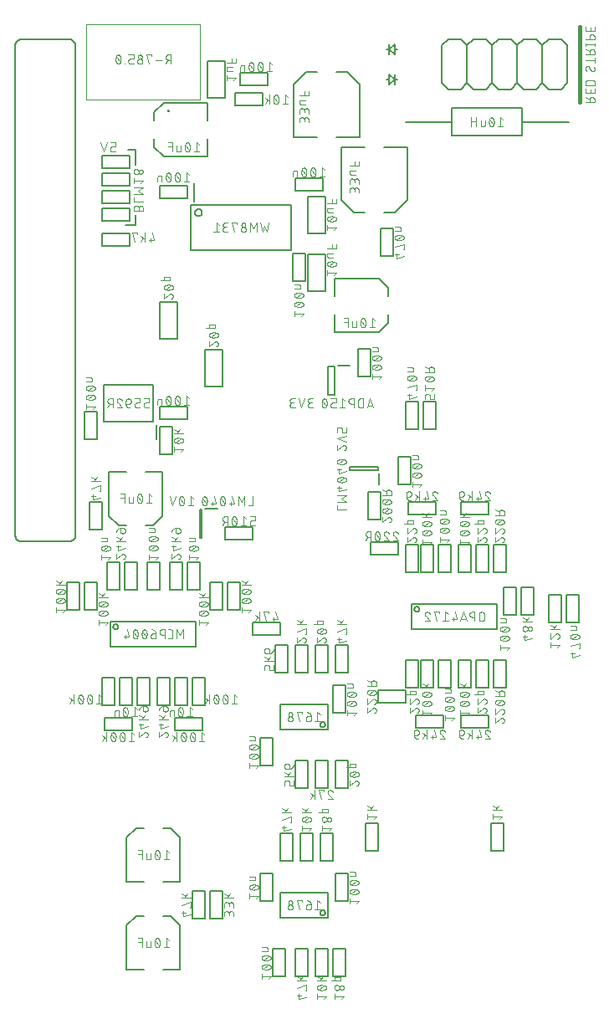
<source format=gbr>
G04 EAGLE Gerber RS-274X export*
G75*
%MOMM*%
%FSLAX34Y34*%
%LPD*%
%INSilkscreen Bottom*%
%IPPOS*%
%AMOC8*
5,1,8,0,0,1.08239X$1,22.5*%
G01*
%ADD10C,0.076200*%
%ADD11C,0.203200*%
%ADD12C,0.406400*%
%ADD13C,0.127000*%
%ADD14C,0.200000*%
%ADD15C,0.152400*%
%ADD16C,0.100000*%
%ADD17C,0.200000*%


D10*
X502991Y188758D02*
X505079Y191369D01*
X495681Y191369D01*
X495681Y188758D02*
X495681Y193980D01*
X495681Y198225D02*
X505079Y198225D01*
X501946Y202402D02*
X498814Y198225D01*
X500119Y200052D02*
X495681Y202402D01*
X378079Y191369D02*
X375991Y188758D01*
X378079Y191369D02*
X368681Y191369D01*
X368681Y188758D02*
X368681Y193980D01*
X368681Y198225D02*
X378079Y198225D01*
X374946Y202402D02*
X371814Y198225D01*
X373119Y200052D02*
X368681Y202402D01*
X360299Y106077D02*
X358211Y103467D01*
X360299Y106077D02*
X350901Y106077D01*
X350901Y103467D02*
X350901Y108688D01*
X355600Y112611D02*
X355785Y112613D01*
X355970Y112620D01*
X356154Y112631D01*
X356338Y112646D01*
X356522Y112666D01*
X356706Y112690D01*
X356888Y112719D01*
X357070Y112752D01*
X357251Y112789D01*
X357431Y112831D01*
X357611Y112877D01*
X357789Y112927D01*
X357965Y112981D01*
X358141Y113040D01*
X358315Y113102D01*
X358487Y113169D01*
X358658Y113240D01*
X358827Y113315D01*
X358994Y113394D01*
X358994Y113393D02*
X359074Y113423D01*
X359153Y113456D01*
X359230Y113493D01*
X359306Y113533D01*
X359380Y113576D01*
X359452Y113622D01*
X359521Y113672D01*
X359589Y113724D01*
X359654Y113780D01*
X359717Y113838D01*
X359776Y113900D01*
X359834Y113963D01*
X359888Y114030D01*
X359939Y114098D01*
X359987Y114169D01*
X360032Y114242D01*
X360074Y114316D01*
X360112Y114393D01*
X360147Y114471D01*
X360179Y114550D01*
X360207Y114631D01*
X360231Y114713D01*
X360252Y114797D01*
X360269Y114880D01*
X360282Y114965D01*
X360291Y115050D01*
X360297Y115135D01*
X360299Y115221D01*
X360297Y115307D01*
X360291Y115392D01*
X360282Y115477D01*
X360269Y115562D01*
X360252Y115645D01*
X360231Y115729D01*
X360207Y115811D01*
X360179Y115892D01*
X360147Y115971D01*
X360112Y116049D01*
X360074Y116126D01*
X360032Y116200D01*
X359987Y116273D01*
X359939Y116344D01*
X359888Y116412D01*
X359834Y116479D01*
X359776Y116542D01*
X359717Y116604D01*
X359654Y116662D01*
X359589Y116718D01*
X359521Y116770D01*
X359452Y116820D01*
X359380Y116866D01*
X359306Y116909D01*
X359230Y116949D01*
X359153Y116986D01*
X359074Y117019D01*
X358994Y117049D01*
X358827Y117128D01*
X358658Y117203D01*
X358487Y117274D01*
X358315Y117341D01*
X358141Y117403D01*
X357965Y117462D01*
X357789Y117516D01*
X357611Y117566D01*
X357431Y117612D01*
X357251Y117654D01*
X357070Y117691D01*
X356888Y117724D01*
X356706Y117753D01*
X356522Y117777D01*
X356338Y117797D01*
X356154Y117812D01*
X355970Y117823D01*
X355785Y117830D01*
X355600Y117832D01*
X355600Y112611D02*
X355415Y112613D01*
X355230Y112620D01*
X355046Y112631D01*
X354862Y112646D01*
X354678Y112666D01*
X354494Y112690D01*
X354312Y112719D01*
X354130Y112752D01*
X353949Y112789D01*
X353769Y112831D01*
X353589Y112877D01*
X353411Y112927D01*
X353235Y112981D01*
X353059Y113040D01*
X352885Y113102D01*
X352713Y113169D01*
X352542Y113240D01*
X352373Y113315D01*
X352206Y113394D01*
X352206Y113393D02*
X352126Y113423D01*
X352047Y113456D01*
X351970Y113493D01*
X351894Y113533D01*
X351820Y113576D01*
X351748Y113622D01*
X351679Y113672D01*
X351611Y113725D01*
X351546Y113780D01*
X351483Y113839D01*
X351424Y113900D01*
X351366Y113963D01*
X351312Y114030D01*
X351261Y114098D01*
X351213Y114169D01*
X351168Y114242D01*
X351126Y114316D01*
X351088Y114393D01*
X351053Y114471D01*
X351021Y114550D01*
X350993Y114631D01*
X350969Y114713D01*
X350948Y114797D01*
X350931Y114880D01*
X350918Y114965D01*
X350909Y115050D01*
X350903Y115135D01*
X350901Y115221D01*
X352206Y117049D02*
X352373Y117128D01*
X352542Y117203D01*
X352713Y117274D01*
X352885Y117341D01*
X353059Y117403D01*
X353235Y117462D01*
X353411Y117516D01*
X353589Y117566D01*
X353769Y117612D01*
X353949Y117654D01*
X354130Y117691D01*
X354312Y117724D01*
X354494Y117753D01*
X354678Y117777D01*
X354862Y117797D01*
X355046Y117812D01*
X355230Y117823D01*
X355415Y117830D01*
X355600Y117832D01*
X352206Y117049D02*
X352126Y117019D01*
X352047Y116986D01*
X351970Y116949D01*
X351894Y116909D01*
X351820Y116866D01*
X351748Y116820D01*
X351679Y116770D01*
X351611Y116718D01*
X351546Y116662D01*
X351483Y116604D01*
X351424Y116542D01*
X351366Y116479D01*
X351312Y116412D01*
X351261Y116344D01*
X351213Y116273D01*
X351168Y116200D01*
X351126Y116126D01*
X351088Y116049D01*
X351053Y115971D01*
X351021Y115892D01*
X350993Y115811D01*
X350969Y115729D01*
X350948Y115645D01*
X350931Y115562D01*
X350918Y115477D01*
X350909Y115392D01*
X350903Y115307D01*
X350901Y115221D01*
X352989Y113133D02*
X358211Y117310D01*
X355600Y121755D02*
X355785Y121757D01*
X355970Y121764D01*
X356154Y121775D01*
X356338Y121790D01*
X356522Y121810D01*
X356706Y121834D01*
X356888Y121863D01*
X357070Y121896D01*
X357251Y121933D01*
X357431Y121975D01*
X357611Y122021D01*
X357789Y122071D01*
X357965Y122125D01*
X358141Y122184D01*
X358315Y122246D01*
X358487Y122313D01*
X358658Y122384D01*
X358827Y122459D01*
X358994Y122538D01*
X358994Y122537D02*
X359074Y122567D01*
X359153Y122600D01*
X359230Y122637D01*
X359306Y122677D01*
X359380Y122720D01*
X359452Y122766D01*
X359521Y122816D01*
X359589Y122868D01*
X359654Y122924D01*
X359717Y122982D01*
X359776Y123044D01*
X359834Y123107D01*
X359888Y123174D01*
X359939Y123242D01*
X359987Y123313D01*
X360032Y123386D01*
X360074Y123460D01*
X360112Y123537D01*
X360147Y123615D01*
X360179Y123694D01*
X360207Y123775D01*
X360231Y123857D01*
X360252Y123941D01*
X360269Y124024D01*
X360282Y124109D01*
X360291Y124194D01*
X360297Y124279D01*
X360299Y124365D01*
X360297Y124451D01*
X360291Y124536D01*
X360282Y124621D01*
X360269Y124706D01*
X360252Y124789D01*
X360231Y124873D01*
X360207Y124955D01*
X360179Y125036D01*
X360147Y125115D01*
X360112Y125193D01*
X360074Y125270D01*
X360032Y125344D01*
X359987Y125417D01*
X359939Y125488D01*
X359888Y125556D01*
X359834Y125623D01*
X359776Y125686D01*
X359717Y125748D01*
X359654Y125806D01*
X359589Y125862D01*
X359521Y125914D01*
X359452Y125964D01*
X359380Y126010D01*
X359306Y126053D01*
X359230Y126093D01*
X359153Y126130D01*
X359074Y126163D01*
X358994Y126193D01*
X358827Y126272D01*
X358658Y126347D01*
X358487Y126418D01*
X358315Y126485D01*
X358141Y126547D01*
X357965Y126606D01*
X357789Y126660D01*
X357611Y126710D01*
X357431Y126756D01*
X357251Y126798D01*
X357070Y126835D01*
X356888Y126868D01*
X356706Y126897D01*
X356522Y126921D01*
X356338Y126941D01*
X356154Y126956D01*
X355970Y126967D01*
X355785Y126974D01*
X355600Y126976D01*
X355600Y121755D02*
X355415Y121757D01*
X355230Y121764D01*
X355046Y121775D01*
X354862Y121790D01*
X354678Y121810D01*
X354494Y121834D01*
X354312Y121863D01*
X354130Y121896D01*
X353949Y121933D01*
X353769Y121975D01*
X353589Y122021D01*
X353411Y122071D01*
X353235Y122125D01*
X353059Y122184D01*
X352885Y122246D01*
X352713Y122313D01*
X352542Y122384D01*
X352373Y122459D01*
X352206Y122538D01*
X352206Y122537D02*
X352126Y122567D01*
X352047Y122600D01*
X351970Y122637D01*
X351894Y122677D01*
X351820Y122720D01*
X351748Y122766D01*
X351679Y122816D01*
X351611Y122869D01*
X351546Y122924D01*
X351483Y122983D01*
X351424Y123044D01*
X351366Y123107D01*
X351312Y123174D01*
X351261Y123242D01*
X351213Y123313D01*
X351168Y123386D01*
X351126Y123460D01*
X351088Y123537D01*
X351053Y123615D01*
X351021Y123694D01*
X350993Y123775D01*
X350969Y123857D01*
X350948Y123941D01*
X350931Y124024D01*
X350918Y124109D01*
X350909Y124194D01*
X350903Y124279D01*
X350901Y124365D01*
X352206Y126193D02*
X352373Y126272D01*
X352542Y126347D01*
X352713Y126418D01*
X352885Y126485D01*
X353059Y126547D01*
X353235Y126606D01*
X353411Y126660D01*
X353589Y126710D01*
X353769Y126756D01*
X353949Y126798D01*
X354130Y126835D01*
X354312Y126868D01*
X354494Y126897D01*
X354678Y126921D01*
X354862Y126941D01*
X355046Y126956D01*
X355230Y126967D01*
X355415Y126974D01*
X355600Y126976D01*
X352206Y126193D02*
X352126Y126163D01*
X352047Y126130D01*
X351970Y126093D01*
X351894Y126053D01*
X351820Y126010D01*
X351748Y125964D01*
X351679Y125914D01*
X351611Y125862D01*
X351546Y125806D01*
X351483Y125748D01*
X351424Y125686D01*
X351366Y125623D01*
X351312Y125556D01*
X351261Y125488D01*
X351213Y125417D01*
X351168Y125344D01*
X351126Y125270D01*
X351088Y125193D01*
X351053Y125115D01*
X351021Y125036D01*
X350993Y124955D01*
X350969Y124873D01*
X350948Y124789D01*
X350931Y124706D01*
X350918Y124621D01*
X350909Y124536D01*
X350903Y124451D01*
X350901Y124365D01*
X352989Y122277D02*
X358211Y126454D01*
X357166Y131116D02*
X350901Y131116D01*
X357166Y131116D02*
X357166Y133727D01*
X357164Y133804D01*
X357158Y133880D01*
X357149Y133957D01*
X357136Y134033D01*
X357119Y134108D01*
X357099Y134182D01*
X357074Y134255D01*
X357047Y134326D01*
X357016Y134397D01*
X356981Y134465D01*
X356943Y134532D01*
X356902Y134597D01*
X356858Y134660D01*
X356811Y134720D01*
X356760Y134779D01*
X356707Y134834D01*
X356652Y134887D01*
X356593Y134938D01*
X356533Y134985D01*
X356470Y135029D01*
X356405Y135070D01*
X356338Y135108D01*
X356270Y135143D01*
X356199Y135174D01*
X356128Y135201D01*
X356055Y135226D01*
X355981Y135246D01*
X355906Y135263D01*
X355830Y135276D01*
X355753Y135285D01*
X355677Y135291D01*
X355600Y135293D01*
X350901Y135293D01*
X258699Y110649D02*
X256611Y108039D01*
X258699Y110649D02*
X249301Y110649D01*
X249301Y108039D02*
X249301Y113260D01*
X254000Y117183D02*
X254185Y117185D01*
X254370Y117192D01*
X254554Y117203D01*
X254738Y117218D01*
X254922Y117238D01*
X255106Y117262D01*
X255288Y117291D01*
X255470Y117324D01*
X255651Y117361D01*
X255831Y117403D01*
X256011Y117449D01*
X256189Y117499D01*
X256365Y117553D01*
X256541Y117612D01*
X256715Y117674D01*
X256887Y117741D01*
X257058Y117812D01*
X257227Y117887D01*
X257394Y117966D01*
X257394Y117965D02*
X257474Y117995D01*
X257553Y118028D01*
X257630Y118065D01*
X257706Y118105D01*
X257780Y118148D01*
X257852Y118194D01*
X257921Y118244D01*
X257989Y118296D01*
X258054Y118352D01*
X258117Y118410D01*
X258176Y118472D01*
X258234Y118535D01*
X258288Y118602D01*
X258339Y118670D01*
X258387Y118741D01*
X258432Y118814D01*
X258474Y118888D01*
X258512Y118965D01*
X258547Y119043D01*
X258579Y119122D01*
X258607Y119203D01*
X258631Y119285D01*
X258652Y119369D01*
X258669Y119452D01*
X258682Y119537D01*
X258691Y119622D01*
X258697Y119707D01*
X258699Y119793D01*
X258697Y119879D01*
X258691Y119964D01*
X258682Y120049D01*
X258669Y120134D01*
X258652Y120217D01*
X258631Y120301D01*
X258607Y120383D01*
X258579Y120464D01*
X258547Y120543D01*
X258512Y120621D01*
X258474Y120698D01*
X258432Y120772D01*
X258387Y120845D01*
X258339Y120916D01*
X258288Y120984D01*
X258234Y121051D01*
X258176Y121114D01*
X258117Y121176D01*
X258054Y121234D01*
X257989Y121290D01*
X257921Y121342D01*
X257852Y121392D01*
X257780Y121438D01*
X257706Y121481D01*
X257630Y121521D01*
X257553Y121558D01*
X257474Y121591D01*
X257394Y121621D01*
X257227Y121700D01*
X257058Y121775D01*
X256887Y121846D01*
X256715Y121913D01*
X256541Y121975D01*
X256365Y122034D01*
X256189Y122088D01*
X256011Y122138D01*
X255831Y122184D01*
X255651Y122226D01*
X255470Y122263D01*
X255288Y122296D01*
X255106Y122325D01*
X254922Y122349D01*
X254738Y122369D01*
X254554Y122384D01*
X254370Y122395D01*
X254185Y122402D01*
X254000Y122404D01*
X254000Y117183D02*
X253815Y117185D01*
X253630Y117192D01*
X253446Y117203D01*
X253262Y117218D01*
X253078Y117238D01*
X252894Y117262D01*
X252712Y117291D01*
X252530Y117324D01*
X252349Y117361D01*
X252169Y117403D01*
X251989Y117449D01*
X251811Y117499D01*
X251635Y117553D01*
X251459Y117612D01*
X251285Y117674D01*
X251113Y117741D01*
X250942Y117812D01*
X250773Y117887D01*
X250606Y117966D01*
X250606Y117965D02*
X250526Y117995D01*
X250447Y118028D01*
X250370Y118065D01*
X250294Y118105D01*
X250220Y118148D01*
X250148Y118194D01*
X250079Y118244D01*
X250011Y118297D01*
X249946Y118352D01*
X249883Y118411D01*
X249824Y118472D01*
X249766Y118535D01*
X249712Y118602D01*
X249661Y118670D01*
X249613Y118741D01*
X249568Y118814D01*
X249526Y118888D01*
X249488Y118965D01*
X249453Y119043D01*
X249421Y119122D01*
X249393Y119203D01*
X249369Y119285D01*
X249348Y119369D01*
X249331Y119452D01*
X249318Y119537D01*
X249309Y119622D01*
X249303Y119707D01*
X249301Y119793D01*
X250606Y121621D02*
X250773Y121700D01*
X250942Y121775D01*
X251113Y121846D01*
X251285Y121913D01*
X251459Y121975D01*
X251635Y122034D01*
X251811Y122088D01*
X251989Y122138D01*
X252169Y122184D01*
X252349Y122226D01*
X252530Y122263D01*
X252712Y122296D01*
X252894Y122325D01*
X253078Y122349D01*
X253262Y122369D01*
X253446Y122384D01*
X253630Y122395D01*
X253815Y122402D01*
X254000Y122404D01*
X250606Y121621D02*
X250526Y121591D01*
X250447Y121558D01*
X250370Y121521D01*
X250294Y121481D01*
X250220Y121438D01*
X250148Y121392D01*
X250079Y121342D01*
X250011Y121290D01*
X249946Y121234D01*
X249883Y121176D01*
X249824Y121114D01*
X249766Y121051D01*
X249712Y120984D01*
X249661Y120916D01*
X249613Y120845D01*
X249568Y120772D01*
X249526Y120698D01*
X249488Y120621D01*
X249453Y120543D01*
X249421Y120464D01*
X249393Y120383D01*
X249369Y120301D01*
X249348Y120217D01*
X249331Y120134D01*
X249318Y120049D01*
X249309Y119964D01*
X249303Y119879D01*
X249301Y119793D01*
X251389Y117705D02*
X256611Y121882D01*
X255566Y126544D02*
X249301Y126544D01*
X255566Y126544D02*
X255566Y129155D01*
X255564Y129232D01*
X255558Y129308D01*
X255549Y129385D01*
X255536Y129461D01*
X255519Y129536D01*
X255499Y129610D01*
X255474Y129683D01*
X255447Y129754D01*
X255416Y129825D01*
X255381Y129893D01*
X255343Y129960D01*
X255302Y130025D01*
X255258Y130088D01*
X255211Y130148D01*
X255160Y130207D01*
X255107Y130262D01*
X255052Y130315D01*
X254993Y130366D01*
X254933Y130413D01*
X254870Y130457D01*
X254805Y130498D01*
X254738Y130536D01*
X254670Y130571D01*
X254599Y130602D01*
X254528Y130629D01*
X254455Y130654D01*
X254381Y130674D01*
X254306Y130691D01*
X254230Y130704D01*
X254153Y130713D01*
X254077Y130719D01*
X254000Y130721D01*
X249301Y130721D01*
X345059Y9027D02*
X342971Y6416D01*
X345059Y9027D02*
X335661Y9027D01*
X335661Y11637D02*
X335661Y6416D01*
X338272Y15560D02*
X338373Y15562D01*
X338474Y15568D01*
X338575Y15578D01*
X338675Y15591D01*
X338775Y15609D01*
X338874Y15630D01*
X338972Y15656D01*
X339069Y15685D01*
X339165Y15717D01*
X339259Y15754D01*
X339352Y15794D01*
X339444Y15838D01*
X339533Y15885D01*
X339621Y15936D01*
X339707Y15990D01*
X339790Y16047D01*
X339872Y16107D01*
X339950Y16171D01*
X340027Y16237D01*
X340100Y16307D01*
X340171Y16379D01*
X340239Y16454D01*
X340304Y16532D01*
X340366Y16612D01*
X340425Y16694D01*
X340481Y16779D01*
X340533Y16865D01*
X340582Y16954D01*
X340628Y17045D01*
X340669Y17137D01*
X340708Y17231D01*
X340742Y17326D01*
X340773Y17422D01*
X340800Y17520D01*
X340824Y17618D01*
X340843Y17718D01*
X340859Y17818D01*
X340871Y17918D01*
X340879Y18019D01*
X340883Y18120D01*
X340883Y18222D01*
X340879Y18323D01*
X340871Y18424D01*
X340859Y18524D01*
X340843Y18624D01*
X340824Y18724D01*
X340800Y18822D01*
X340773Y18920D01*
X340742Y19016D01*
X340708Y19111D01*
X340669Y19205D01*
X340628Y19297D01*
X340582Y19388D01*
X340533Y19476D01*
X340481Y19563D01*
X340425Y19648D01*
X340366Y19730D01*
X340304Y19810D01*
X340239Y19888D01*
X340171Y19963D01*
X340100Y20035D01*
X340027Y20105D01*
X339950Y20171D01*
X339872Y20235D01*
X339790Y20295D01*
X339707Y20352D01*
X339621Y20406D01*
X339533Y20457D01*
X339444Y20504D01*
X339352Y20548D01*
X339259Y20588D01*
X339165Y20625D01*
X339069Y20657D01*
X338972Y20686D01*
X338874Y20712D01*
X338775Y20733D01*
X338675Y20751D01*
X338575Y20764D01*
X338474Y20774D01*
X338373Y20780D01*
X338272Y20782D01*
X338171Y20780D01*
X338070Y20774D01*
X337969Y20764D01*
X337869Y20751D01*
X337769Y20733D01*
X337670Y20712D01*
X337572Y20686D01*
X337475Y20657D01*
X337379Y20625D01*
X337285Y20588D01*
X337192Y20548D01*
X337100Y20504D01*
X337011Y20457D01*
X336923Y20406D01*
X336837Y20352D01*
X336754Y20295D01*
X336672Y20235D01*
X336594Y20171D01*
X336517Y20105D01*
X336444Y20035D01*
X336373Y19963D01*
X336305Y19888D01*
X336240Y19810D01*
X336178Y19730D01*
X336119Y19648D01*
X336063Y19563D01*
X336011Y19477D01*
X335962Y19388D01*
X335916Y19297D01*
X335875Y19205D01*
X335836Y19111D01*
X335802Y19016D01*
X335771Y18920D01*
X335744Y18822D01*
X335720Y18724D01*
X335701Y18624D01*
X335685Y18524D01*
X335673Y18424D01*
X335665Y18323D01*
X335661Y18222D01*
X335661Y18120D01*
X335665Y18019D01*
X335673Y17918D01*
X335685Y17818D01*
X335701Y17718D01*
X335720Y17618D01*
X335744Y17520D01*
X335771Y17422D01*
X335802Y17326D01*
X335836Y17231D01*
X335875Y17137D01*
X335916Y17045D01*
X335962Y16954D01*
X336011Y16866D01*
X336063Y16779D01*
X336119Y16694D01*
X336178Y16612D01*
X336240Y16532D01*
X336305Y16454D01*
X336373Y16379D01*
X336444Y16307D01*
X336517Y16237D01*
X336594Y16171D01*
X336672Y16107D01*
X336754Y16047D01*
X336837Y15990D01*
X336923Y15936D01*
X337011Y15885D01*
X337100Y15838D01*
X337192Y15794D01*
X337285Y15754D01*
X337379Y15717D01*
X337475Y15685D01*
X337572Y15656D01*
X337670Y15630D01*
X337769Y15609D01*
X337869Y15591D01*
X337969Y15578D01*
X338070Y15568D01*
X338171Y15562D01*
X338272Y15560D01*
X342971Y16083D02*
X343061Y16085D01*
X343150Y16091D01*
X343240Y16100D01*
X343329Y16114D01*
X343417Y16131D01*
X343504Y16152D01*
X343591Y16177D01*
X343676Y16206D01*
X343760Y16238D01*
X343842Y16273D01*
X343923Y16313D01*
X344002Y16355D01*
X344079Y16401D01*
X344154Y16451D01*
X344227Y16503D01*
X344298Y16559D01*
X344366Y16617D01*
X344431Y16679D01*
X344494Y16743D01*
X344554Y16810D01*
X344611Y16879D01*
X344665Y16951D01*
X344716Y17025D01*
X344764Y17101D01*
X344808Y17179D01*
X344849Y17259D01*
X344887Y17341D01*
X344921Y17424D01*
X344951Y17509D01*
X344978Y17595D01*
X345001Y17681D01*
X345020Y17769D01*
X345035Y17858D01*
X345047Y17947D01*
X345055Y18036D01*
X345059Y18126D01*
X345059Y18216D01*
X345055Y18306D01*
X345047Y18395D01*
X345035Y18484D01*
X345020Y18573D01*
X345001Y18661D01*
X344978Y18747D01*
X344951Y18833D01*
X344921Y18918D01*
X344887Y19001D01*
X344849Y19083D01*
X344808Y19163D01*
X344764Y19241D01*
X344716Y19317D01*
X344665Y19391D01*
X344611Y19463D01*
X344554Y19532D01*
X344494Y19599D01*
X344431Y19663D01*
X344366Y19725D01*
X344298Y19783D01*
X344227Y19839D01*
X344154Y19891D01*
X344079Y19941D01*
X344002Y19987D01*
X343923Y20029D01*
X343842Y20069D01*
X343760Y20104D01*
X343676Y20136D01*
X343591Y20165D01*
X343504Y20190D01*
X343417Y20211D01*
X343329Y20228D01*
X343240Y20242D01*
X343150Y20251D01*
X343061Y20257D01*
X342971Y20259D01*
X342881Y20257D01*
X342792Y20251D01*
X342702Y20242D01*
X342613Y20228D01*
X342525Y20211D01*
X342438Y20190D01*
X342351Y20165D01*
X342266Y20136D01*
X342182Y20104D01*
X342100Y20069D01*
X342019Y20029D01*
X341940Y19987D01*
X341863Y19941D01*
X341788Y19891D01*
X341715Y19839D01*
X341644Y19783D01*
X341576Y19725D01*
X341511Y19663D01*
X341448Y19599D01*
X341388Y19532D01*
X341331Y19463D01*
X341277Y19391D01*
X341226Y19317D01*
X341178Y19241D01*
X341134Y19163D01*
X341093Y19083D01*
X341055Y19001D01*
X341021Y18918D01*
X340991Y18833D01*
X340964Y18747D01*
X340941Y18661D01*
X340922Y18573D01*
X340907Y18484D01*
X340895Y18395D01*
X340887Y18306D01*
X340883Y18216D01*
X340883Y18126D01*
X340887Y18036D01*
X340895Y17947D01*
X340907Y17858D01*
X340922Y17769D01*
X340941Y17681D01*
X340964Y17595D01*
X340991Y17509D01*
X341021Y17424D01*
X341055Y17341D01*
X341093Y17259D01*
X341134Y17179D01*
X341178Y17101D01*
X341226Y17025D01*
X341277Y16951D01*
X341331Y16879D01*
X341388Y16810D01*
X341448Y16743D01*
X341511Y16679D01*
X341576Y16617D01*
X341644Y16559D01*
X341715Y16503D01*
X341788Y16451D01*
X341863Y16401D01*
X341940Y16355D01*
X342019Y16313D01*
X342100Y16273D01*
X342182Y16238D01*
X342266Y16206D01*
X342351Y16177D01*
X342438Y16152D01*
X342525Y16131D01*
X342613Y16114D01*
X342702Y16100D01*
X342792Y16091D01*
X342881Y16085D01*
X342971Y16083D01*
X341926Y24967D02*
X332528Y24967D01*
X341926Y24967D02*
X341926Y27578D01*
X341924Y27655D01*
X341918Y27731D01*
X341909Y27808D01*
X341896Y27884D01*
X341879Y27959D01*
X341859Y28033D01*
X341834Y28106D01*
X341807Y28177D01*
X341776Y28248D01*
X341741Y28316D01*
X341703Y28383D01*
X341662Y28448D01*
X341618Y28511D01*
X341571Y28571D01*
X341520Y28630D01*
X341467Y28685D01*
X341412Y28738D01*
X341353Y28789D01*
X341293Y28836D01*
X341230Y28880D01*
X341165Y28921D01*
X341098Y28959D01*
X341030Y28994D01*
X340959Y29025D01*
X340888Y29052D01*
X340815Y29077D01*
X340741Y29097D01*
X340666Y29114D01*
X340590Y29127D01*
X340513Y29136D01*
X340437Y29142D01*
X340360Y29144D01*
X337227Y29144D01*
X337150Y29142D01*
X337074Y29136D01*
X336997Y29127D01*
X336921Y29114D01*
X336846Y29097D01*
X336772Y29077D01*
X336699Y29052D01*
X336628Y29025D01*
X336557Y28994D01*
X336489Y28959D01*
X336422Y28921D01*
X336357Y28880D01*
X336294Y28836D01*
X336234Y28789D01*
X336175Y28738D01*
X336120Y28685D01*
X336067Y28630D01*
X336016Y28571D01*
X335969Y28511D01*
X335925Y28448D01*
X335884Y28383D01*
X335846Y28316D01*
X335811Y28248D01*
X335780Y28177D01*
X335753Y28106D01*
X335728Y28033D01*
X335708Y27959D01*
X335691Y27884D01*
X335678Y27808D01*
X335669Y27731D01*
X335663Y27655D01*
X335661Y27578D01*
X335661Y24967D01*
X327279Y8997D02*
X325191Y6386D01*
X327279Y8997D02*
X317881Y8997D01*
X317881Y6386D02*
X317881Y11608D01*
X322580Y15530D02*
X322765Y15532D01*
X322950Y15539D01*
X323134Y15550D01*
X323318Y15565D01*
X323502Y15585D01*
X323686Y15609D01*
X323868Y15638D01*
X324050Y15671D01*
X324231Y15708D01*
X324411Y15750D01*
X324591Y15796D01*
X324769Y15846D01*
X324945Y15900D01*
X325121Y15959D01*
X325295Y16021D01*
X325467Y16088D01*
X325638Y16159D01*
X325807Y16234D01*
X325974Y16313D01*
X326054Y16343D01*
X326133Y16376D01*
X326210Y16413D01*
X326286Y16453D01*
X326360Y16496D01*
X326432Y16542D01*
X326501Y16592D01*
X326569Y16644D01*
X326634Y16700D01*
X326697Y16758D01*
X326756Y16820D01*
X326814Y16883D01*
X326868Y16950D01*
X326919Y17018D01*
X326967Y17089D01*
X327012Y17162D01*
X327054Y17236D01*
X327092Y17313D01*
X327127Y17391D01*
X327159Y17470D01*
X327187Y17551D01*
X327211Y17633D01*
X327232Y17717D01*
X327249Y17800D01*
X327262Y17885D01*
X327271Y17970D01*
X327277Y18055D01*
X327279Y18141D01*
X327277Y18227D01*
X327271Y18312D01*
X327262Y18397D01*
X327249Y18482D01*
X327232Y18565D01*
X327211Y18649D01*
X327187Y18731D01*
X327159Y18812D01*
X327127Y18891D01*
X327092Y18969D01*
X327054Y19046D01*
X327012Y19120D01*
X326967Y19193D01*
X326919Y19264D01*
X326868Y19332D01*
X326814Y19399D01*
X326756Y19462D01*
X326697Y19524D01*
X326634Y19582D01*
X326569Y19638D01*
X326501Y19690D01*
X326432Y19740D01*
X326360Y19786D01*
X326286Y19829D01*
X326210Y19869D01*
X326133Y19906D01*
X326054Y19939D01*
X325974Y19969D01*
X325807Y20048D01*
X325638Y20123D01*
X325467Y20194D01*
X325295Y20261D01*
X325121Y20323D01*
X324945Y20382D01*
X324769Y20436D01*
X324591Y20486D01*
X324411Y20532D01*
X324231Y20574D01*
X324050Y20611D01*
X323868Y20644D01*
X323686Y20673D01*
X323502Y20697D01*
X323318Y20717D01*
X323134Y20732D01*
X322950Y20743D01*
X322765Y20750D01*
X322580Y20752D01*
X322580Y15530D02*
X322395Y15532D01*
X322210Y15539D01*
X322026Y15550D01*
X321842Y15565D01*
X321658Y15585D01*
X321474Y15609D01*
X321292Y15638D01*
X321110Y15671D01*
X320929Y15708D01*
X320749Y15750D01*
X320569Y15796D01*
X320391Y15846D01*
X320215Y15900D01*
X320039Y15959D01*
X319865Y16021D01*
X319693Y16088D01*
X319522Y16159D01*
X319353Y16234D01*
X319186Y16313D01*
X319106Y16343D01*
X319027Y16376D01*
X318950Y16413D01*
X318874Y16453D01*
X318800Y16496D01*
X318728Y16542D01*
X318659Y16592D01*
X318591Y16645D01*
X318526Y16700D01*
X318463Y16759D01*
X318404Y16820D01*
X318346Y16883D01*
X318292Y16950D01*
X318241Y17018D01*
X318193Y17089D01*
X318148Y17162D01*
X318106Y17236D01*
X318068Y17313D01*
X318033Y17391D01*
X318001Y17470D01*
X317973Y17551D01*
X317949Y17633D01*
X317928Y17717D01*
X317911Y17800D01*
X317898Y17885D01*
X317889Y17970D01*
X317883Y18055D01*
X317881Y18141D01*
X319186Y19969D02*
X319353Y20048D01*
X319522Y20123D01*
X319693Y20194D01*
X319865Y20261D01*
X320039Y20323D01*
X320215Y20382D01*
X320391Y20436D01*
X320569Y20486D01*
X320749Y20532D01*
X320929Y20574D01*
X321110Y20611D01*
X321292Y20644D01*
X321474Y20673D01*
X321658Y20697D01*
X321842Y20717D01*
X322026Y20732D01*
X322210Y20743D01*
X322395Y20750D01*
X322580Y20752D01*
X319186Y19969D02*
X319106Y19939D01*
X319027Y19906D01*
X318950Y19869D01*
X318874Y19829D01*
X318800Y19786D01*
X318728Y19740D01*
X318659Y19690D01*
X318591Y19638D01*
X318526Y19582D01*
X318463Y19524D01*
X318404Y19462D01*
X318346Y19399D01*
X318292Y19332D01*
X318241Y19264D01*
X318193Y19193D01*
X318148Y19120D01*
X318106Y19046D01*
X318068Y18969D01*
X318033Y18891D01*
X318001Y18812D01*
X317973Y18731D01*
X317949Y18649D01*
X317928Y18565D01*
X317911Y18482D01*
X317898Y18397D01*
X317889Y18312D01*
X317883Y18227D01*
X317881Y18141D01*
X319969Y16053D02*
X325191Y20229D01*
X327279Y24997D02*
X317881Y24997D01*
X321014Y24997D02*
X324146Y29174D01*
X322319Y26824D02*
X317881Y29174D01*
X306959Y8475D02*
X299649Y6386D01*
X299649Y11608D01*
X297561Y10041D02*
X301738Y10041D01*
X305915Y15530D02*
X306959Y15530D01*
X306959Y20752D01*
X297561Y18141D01*
X297561Y24997D02*
X306959Y24997D01*
X303826Y29174D02*
X300694Y24997D01*
X301999Y26824D02*
X297561Y29174D01*
X271399Y29878D02*
X269311Y27267D01*
X271399Y29878D02*
X262001Y29878D01*
X262001Y32488D02*
X262001Y27267D01*
X266700Y36411D02*
X266885Y36413D01*
X267070Y36420D01*
X267254Y36431D01*
X267438Y36446D01*
X267622Y36466D01*
X267806Y36490D01*
X267988Y36519D01*
X268170Y36552D01*
X268351Y36589D01*
X268531Y36631D01*
X268711Y36677D01*
X268889Y36727D01*
X269065Y36781D01*
X269241Y36840D01*
X269415Y36902D01*
X269587Y36969D01*
X269758Y37040D01*
X269927Y37115D01*
X270094Y37194D01*
X270094Y37193D02*
X270174Y37223D01*
X270253Y37256D01*
X270330Y37293D01*
X270406Y37333D01*
X270480Y37376D01*
X270552Y37422D01*
X270621Y37472D01*
X270689Y37524D01*
X270754Y37580D01*
X270817Y37638D01*
X270876Y37700D01*
X270934Y37763D01*
X270988Y37830D01*
X271039Y37898D01*
X271087Y37969D01*
X271132Y38042D01*
X271174Y38116D01*
X271212Y38193D01*
X271247Y38271D01*
X271279Y38350D01*
X271307Y38431D01*
X271331Y38513D01*
X271352Y38597D01*
X271369Y38680D01*
X271382Y38765D01*
X271391Y38850D01*
X271397Y38935D01*
X271399Y39021D01*
X271397Y39107D01*
X271391Y39192D01*
X271382Y39277D01*
X271369Y39362D01*
X271352Y39445D01*
X271331Y39529D01*
X271307Y39611D01*
X271279Y39692D01*
X271247Y39771D01*
X271212Y39849D01*
X271174Y39926D01*
X271132Y40000D01*
X271087Y40073D01*
X271039Y40144D01*
X270988Y40212D01*
X270934Y40279D01*
X270876Y40342D01*
X270817Y40404D01*
X270754Y40462D01*
X270689Y40518D01*
X270621Y40570D01*
X270552Y40620D01*
X270480Y40666D01*
X270406Y40709D01*
X270330Y40749D01*
X270253Y40786D01*
X270174Y40819D01*
X270094Y40849D01*
X269927Y40928D01*
X269758Y41003D01*
X269587Y41074D01*
X269415Y41141D01*
X269241Y41203D01*
X269065Y41262D01*
X268889Y41316D01*
X268711Y41366D01*
X268531Y41412D01*
X268351Y41454D01*
X268170Y41491D01*
X267988Y41524D01*
X267806Y41553D01*
X267622Y41577D01*
X267438Y41597D01*
X267254Y41612D01*
X267070Y41623D01*
X266885Y41630D01*
X266700Y41632D01*
X266700Y36411D02*
X266515Y36413D01*
X266330Y36420D01*
X266146Y36431D01*
X265962Y36446D01*
X265778Y36466D01*
X265594Y36490D01*
X265412Y36519D01*
X265230Y36552D01*
X265049Y36589D01*
X264869Y36631D01*
X264689Y36677D01*
X264511Y36727D01*
X264335Y36781D01*
X264159Y36840D01*
X263985Y36902D01*
X263813Y36969D01*
X263642Y37040D01*
X263473Y37115D01*
X263306Y37194D01*
X263306Y37193D02*
X263226Y37223D01*
X263147Y37256D01*
X263070Y37293D01*
X262994Y37333D01*
X262920Y37376D01*
X262848Y37422D01*
X262779Y37472D01*
X262711Y37525D01*
X262646Y37580D01*
X262583Y37639D01*
X262524Y37700D01*
X262466Y37763D01*
X262412Y37830D01*
X262361Y37898D01*
X262313Y37969D01*
X262268Y38042D01*
X262226Y38116D01*
X262188Y38193D01*
X262153Y38271D01*
X262121Y38350D01*
X262093Y38431D01*
X262069Y38513D01*
X262048Y38597D01*
X262031Y38680D01*
X262018Y38765D01*
X262009Y38850D01*
X262003Y38935D01*
X262001Y39021D01*
X263306Y40849D02*
X263473Y40928D01*
X263642Y41003D01*
X263813Y41074D01*
X263985Y41141D01*
X264159Y41203D01*
X264335Y41262D01*
X264511Y41316D01*
X264689Y41366D01*
X264869Y41412D01*
X265049Y41454D01*
X265230Y41491D01*
X265412Y41524D01*
X265594Y41553D01*
X265778Y41577D01*
X265962Y41597D01*
X266146Y41612D01*
X266330Y41623D01*
X266515Y41630D01*
X266700Y41632D01*
X263306Y40849D02*
X263226Y40819D01*
X263147Y40786D01*
X263070Y40749D01*
X262994Y40709D01*
X262920Y40666D01*
X262848Y40620D01*
X262779Y40570D01*
X262711Y40518D01*
X262646Y40462D01*
X262583Y40404D01*
X262524Y40342D01*
X262466Y40279D01*
X262412Y40212D01*
X262361Y40144D01*
X262313Y40073D01*
X262268Y40000D01*
X262226Y39926D01*
X262188Y39849D01*
X262153Y39771D01*
X262121Y39692D01*
X262093Y39611D01*
X262069Y39529D01*
X262048Y39445D01*
X262031Y39362D01*
X262018Y39277D01*
X262009Y39192D01*
X262003Y39107D01*
X262001Y39021D01*
X264089Y36933D02*
X269311Y41110D01*
X266700Y45555D02*
X266885Y45557D01*
X267070Y45564D01*
X267254Y45575D01*
X267438Y45590D01*
X267622Y45610D01*
X267806Y45634D01*
X267988Y45663D01*
X268170Y45696D01*
X268351Y45733D01*
X268531Y45775D01*
X268711Y45821D01*
X268889Y45871D01*
X269065Y45925D01*
X269241Y45984D01*
X269415Y46046D01*
X269587Y46113D01*
X269758Y46184D01*
X269927Y46259D01*
X270094Y46338D01*
X270094Y46337D02*
X270174Y46367D01*
X270253Y46400D01*
X270330Y46437D01*
X270406Y46477D01*
X270480Y46520D01*
X270552Y46566D01*
X270621Y46616D01*
X270689Y46668D01*
X270754Y46724D01*
X270817Y46782D01*
X270876Y46844D01*
X270934Y46907D01*
X270988Y46974D01*
X271039Y47042D01*
X271087Y47113D01*
X271132Y47186D01*
X271174Y47260D01*
X271212Y47337D01*
X271247Y47415D01*
X271279Y47494D01*
X271307Y47575D01*
X271331Y47657D01*
X271352Y47741D01*
X271369Y47824D01*
X271382Y47909D01*
X271391Y47994D01*
X271397Y48079D01*
X271399Y48165D01*
X271397Y48251D01*
X271391Y48336D01*
X271382Y48421D01*
X271369Y48506D01*
X271352Y48589D01*
X271331Y48673D01*
X271307Y48755D01*
X271279Y48836D01*
X271247Y48915D01*
X271212Y48993D01*
X271174Y49070D01*
X271132Y49144D01*
X271087Y49217D01*
X271039Y49288D01*
X270988Y49356D01*
X270934Y49423D01*
X270876Y49486D01*
X270817Y49548D01*
X270754Y49606D01*
X270689Y49662D01*
X270621Y49714D01*
X270552Y49764D01*
X270480Y49810D01*
X270406Y49853D01*
X270330Y49893D01*
X270253Y49930D01*
X270174Y49963D01*
X270094Y49993D01*
X269927Y50072D01*
X269758Y50147D01*
X269587Y50218D01*
X269415Y50285D01*
X269241Y50347D01*
X269065Y50406D01*
X268889Y50460D01*
X268711Y50510D01*
X268531Y50556D01*
X268351Y50598D01*
X268170Y50635D01*
X267988Y50668D01*
X267806Y50697D01*
X267622Y50721D01*
X267438Y50741D01*
X267254Y50756D01*
X267070Y50767D01*
X266885Y50774D01*
X266700Y50776D01*
X266700Y45555D02*
X266515Y45557D01*
X266330Y45564D01*
X266146Y45575D01*
X265962Y45590D01*
X265778Y45610D01*
X265594Y45634D01*
X265412Y45663D01*
X265230Y45696D01*
X265049Y45733D01*
X264869Y45775D01*
X264689Y45821D01*
X264511Y45871D01*
X264335Y45925D01*
X264159Y45984D01*
X263985Y46046D01*
X263813Y46113D01*
X263642Y46184D01*
X263473Y46259D01*
X263306Y46338D01*
X263306Y46337D02*
X263226Y46367D01*
X263147Y46400D01*
X263070Y46437D01*
X262994Y46477D01*
X262920Y46520D01*
X262848Y46566D01*
X262779Y46616D01*
X262711Y46669D01*
X262646Y46724D01*
X262583Y46783D01*
X262524Y46844D01*
X262466Y46907D01*
X262412Y46974D01*
X262361Y47042D01*
X262313Y47113D01*
X262268Y47186D01*
X262226Y47260D01*
X262188Y47337D01*
X262153Y47415D01*
X262121Y47494D01*
X262093Y47575D01*
X262069Y47657D01*
X262048Y47741D01*
X262031Y47824D01*
X262018Y47909D01*
X262009Y47994D01*
X262003Y48079D01*
X262001Y48165D01*
X263306Y49993D02*
X263473Y50072D01*
X263642Y50147D01*
X263813Y50218D01*
X263985Y50285D01*
X264159Y50347D01*
X264335Y50406D01*
X264511Y50460D01*
X264689Y50510D01*
X264869Y50556D01*
X265049Y50598D01*
X265230Y50635D01*
X265412Y50668D01*
X265594Y50697D01*
X265778Y50721D01*
X265962Y50741D01*
X266146Y50756D01*
X266330Y50767D01*
X266515Y50774D01*
X266700Y50776D01*
X263306Y49993D02*
X263226Y49963D01*
X263147Y49930D01*
X263070Y49893D01*
X262994Y49853D01*
X262920Y49810D01*
X262848Y49764D01*
X262779Y49714D01*
X262711Y49662D01*
X262646Y49606D01*
X262583Y49548D01*
X262524Y49486D01*
X262466Y49423D01*
X262412Y49356D01*
X262361Y49288D01*
X262313Y49217D01*
X262268Y49144D01*
X262226Y49070D01*
X262188Y48993D01*
X262153Y48915D01*
X262121Y48836D01*
X262093Y48755D01*
X262069Y48673D01*
X262048Y48589D01*
X262031Y48506D01*
X262018Y48421D01*
X262009Y48336D01*
X262003Y48251D01*
X262001Y48165D01*
X264089Y46077D02*
X269311Y50254D01*
X268266Y54916D02*
X262001Y54916D01*
X268266Y54916D02*
X268266Y57527D01*
X268264Y57604D01*
X268258Y57680D01*
X268249Y57757D01*
X268236Y57833D01*
X268219Y57908D01*
X268199Y57982D01*
X268174Y58055D01*
X268147Y58126D01*
X268116Y58197D01*
X268081Y58265D01*
X268043Y58332D01*
X268002Y58397D01*
X267958Y58460D01*
X267911Y58520D01*
X267860Y58579D01*
X267807Y58634D01*
X267752Y58687D01*
X267693Y58738D01*
X267633Y58785D01*
X267570Y58829D01*
X267505Y58870D01*
X267438Y58908D01*
X267370Y58943D01*
X267299Y58974D01*
X267228Y59001D01*
X267155Y59026D01*
X267081Y59046D01*
X267006Y59063D01*
X266930Y59076D01*
X266853Y59085D01*
X266777Y59091D01*
X266700Y59093D01*
X262001Y59093D01*
X168061Y66111D02*
X165450Y68199D01*
X165450Y58801D01*
X162840Y58801D02*
X168061Y58801D01*
X158917Y63500D02*
X158915Y63685D01*
X158908Y63870D01*
X158897Y64054D01*
X158882Y64238D01*
X158862Y64422D01*
X158838Y64606D01*
X158809Y64788D01*
X158776Y64970D01*
X158739Y65151D01*
X158697Y65331D01*
X158651Y65511D01*
X158601Y65689D01*
X158547Y65865D01*
X158488Y66041D01*
X158426Y66215D01*
X158359Y66387D01*
X158288Y66558D01*
X158213Y66727D01*
X158134Y66894D01*
X158104Y66974D01*
X158071Y67053D01*
X158034Y67130D01*
X157994Y67206D01*
X157951Y67280D01*
X157905Y67352D01*
X157855Y67421D01*
X157803Y67489D01*
X157747Y67554D01*
X157689Y67617D01*
X157627Y67676D01*
X157564Y67734D01*
X157497Y67788D01*
X157429Y67839D01*
X157358Y67887D01*
X157285Y67932D01*
X157211Y67974D01*
X157134Y68012D01*
X157056Y68047D01*
X156977Y68079D01*
X156896Y68107D01*
X156814Y68131D01*
X156730Y68152D01*
X156647Y68169D01*
X156562Y68182D01*
X156477Y68191D01*
X156392Y68197D01*
X156306Y68199D01*
X156220Y68197D01*
X156135Y68191D01*
X156050Y68182D01*
X155965Y68169D01*
X155882Y68152D01*
X155798Y68131D01*
X155716Y68107D01*
X155636Y68079D01*
X155556Y68047D01*
X155478Y68012D01*
X155401Y67974D01*
X155327Y67932D01*
X155254Y67887D01*
X155183Y67839D01*
X155115Y67788D01*
X155048Y67734D01*
X154985Y67676D01*
X154924Y67617D01*
X154865Y67554D01*
X154810Y67489D01*
X154757Y67421D01*
X154707Y67352D01*
X154661Y67280D01*
X154618Y67206D01*
X154578Y67130D01*
X154541Y67053D01*
X154508Y66974D01*
X154478Y66894D01*
X154399Y66727D01*
X154324Y66558D01*
X154253Y66387D01*
X154186Y66215D01*
X154124Y66041D01*
X154065Y65865D01*
X154011Y65689D01*
X153961Y65511D01*
X153915Y65331D01*
X153873Y65151D01*
X153836Y64970D01*
X153803Y64788D01*
X153774Y64606D01*
X153750Y64422D01*
X153730Y64238D01*
X153715Y64054D01*
X153704Y63870D01*
X153697Y63685D01*
X153695Y63500D01*
X158917Y63500D02*
X158915Y63315D01*
X158908Y63130D01*
X158897Y62946D01*
X158882Y62762D01*
X158862Y62578D01*
X158838Y62394D01*
X158809Y62212D01*
X158776Y62030D01*
X158739Y61849D01*
X158697Y61669D01*
X158651Y61489D01*
X158601Y61311D01*
X158547Y61135D01*
X158488Y60959D01*
X158426Y60785D01*
X158359Y60613D01*
X158288Y60442D01*
X158213Y60273D01*
X158134Y60106D01*
X158104Y60026D01*
X158071Y59947D01*
X158034Y59870D01*
X157994Y59794D01*
X157951Y59720D01*
X157905Y59648D01*
X157855Y59579D01*
X157802Y59511D01*
X157747Y59446D01*
X157688Y59383D01*
X157627Y59324D01*
X157564Y59266D01*
X157497Y59212D01*
X157429Y59161D01*
X157358Y59113D01*
X157285Y59068D01*
X157211Y59026D01*
X157134Y58988D01*
X157056Y58953D01*
X156977Y58921D01*
X156896Y58893D01*
X156814Y58869D01*
X156730Y58848D01*
X156647Y58831D01*
X156562Y58818D01*
X156477Y58809D01*
X156392Y58803D01*
X156306Y58801D01*
X154479Y60106D02*
X154400Y60273D01*
X154325Y60442D01*
X154254Y60613D01*
X154187Y60785D01*
X154125Y60959D01*
X154066Y61135D01*
X154012Y61311D01*
X153962Y61489D01*
X153916Y61669D01*
X153874Y61849D01*
X153837Y62030D01*
X153804Y62212D01*
X153775Y62394D01*
X153751Y62578D01*
X153731Y62762D01*
X153716Y62946D01*
X153705Y63130D01*
X153698Y63315D01*
X153696Y63500D01*
X154478Y60106D02*
X154508Y60026D01*
X154541Y59947D01*
X154578Y59870D01*
X154618Y59794D01*
X154661Y59720D01*
X154707Y59648D01*
X154757Y59579D01*
X154810Y59511D01*
X154865Y59446D01*
X154924Y59383D01*
X154985Y59324D01*
X155048Y59266D01*
X155115Y59212D01*
X155183Y59161D01*
X155254Y59113D01*
X155327Y59068D01*
X155401Y59026D01*
X155478Y58988D01*
X155556Y58953D01*
X155636Y58921D01*
X155716Y58893D01*
X155798Y58869D01*
X155882Y58848D01*
X155965Y58831D01*
X156050Y58818D01*
X156135Y58809D01*
X156220Y58803D01*
X156306Y58801D01*
X158395Y60889D02*
X154218Y66111D01*
X149556Y65066D02*
X149556Y60367D01*
X149555Y60367D02*
X149553Y60290D01*
X149547Y60214D01*
X149538Y60137D01*
X149525Y60061D01*
X149508Y59986D01*
X149488Y59912D01*
X149463Y59839D01*
X149436Y59768D01*
X149405Y59697D01*
X149370Y59629D01*
X149332Y59562D01*
X149291Y59497D01*
X149247Y59434D01*
X149200Y59374D01*
X149149Y59315D01*
X149096Y59260D01*
X149041Y59207D01*
X148982Y59156D01*
X148922Y59109D01*
X148859Y59065D01*
X148794Y59024D01*
X148727Y58986D01*
X148659Y58951D01*
X148588Y58920D01*
X148517Y58893D01*
X148444Y58868D01*
X148370Y58848D01*
X148295Y58831D01*
X148219Y58818D01*
X148142Y58809D01*
X148066Y58803D01*
X147989Y58801D01*
X145379Y58801D01*
X145379Y65066D01*
X140916Y68199D02*
X140916Y58801D01*
X140916Y68199D02*
X136739Y68199D01*
X136739Y64022D02*
X140916Y64022D01*
X168061Y155011D02*
X165450Y157099D01*
X165450Y147701D01*
X162840Y147701D02*
X168061Y147701D01*
X158917Y152400D02*
X158915Y152585D01*
X158908Y152770D01*
X158897Y152954D01*
X158882Y153138D01*
X158862Y153322D01*
X158838Y153506D01*
X158809Y153688D01*
X158776Y153870D01*
X158739Y154051D01*
X158697Y154231D01*
X158651Y154411D01*
X158601Y154589D01*
X158547Y154765D01*
X158488Y154941D01*
X158426Y155115D01*
X158359Y155287D01*
X158288Y155458D01*
X158213Y155627D01*
X158134Y155794D01*
X158104Y155874D01*
X158071Y155953D01*
X158034Y156030D01*
X157994Y156106D01*
X157951Y156180D01*
X157905Y156252D01*
X157855Y156321D01*
X157803Y156389D01*
X157747Y156454D01*
X157689Y156517D01*
X157627Y156576D01*
X157564Y156634D01*
X157497Y156688D01*
X157429Y156739D01*
X157358Y156787D01*
X157285Y156832D01*
X157211Y156874D01*
X157134Y156912D01*
X157056Y156947D01*
X156977Y156979D01*
X156896Y157007D01*
X156814Y157031D01*
X156730Y157052D01*
X156647Y157069D01*
X156562Y157082D01*
X156477Y157091D01*
X156392Y157097D01*
X156306Y157099D01*
X156220Y157097D01*
X156135Y157091D01*
X156050Y157082D01*
X155965Y157069D01*
X155882Y157052D01*
X155798Y157031D01*
X155716Y157007D01*
X155636Y156979D01*
X155556Y156947D01*
X155478Y156912D01*
X155401Y156874D01*
X155327Y156832D01*
X155254Y156787D01*
X155183Y156739D01*
X155115Y156688D01*
X155048Y156634D01*
X154985Y156576D01*
X154924Y156517D01*
X154865Y156454D01*
X154810Y156389D01*
X154757Y156321D01*
X154707Y156252D01*
X154661Y156180D01*
X154618Y156106D01*
X154578Y156030D01*
X154541Y155953D01*
X154508Y155874D01*
X154478Y155794D01*
X154399Y155627D01*
X154324Y155458D01*
X154253Y155287D01*
X154186Y155115D01*
X154124Y154941D01*
X154065Y154765D01*
X154011Y154589D01*
X153961Y154411D01*
X153915Y154231D01*
X153873Y154051D01*
X153836Y153870D01*
X153803Y153688D01*
X153774Y153506D01*
X153750Y153322D01*
X153730Y153138D01*
X153715Y152954D01*
X153704Y152770D01*
X153697Y152585D01*
X153695Y152400D01*
X158917Y152400D02*
X158915Y152215D01*
X158908Y152030D01*
X158897Y151846D01*
X158882Y151662D01*
X158862Y151478D01*
X158838Y151294D01*
X158809Y151112D01*
X158776Y150930D01*
X158739Y150749D01*
X158697Y150569D01*
X158651Y150389D01*
X158601Y150211D01*
X158547Y150035D01*
X158488Y149859D01*
X158426Y149685D01*
X158359Y149513D01*
X158288Y149342D01*
X158213Y149173D01*
X158134Y149006D01*
X158104Y148926D01*
X158071Y148847D01*
X158034Y148770D01*
X157994Y148694D01*
X157951Y148620D01*
X157905Y148548D01*
X157855Y148479D01*
X157802Y148411D01*
X157747Y148346D01*
X157688Y148283D01*
X157627Y148224D01*
X157564Y148166D01*
X157497Y148112D01*
X157429Y148061D01*
X157358Y148013D01*
X157285Y147968D01*
X157211Y147926D01*
X157134Y147888D01*
X157056Y147853D01*
X156977Y147821D01*
X156896Y147793D01*
X156814Y147769D01*
X156730Y147748D01*
X156647Y147731D01*
X156562Y147718D01*
X156477Y147709D01*
X156392Y147703D01*
X156306Y147701D01*
X154479Y149006D02*
X154400Y149173D01*
X154325Y149342D01*
X154254Y149513D01*
X154187Y149685D01*
X154125Y149859D01*
X154066Y150035D01*
X154012Y150211D01*
X153962Y150389D01*
X153916Y150569D01*
X153874Y150749D01*
X153837Y150930D01*
X153804Y151112D01*
X153775Y151294D01*
X153751Y151478D01*
X153731Y151662D01*
X153716Y151846D01*
X153705Y152030D01*
X153698Y152215D01*
X153696Y152400D01*
X154478Y149006D02*
X154508Y148926D01*
X154541Y148847D01*
X154578Y148770D01*
X154618Y148694D01*
X154661Y148620D01*
X154707Y148548D01*
X154757Y148479D01*
X154810Y148411D01*
X154865Y148346D01*
X154924Y148283D01*
X154985Y148224D01*
X155048Y148166D01*
X155115Y148112D01*
X155183Y148061D01*
X155254Y148013D01*
X155327Y147968D01*
X155401Y147926D01*
X155478Y147888D01*
X155556Y147853D01*
X155636Y147821D01*
X155716Y147793D01*
X155798Y147769D01*
X155882Y147748D01*
X155965Y147731D01*
X156050Y147718D01*
X156135Y147709D01*
X156220Y147703D01*
X156306Y147701D01*
X158395Y149789D02*
X154218Y155011D01*
X149556Y153966D02*
X149556Y149267D01*
X149555Y149267D02*
X149553Y149190D01*
X149547Y149114D01*
X149538Y149037D01*
X149525Y148961D01*
X149508Y148886D01*
X149488Y148812D01*
X149463Y148739D01*
X149436Y148668D01*
X149405Y148597D01*
X149370Y148529D01*
X149332Y148462D01*
X149291Y148397D01*
X149247Y148334D01*
X149200Y148274D01*
X149149Y148215D01*
X149096Y148160D01*
X149041Y148107D01*
X148982Y148056D01*
X148922Y148009D01*
X148859Y147965D01*
X148794Y147924D01*
X148727Y147886D01*
X148659Y147851D01*
X148588Y147820D01*
X148517Y147793D01*
X148444Y147768D01*
X148370Y147748D01*
X148295Y147731D01*
X148219Y147718D01*
X148142Y147709D01*
X148066Y147703D01*
X147989Y147701D01*
X145379Y147701D01*
X145379Y153966D01*
X140916Y157099D02*
X140916Y147701D01*
X140916Y157099D02*
X136739Y157099D01*
X136739Y152922D02*
X140916Y152922D01*
X198541Y871291D02*
X195930Y873379D01*
X195930Y863981D01*
X193320Y863981D02*
X198541Y863981D01*
X189397Y868680D02*
X189395Y868865D01*
X189388Y869050D01*
X189377Y869234D01*
X189362Y869418D01*
X189342Y869602D01*
X189318Y869786D01*
X189289Y869968D01*
X189256Y870150D01*
X189219Y870331D01*
X189177Y870511D01*
X189131Y870691D01*
X189081Y870869D01*
X189027Y871045D01*
X188968Y871221D01*
X188906Y871395D01*
X188839Y871567D01*
X188768Y871738D01*
X188693Y871907D01*
X188614Y872074D01*
X188584Y872154D01*
X188551Y872233D01*
X188514Y872310D01*
X188474Y872386D01*
X188431Y872460D01*
X188385Y872532D01*
X188335Y872601D01*
X188283Y872669D01*
X188227Y872734D01*
X188169Y872797D01*
X188107Y872856D01*
X188044Y872914D01*
X187977Y872968D01*
X187909Y873019D01*
X187838Y873067D01*
X187765Y873112D01*
X187691Y873154D01*
X187614Y873192D01*
X187536Y873227D01*
X187457Y873259D01*
X187376Y873287D01*
X187294Y873311D01*
X187210Y873332D01*
X187127Y873349D01*
X187042Y873362D01*
X186957Y873371D01*
X186872Y873377D01*
X186786Y873379D01*
X186700Y873377D01*
X186615Y873371D01*
X186530Y873362D01*
X186445Y873349D01*
X186362Y873332D01*
X186278Y873311D01*
X186196Y873287D01*
X186116Y873259D01*
X186036Y873227D01*
X185958Y873192D01*
X185881Y873154D01*
X185807Y873112D01*
X185734Y873067D01*
X185663Y873019D01*
X185595Y872968D01*
X185528Y872914D01*
X185465Y872856D01*
X185404Y872797D01*
X185345Y872734D01*
X185290Y872669D01*
X185237Y872601D01*
X185187Y872532D01*
X185141Y872460D01*
X185098Y872386D01*
X185058Y872310D01*
X185021Y872233D01*
X184988Y872154D01*
X184958Y872074D01*
X184879Y871907D01*
X184804Y871738D01*
X184733Y871567D01*
X184666Y871395D01*
X184604Y871221D01*
X184545Y871045D01*
X184491Y870869D01*
X184441Y870691D01*
X184395Y870511D01*
X184353Y870331D01*
X184316Y870150D01*
X184283Y869968D01*
X184254Y869786D01*
X184230Y869602D01*
X184210Y869418D01*
X184195Y869234D01*
X184184Y869050D01*
X184177Y868865D01*
X184175Y868680D01*
X189397Y868680D02*
X189395Y868495D01*
X189388Y868310D01*
X189377Y868126D01*
X189362Y867942D01*
X189342Y867758D01*
X189318Y867574D01*
X189289Y867392D01*
X189256Y867210D01*
X189219Y867029D01*
X189177Y866849D01*
X189131Y866669D01*
X189081Y866491D01*
X189027Y866315D01*
X188968Y866139D01*
X188906Y865965D01*
X188839Y865793D01*
X188768Y865622D01*
X188693Y865453D01*
X188614Y865286D01*
X188584Y865206D01*
X188551Y865127D01*
X188514Y865050D01*
X188474Y864974D01*
X188431Y864900D01*
X188385Y864828D01*
X188335Y864759D01*
X188282Y864691D01*
X188227Y864626D01*
X188168Y864563D01*
X188107Y864504D01*
X188044Y864446D01*
X187977Y864392D01*
X187909Y864341D01*
X187838Y864293D01*
X187765Y864248D01*
X187691Y864206D01*
X187614Y864168D01*
X187536Y864133D01*
X187457Y864101D01*
X187376Y864073D01*
X187294Y864049D01*
X187210Y864028D01*
X187127Y864011D01*
X187042Y863998D01*
X186957Y863989D01*
X186872Y863983D01*
X186786Y863981D01*
X184959Y865286D02*
X184880Y865453D01*
X184805Y865622D01*
X184734Y865793D01*
X184667Y865965D01*
X184605Y866139D01*
X184546Y866315D01*
X184492Y866491D01*
X184442Y866669D01*
X184396Y866849D01*
X184354Y867029D01*
X184317Y867210D01*
X184284Y867392D01*
X184255Y867574D01*
X184231Y867758D01*
X184211Y867942D01*
X184196Y868126D01*
X184185Y868310D01*
X184178Y868495D01*
X184176Y868680D01*
X184958Y865286D02*
X184988Y865206D01*
X185021Y865127D01*
X185058Y865050D01*
X185098Y864974D01*
X185141Y864900D01*
X185187Y864828D01*
X185237Y864759D01*
X185290Y864691D01*
X185345Y864626D01*
X185404Y864563D01*
X185465Y864504D01*
X185528Y864446D01*
X185595Y864392D01*
X185663Y864341D01*
X185734Y864293D01*
X185807Y864248D01*
X185881Y864206D01*
X185958Y864168D01*
X186036Y864133D01*
X186116Y864101D01*
X186196Y864073D01*
X186278Y864049D01*
X186362Y864028D01*
X186445Y864011D01*
X186530Y863998D01*
X186615Y863989D01*
X186700Y863983D01*
X186786Y863981D01*
X188875Y866069D02*
X184698Y871291D01*
X180036Y870246D02*
X180036Y865547D01*
X180035Y865547D02*
X180033Y865470D01*
X180027Y865394D01*
X180018Y865317D01*
X180005Y865241D01*
X179988Y865166D01*
X179968Y865092D01*
X179943Y865019D01*
X179916Y864948D01*
X179885Y864877D01*
X179850Y864809D01*
X179812Y864742D01*
X179771Y864677D01*
X179727Y864614D01*
X179680Y864554D01*
X179629Y864495D01*
X179576Y864440D01*
X179521Y864387D01*
X179462Y864336D01*
X179402Y864289D01*
X179339Y864245D01*
X179274Y864204D01*
X179207Y864166D01*
X179139Y864131D01*
X179068Y864100D01*
X178997Y864073D01*
X178924Y864048D01*
X178850Y864028D01*
X178775Y864011D01*
X178699Y863998D01*
X178622Y863989D01*
X178546Y863983D01*
X178469Y863981D01*
X175859Y863981D01*
X175859Y870246D01*
X171396Y873379D02*
X171396Y863981D01*
X171396Y873379D02*
X167219Y873379D01*
X167219Y869202D02*
X171396Y869202D01*
X373730Y695579D02*
X376341Y693491D01*
X373730Y695579D02*
X373730Y686181D01*
X371120Y686181D02*
X376341Y686181D01*
X367197Y690880D02*
X367195Y691065D01*
X367188Y691250D01*
X367177Y691434D01*
X367162Y691618D01*
X367142Y691802D01*
X367118Y691986D01*
X367089Y692168D01*
X367056Y692350D01*
X367019Y692531D01*
X366977Y692711D01*
X366931Y692891D01*
X366881Y693069D01*
X366827Y693245D01*
X366768Y693421D01*
X366706Y693595D01*
X366639Y693767D01*
X366568Y693938D01*
X366493Y694107D01*
X366414Y694274D01*
X366384Y694354D01*
X366351Y694433D01*
X366314Y694510D01*
X366274Y694586D01*
X366231Y694660D01*
X366185Y694732D01*
X366135Y694801D01*
X366083Y694869D01*
X366027Y694934D01*
X365969Y694997D01*
X365907Y695056D01*
X365844Y695114D01*
X365777Y695168D01*
X365709Y695219D01*
X365638Y695267D01*
X365565Y695312D01*
X365491Y695354D01*
X365414Y695392D01*
X365336Y695427D01*
X365257Y695459D01*
X365176Y695487D01*
X365094Y695511D01*
X365010Y695532D01*
X364927Y695549D01*
X364842Y695562D01*
X364757Y695571D01*
X364672Y695577D01*
X364586Y695579D01*
X364500Y695577D01*
X364415Y695571D01*
X364330Y695562D01*
X364245Y695549D01*
X364162Y695532D01*
X364078Y695511D01*
X363996Y695487D01*
X363916Y695459D01*
X363836Y695427D01*
X363758Y695392D01*
X363681Y695354D01*
X363607Y695312D01*
X363534Y695267D01*
X363463Y695219D01*
X363395Y695168D01*
X363328Y695114D01*
X363265Y695056D01*
X363204Y694997D01*
X363145Y694934D01*
X363090Y694869D01*
X363037Y694801D01*
X362987Y694732D01*
X362941Y694660D01*
X362898Y694586D01*
X362858Y694510D01*
X362821Y694433D01*
X362788Y694354D01*
X362758Y694274D01*
X362679Y694107D01*
X362604Y693938D01*
X362533Y693767D01*
X362466Y693595D01*
X362404Y693421D01*
X362345Y693245D01*
X362291Y693069D01*
X362241Y692891D01*
X362195Y692711D01*
X362153Y692531D01*
X362116Y692350D01*
X362083Y692168D01*
X362054Y691986D01*
X362030Y691802D01*
X362010Y691618D01*
X361995Y691434D01*
X361984Y691250D01*
X361977Y691065D01*
X361975Y690880D01*
X367197Y690880D02*
X367195Y690695D01*
X367188Y690510D01*
X367177Y690326D01*
X367162Y690142D01*
X367142Y689958D01*
X367118Y689774D01*
X367089Y689592D01*
X367056Y689410D01*
X367019Y689229D01*
X366977Y689049D01*
X366931Y688869D01*
X366881Y688691D01*
X366827Y688515D01*
X366768Y688339D01*
X366706Y688165D01*
X366639Y687993D01*
X366568Y687822D01*
X366493Y687653D01*
X366414Y687486D01*
X366384Y687406D01*
X366351Y687327D01*
X366314Y687250D01*
X366274Y687174D01*
X366231Y687100D01*
X366185Y687028D01*
X366135Y686959D01*
X366082Y686891D01*
X366027Y686826D01*
X365968Y686763D01*
X365907Y686704D01*
X365844Y686646D01*
X365777Y686592D01*
X365709Y686541D01*
X365638Y686493D01*
X365565Y686448D01*
X365491Y686406D01*
X365414Y686368D01*
X365336Y686333D01*
X365257Y686301D01*
X365176Y686273D01*
X365094Y686249D01*
X365010Y686228D01*
X364927Y686211D01*
X364842Y686198D01*
X364757Y686189D01*
X364672Y686183D01*
X364586Y686181D01*
X362759Y687486D02*
X362680Y687653D01*
X362605Y687822D01*
X362534Y687993D01*
X362467Y688165D01*
X362405Y688339D01*
X362346Y688515D01*
X362292Y688691D01*
X362242Y688869D01*
X362196Y689049D01*
X362154Y689229D01*
X362117Y689410D01*
X362084Y689592D01*
X362055Y689774D01*
X362031Y689958D01*
X362011Y690142D01*
X361996Y690326D01*
X361985Y690510D01*
X361978Y690695D01*
X361976Y690880D01*
X362758Y687486D02*
X362788Y687406D01*
X362821Y687327D01*
X362858Y687250D01*
X362898Y687174D01*
X362941Y687100D01*
X362987Y687028D01*
X363037Y686959D01*
X363090Y686891D01*
X363145Y686826D01*
X363204Y686763D01*
X363265Y686704D01*
X363328Y686646D01*
X363395Y686592D01*
X363463Y686541D01*
X363534Y686493D01*
X363607Y686448D01*
X363681Y686406D01*
X363758Y686368D01*
X363836Y686333D01*
X363916Y686301D01*
X363996Y686273D01*
X364078Y686249D01*
X364162Y686228D01*
X364245Y686211D01*
X364330Y686198D01*
X364415Y686189D01*
X364500Y686183D01*
X364586Y686181D01*
X366675Y688269D02*
X362498Y693491D01*
X357836Y692446D02*
X357836Y687747D01*
X357835Y687747D02*
X357833Y687670D01*
X357827Y687594D01*
X357818Y687517D01*
X357805Y687441D01*
X357788Y687366D01*
X357768Y687292D01*
X357743Y687219D01*
X357716Y687148D01*
X357685Y687077D01*
X357650Y687009D01*
X357612Y686942D01*
X357571Y686877D01*
X357527Y686814D01*
X357480Y686754D01*
X357429Y686695D01*
X357376Y686640D01*
X357321Y686587D01*
X357262Y686536D01*
X357202Y686489D01*
X357139Y686445D01*
X357074Y686404D01*
X357007Y686366D01*
X356939Y686331D01*
X356868Y686300D01*
X356797Y686273D01*
X356724Y686248D01*
X356650Y686228D01*
X356575Y686211D01*
X356499Y686198D01*
X356422Y686189D01*
X356346Y686183D01*
X356269Y686181D01*
X353659Y686181D01*
X353659Y692446D01*
X349196Y695579D02*
X349196Y686181D01*
X349196Y695579D02*
X345019Y695579D01*
X345019Y691402D02*
X349196Y691402D01*
X223901Y92817D02*
X223901Y90206D01*
X223901Y92817D02*
X223903Y92918D01*
X223909Y93019D01*
X223919Y93120D01*
X223932Y93220D01*
X223950Y93320D01*
X223971Y93419D01*
X223997Y93517D01*
X224026Y93614D01*
X224058Y93710D01*
X224095Y93804D01*
X224135Y93897D01*
X224179Y93989D01*
X224226Y94078D01*
X224277Y94166D01*
X224331Y94252D01*
X224388Y94335D01*
X224448Y94417D01*
X224512Y94495D01*
X224578Y94572D01*
X224648Y94645D01*
X224720Y94716D01*
X224795Y94784D01*
X224873Y94849D01*
X224953Y94911D01*
X225035Y94970D01*
X225120Y95026D01*
X225207Y95078D01*
X225295Y95127D01*
X225386Y95173D01*
X225478Y95214D01*
X225572Y95253D01*
X225667Y95287D01*
X225763Y95318D01*
X225861Y95345D01*
X225959Y95369D01*
X226059Y95388D01*
X226159Y95404D01*
X226259Y95416D01*
X226360Y95424D01*
X226461Y95428D01*
X226563Y95428D01*
X226664Y95424D01*
X226765Y95416D01*
X226865Y95404D01*
X226965Y95388D01*
X227065Y95369D01*
X227163Y95345D01*
X227261Y95318D01*
X227357Y95287D01*
X227452Y95253D01*
X227546Y95214D01*
X227638Y95173D01*
X227729Y95127D01*
X227818Y95078D01*
X227904Y95026D01*
X227989Y94970D01*
X228071Y94911D01*
X228151Y94849D01*
X228229Y94784D01*
X228304Y94716D01*
X228376Y94645D01*
X228446Y94572D01*
X228512Y94495D01*
X228576Y94417D01*
X228636Y94335D01*
X228693Y94252D01*
X228747Y94166D01*
X228798Y94078D01*
X228845Y93989D01*
X228889Y93897D01*
X228929Y93804D01*
X228966Y93710D01*
X228998Y93614D01*
X229027Y93517D01*
X229053Y93419D01*
X229074Y93320D01*
X229092Y93220D01*
X229105Y93120D01*
X229115Y93019D01*
X229121Y92918D01*
X229123Y92817D01*
X233299Y93339D02*
X233299Y90206D01*
X233299Y93339D02*
X233297Y93429D01*
X233291Y93518D01*
X233282Y93608D01*
X233268Y93697D01*
X233251Y93785D01*
X233230Y93872D01*
X233205Y93959D01*
X233176Y94044D01*
X233144Y94128D01*
X233109Y94210D01*
X233069Y94291D01*
X233027Y94370D01*
X232981Y94447D01*
X232931Y94522D01*
X232879Y94595D01*
X232823Y94666D01*
X232765Y94734D01*
X232703Y94799D01*
X232639Y94862D01*
X232572Y94922D01*
X232503Y94979D01*
X232431Y95033D01*
X232357Y95084D01*
X232281Y95132D01*
X232203Y95176D01*
X232123Y95217D01*
X232041Y95255D01*
X231958Y95289D01*
X231873Y95319D01*
X231787Y95346D01*
X231701Y95369D01*
X231613Y95388D01*
X231524Y95403D01*
X231435Y95415D01*
X231346Y95423D01*
X231256Y95427D01*
X231166Y95427D01*
X231076Y95423D01*
X230987Y95415D01*
X230898Y95403D01*
X230809Y95388D01*
X230721Y95369D01*
X230635Y95346D01*
X230549Y95319D01*
X230464Y95289D01*
X230381Y95255D01*
X230299Y95217D01*
X230219Y95176D01*
X230141Y95132D01*
X230065Y95084D01*
X229991Y95033D01*
X229919Y94979D01*
X229850Y94922D01*
X229783Y94862D01*
X229719Y94799D01*
X229657Y94734D01*
X229599Y94666D01*
X229543Y94595D01*
X229491Y94522D01*
X229441Y94447D01*
X229395Y94370D01*
X229353Y94291D01*
X229313Y94210D01*
X229278Y94128D01*
X229246Y94044D01*
X229217Y93959D01*
X229192Y93872D01*
X229171Y93785D01*
X229154Y93697D01*
X229140Y93608D01*
X229131Y93518D01*
X229125Y93429D01*
X229123Y93339D01*
X229122Y93339D02*
X229122Y91251D01*
X223901Y99350D02*
X223901Y101961D01*
X223903Y102062D01*
X223909Y102163D01*
X223919Y102264D01*
X223932Y102364D01*
X223950Y102464D01*
X223971Y102563D01*
X223997Y102661D01*
X224026Y102758D01*
X224058Y102854D01*
X224095Y102948D01*
X224135Y103041D01*
X224179Y103133D01*
X224226Y103222D01*
X224277Y103310D01*
X224331Y103396D01*
X224388Y103479D01*
X224448Y103561D01*
X224512Y103639D01*
X224578Y103716D01*
X224648Y103789D01*
X224720Y103860D01*
X224795Y103928D01*
X224873Y103993D01*
X224953Y104055D01*
X225035Y104114D01*
X225120Y104170D01*
X225207Y104222D01*
X225295Y104271D01*
X225386Y104317D01*
X225478Y104358D01*
X225572Y104397D01*
X225667Y104431D01*
X225763Y104462D01*
X225861Y104489D01*
X225959Y104513D01*
X226059Y104532D01*
X226159Y104548D01*
X226259Y104560D01*
X226360Y104568D01*
X226461Y104572D01*
X226563Y104572D01*
X226664Y104568D01*
X226765Y104560D01*
X226865Y104548D01*
X226965Y104532D01*
X227065Y104513D01*
X227163Y104489D01*
X227261Y104462D01*
X227357Y104431D01*
X227452Y104397D01*
X227546Y104358D01*
X227638Y104317D01*
X227729Y104271D01*
X227818Y104222D01*
X227904Y104170D01*
X227989Y104114D01*
X228071Y104055D01*
X228151Y103993D01*
X228229Y103928D01*
X228304Y103860D01*
X228376Y103789D01*
X228446Y103716D01*
X228512Y103639D01*
X228576Y103561D01*
X228636Y103479D01*
X228693Y103396D01*
X228747Y103310D01*
X228798Y103222D01*
X228845Y103133D01*
X228889Y103041D01*
X228929Y102948D01*
X228966Y102854D01*
X228998Y102758D01*
X229027Y102661D01*
X229053Y102563D01*
X229074Y102464D01*
X229092Y102364D01*
X229105Y102264D01*
X229115Y102163D01*
X229121Y102062D01*
X229123Y101961D01*
X233299Y102483D02*
X233299Y99350D01*
X233299Y102483D02*
X233297Y102573D01*
X233291Y102662D01*
X233282Y102752D01*
X233268Y102841D01*
X233251Y102929D01*
X233230Y103016D01*
X233205Y103103D01*
X233176Y103188D01*
X233144Y103272D01*
X233109Y103354D01*
X233069Y103435D01*
X233027Y103514D01*
X232981Y103591D01*
X232931Y103666D01*
X232879Y103739D01*
X232823Y103810D01*
X232765Y103878D01*
X232703Y103943D01*
X232639Y104006D01*
X232572Y104066D01*
X232503Y104123D01*
X232431Y104177D01*
X232357Y104228D01*
X232281Y104276D01*
X232203Y104320D01*
X232123Y104361D01*
X232041Y104399D01*
X231958Y104433D01*
X231873Y104463D01*
X231787Y104490D01*
X231701Y104513D01*
X231613Y104532D01*
X231524Y104547D01*
X231435Y104559D01*
X231346Y104567D01*
X231256Y104571D01*
X231166Y104571D01*
X231076Y104567D01*
X230987Y104559D01*
X230898Y104547D01*
X230809Y104532D01*
X230721Y104513D01*
X230635Y104490D01*
X230549Y104463D01*
X230464Y104433D01*
X230381Y104399D01*
X230299Y104361D01*
X230219Y104320D01*
X230141Y104276D01*
X230065Y104228D01*
X229991Y104177D01*
X229919Y104123D01*
X229850Y104066D01*
X229783Y104006D01*
X229719Y103943D01*
X229657Y103878D01*
X229599Y103810D01*
X229543Y103739D01*
X229491Y103666D01*
X229441Y103591D01*
X229395Y103514D01*
X229353Y103435D01*
X229313Y103354D01*
X229278Y103272D01*
X229246Y103188D01*
X229217Y103103D01*
X229192Y103016D01*
X229171Y102929D01*
X229154Y102841D01*
X229140Y102752D01*
X229131Y102662D01*
X229125Y102573D01*
X229123Y102483D01*
X229122Y102483D02*
X229122Y100395D01*
X233299Y108817D02*
X223901Y108817D01*
X227034Y108817D02*
X230166Y112994D01*
X228339Y110644D02*
X223901Y112994D01*
X190119Y92295D02*
X182809Y90206D01*
X182809Y95428D01*
X180721Y93861D02*
X184898Y93861D01*
X189075Y99350D02*
X190119Y99350D01*
X190119Y104572D01*
X180721Y101961D01*
X180721Y108817D02*
X190119Y108817D01*
X186986Y112994D02*
X183854Y108817D01*
X185159Y110644D02*
X180721Y112994D01*
X284409Y176566D02*
X291719Y178655D01*
X284409Y176566D02*
X284409Y181788D01*
X282321Y180221D02*
X286498Y180221D01*
X290675Y185710D02*
X291719Y185710D01*
X291719Y190932D01*
X282321Y188321D01*
X282321Y195177D02*
X291719Y195177D01*
X288586Y199354D02*
X285454Y195177D01*
X286759Y197004D02*
X282321Y199354D01*
X309951Y176566D02*
X312039Y179177D01*
X302641Y179177D01*
X302641Y176566D02*
X302641Y181788D01*
X307340Y185710D02*
X307525Y185712D01*
X307710Y185719D01*
X307894Y185730D01*
X308078Y185745D01*
X308262Y185765D01*
X308446Y185789D01*
X308628Y185818D01*
X308810Y185851D01*
X308991Y185888D01*
X309171Y185930D01*
X309351Y185976D01*
X309529Y186026D01*
X309705Y186080D01*
X309881Y186139D01*
X310055Y186201D01*
X310227Y186268D01*
X310398Y186339D01*
X310567Y186414D01*
X310734Y186493D01*
X310814Y186523D01*
X310893Y186556D01*
X310970Y186593D01*
X311046Y186633D01*
X311120Y186676D01*
X311192Y186722D01*
X311261Y186772D01*
X311329Y186824D01*
X311394Y186880D01*
X311457Y186938D01*
X311516Y187000D01*
X311574Y187063D01*
X311628Y187130D01*
X311679Y187198D01*
X311727Y187269D01*
X311772Y187342D01*
X311814Y187416D01*
X311852Y187493D01*
X311887Y187571D01*
X311919Y187650D01*
X311947Y187731D01*
X311971Y187813D01*
X311992Y187897D01*
X312009Y187980D01*
X312022Y188065D01*
X312031Y188150D01*
X312037Y188235D01*
X312039Y188321D01*
X312037Y188407D01*
X312031Y188492D01*
X312022Y188577D01*
X312009Y188662D01*
X311992Y188745D01*
X311971Y188829D01*
X311947Y188911D01*
X311919Y188992D01*
X311887Y189071D01*
X311852Y189149D01*
X311814Y189226D01*
X311772Y189300D01*
X311727Y189373D01*
X311679Y189444D01*
X311628Y189512D01*
X311574Y189579D01*
X311516Y189642D01*
X311457Y189704D01*
X311394Y189762D01*
X311329Y189818D01*
X311261Y189870D01*
X311192Y189920D01*
X311120Y189966D01*
X311046Y190009D01*
X310970Y190049D01*
X310893Y190086D01*
X310814Y190119D01*
X310734Y190149D01*
X310567Y190228D01*
X310398Y190303D01*
X310227Y190374D01*
X310055Y190441D01*
X309881Y190503D01*
X309705Y190562D01*
X309529Y190616D01*
X309351Y190666D01*
X309171Y190712D01*
X308991Y190754D01*
X308810Y190791D01*
X308628Y190824D01*
X308446Y190853D01*
X308262Y190877D01*
X308078Y190897D01*
X307894Y190912D01*
X307710Y190923D01*
X307525Y190930D01*
X307340Y190932D01*
X307340Y185710D02*
X307155Y185712D01*
X306970Y185719D01*
X306786Y185730D01*
X306602Y185745D01*
X306418Y185765D01*
X306234Y185789D01*
X306052Y185818D01*
X305870Y185851D01*
X305689Y185888D01*
X305509Y185930D01*
X305329Y185976D01*
X305151Y186026D01*
X304975Y186080D01*
X304799Y186139D01*
X304625Y186201D01*
X304453Y186268D01*
X304282Y186339D01*
X304113Y186414D01*
X303946Y186493D01*
X303866Y186523D01*
X303787Y186556D01*
X303710Y186593D01*
X303634Y186633D01*
X303560Y186676D01*
X303488Y186722D01*
X303419Y186772D01*
X303351Y186825D01*
X303286Y186880D01*
X303223Y186939D01*
X303164Y187000D01*
X303106Y187063D01*
X303052Y187130D01*
X303001Y187198D01*
X302953Y187269D01*
X302908Y187342D01*
X302866Y187416D01*
X302828Y187493D01*
X302793Y187571D01*
X302761Y187650D01*
X302733Y187731D01*
X302709Y187813D01*
X302688Y187897D01*
X302671Y187980D01*
X302658Y188065D01*
X302649Y188150D01*
X302643Y188235D01*
X302641Y188321D01*
X303946Y190149D02*
X304113Y190228D01*
X304282Y190303D01*
X304453Y190374D01*
X304625Y190441D01*
X304799Y190503D01*
X304975Y190562D01*
X305151Y190616D01*
X305329Y190666D01*
X305509Y190712D01*
X305689Y190754D01*
X305870Y190791D01*
X306052Y190824D01*
X306234Y190853D01*
X306418Y190877D01*
X306602Y190897D01*
X306786Y190912D01*
X306970Y190923D01*
X307155Y190930D01*
X307340Y190932D01*
X303946Y190149D02*
X303866Y190119D01*
X303787Y190086D01*
X303710Y190049D01*
X303634Y190009D01*
X303560Y189966D01*
X303488Y189920D01*
X303419Y189870D01*
X303351Y189818D01*
X303286Y189762D01*
X303223Y189704D01*
X303164Y189642D01*
X303106Y189579D01*
X303052Y189512D01*
X303001Y189444D01*
X302953Y189373D01*
X302908Y189300D01*
X302866Y189226D01*
X302828Y189149D01*
X302793Y189071D01*
X302761Y188992D01*
X302733Y188911D01*
X302709Y188829D01*
X302688Y188745D01*
X302671Y188662D01*
X302658Y188577D01*
X302649Y188492D01*
X302643Y188407D01*
X302641Y188321D01*
X304729Y186233D02*
X309951Y190409D01*
X312039Y195177D02*
X302641Y195177D01*
X305774Y195177D02*
X308906Y199354D01*
X307079Y197004D02*
X302641Y199354D01*
X330271Y176596D02*
X332359Y179207D01*
X322961Y179207D01*
X322961Y181817D02*
X322961Y176596D01*
X325572Y185740D02*
X325673Y185742D01*
X325774Y185748D01*
X325875Y185758D01*
X325975Y185771D01*
X326075Y185789D01*
X326174Y185810D01*
X326272Y185836D01*
X326369Y185865D01*
X326465Y185897D01*
X326559Y185934D01*
X326652Y185974D01*
X326744Y186018D01*
X326833Y186065D01*
X326921Y186116D01*
X327007Y186170D01*
X327090Y186227D01*
X327172Y186287D01*
X327250Y186351D01*
X327327Y186417D01*
X327400Y186487D01*
X327471Y186559D01*
X327539Y186634D01*
X327604Y186712D01*
X327666Y186792D01*
X327725Y186874D01*
X327781Y186959D01*
X327833Y187045D01*
X327882Y187134D01*
X327928Y187225D01*
X327969Y187317D01*
X328008Y187411D01*
X328042Y187506D01*
X328073Y187602D01*
X328100Y187700D01*
X328124Y187798D01*
X328143Y187898D01*
X328159Y187998D01*
X328171Y188098D01*
X328179Y188199D01*
X328183Y188300D01*
X328183Y188402D01*
X328179Y188503D01*
X328171Y188604D01*
X328159Y188704D01*
X328143Y188804D01*
X328124Y188904D01*
X328100Y189002D01*
X328073Y189100D01*
X328042Y189196D01*
X328008Y189291D01*
X327969Y189385D01*
X327928Y189477D01*
X327882Y189568D01*
X327833Y189656D01*
X327781Y189743D01*
X327725Y189828D01*
X327666Y189910D01*
X327604Y189990D01*
X327539Y190068D01*
X327471Y190143D01*
X327400Y190215D01*
X327327Y190285D01*
X327250Y190351D01*
X327172Y190415D01*
X327090Y190475D01*
X327007Y190532D01*
X326921Y190586D01*
X326833Y190637D01*
X326744Y190684D01*
X326652Y190728D01*
X326559Y190768D01*
X326465Y190805D01*
X326369Y190837D01*
X326272Y190866D01*
X326174Y190892D01*
X326075Y190913D01*
X325975Y190931D01*
X325875Y190944D01*
X325774Y190954D01*
X325673Y190960D01*
X325572Y190962D01*
X325471Y190960D01*
X325370Y190954D01*
X325269Y190944D01*
X325169Y190931D01*
X325069Y190913D01*
X324970Y190892D01*
X324872Y190866D01*
X324775Y190837D01*
X324679Y190805D01*
X324585Y190768D01*
X324492Y190728D01*
X324400Y190684D01*
X324311Y190637D01*
X324223Y190586D01*
X324137Y190532D01*
X324054Y190475D01*
X323972Y190415D01*
X323894Y190351D01*
X323817Y190285D01*
X323744Y190215D01*
X323673Y190143D01*
X323605Y190068D01*
X323540Y189990D01*
X323478Y189910D01*
X323419Y189828D01*
X323363Y189743D01*
X323311Y189657D01*
X323262Y189568D01*
X323216Y189477D01*
X323175Y189385D01*
X323136Y189291D01*
X323102Y189196D01*
X323071Y189100D01*
X323044Y189002D01*
X323020Y188904D01*
X323001Y188804D01*
X322985Y188704D01*
X322973Y188604D01*
X322965Y188503D01*
X322961Y188402D01*
X322961Y188300D01*
X322965Y188199D01*
X322973Y188098D01*
X322985Y187998D01*
X323001Y187898D01*
X323020Y187798D01*
X323044Y187700D01*
X323071Y187602D01*
X323102Y187506D01*
X323136Y187411D01*
X323175Y187317D01*
X323216Y187225D01*
X323262Y187134D01*
X323311Y187046D01*
X323363Y186959D01*
X323419Y186874D01*
X323478Y186792D01*
X323540Y186712D01*
X323605Y186634D01*
X323673Y186559D01*
X323744Y186487D01*
X323817Y186417D01*
X323894Y186351D01*
X323972Y186287D01*
X324054Y186227D01*
X324137Y186170D01*
X324223Y186116D01*
X324311Y186065D01*
X324400Y186018D01*
X324492Y185974D01*
X324585Y185934D01*
X324679Y185897D01*
X324775Y185865D01*
X324872Y185836D01*
X324970Y185810D01*
X325069Y185789D01*
X325169Y185771D01*
X325269Y185758D01*
X325370Y185748D01*
X325471Y185742D01*
X325572Y185740D01*
X330271Y186263D02*
X330361Y186265D01*
X330450Y186271D01*
X330540Y186280D01*
X330629Y186294D01*
X330717Y186311D01*
X330804Y186332D01*
X330891Y186357D01*
X330976Y186386D01*
X331060Y186418D01*
X331142Y186453D01*
X331223Y186493D01*
X331302Y186535D01*
X331379Y186581D01*
X331454Y186631D01*
X331527Y186683D01*
X331598Y186739D01*
X331666Y186797D01*
X331731Y186859D01*
X331794Y186923D01*
X331854Y186990D01*
X331911Y187059D01*
X331965Y187131D01*
X332016Y187205D01*
X332064Y187281D01*
X332108Y187359D01*
X332149Y187439D01*
X332187Y187521D01*
X332221Y187604D01*
X332251Y187689D01*
X332278Y187775D01*
X332301Y187861D01*
X332320Y187949D01*
X332335Y188038D01*
X332347Y188127D01*
X332355Y188216D01*
X332359Y188306D01*
X332359Y188396D01*
X332355Y188486D01*
X332347Y188575D01*
X332335Y188664D01*
X332320Y188753D01*
X332301Y188841D01*
X332278Y188927D01*
X332251Y189013D01*
X332221Y189098D01*
X332187Y189181D01*
X332149Y189263D01*
X332108Y189343D01*
X332064Y189421D01*
X332016Y189497D01*
X331965Y189571D01*
X331911Y189643D01*
X331854Y189712D01*
X331794Y189779D01*
X331731Y189843D01*
X331666Y189905D01*
X331598Y189963D01*
X331527Y190019D01*
X331454Y190071D01*
X331379Y190121D01*
X331302Y190167D01*
X331223Y190209D01*
X331142Y190249D01*
X331060Y190284D01*
X330976Y190316D01*
X330891Y190345D01*
X330804Y190370D01*
X330717Y190391D01*
X330629Y190408D01*
X330540Y190422D01*
X330450Y190431D01*
X330361Y190437D01*
X330271Y190439D01*
X330181Y190437D01*
X330092Y190431D01*
X330002Y190422D01*
X329913Y190408D01*
X329825Y190391D01*
X329738Y190370D01*
X329651Y190345D01*
X329566Y190316D01*
X329482Y190284D01*
X329400Y190249D01*
X329319Y190209D01*
X329240Y190167D01*
X329163Y190121D01*
X329088Y190071D01*
X329015Y190019D01*
X328944Y189963D01*
X328876Y189905D01*
X328811Y189843D01*
X328748Y189779D01*
X328688Y189712D01*
X328631Y189643D01*
X328577Y189571D01*
X328526Y189497D01*
X328478Y189421D01*
X328434Y189343D01*
X328393Y189263D01*
X328355Y189181D01*
X328321Y189098D01*
X328291Y189013D01*
X328264Y188927D01*
X328241Y188841D01*
X328222Y188753D01*
X328207Y188664D01*
X328195Y188575D01*
X328187Y188486D01*
X328183Y188396D01*
X328183Y188306D01*
X328187Y188216D01*
X328195Y188127D01*
X328207Y188038D01*
X328222Y187949D01*
X328241Y187861D01*
X328264Y187775D01*
X328291Y187689D01*
X328321Y187604D01*
X328355Y187521D01*
X328393Y187439D01*
X328434Y187359D01*
X328478Y187281D01*
X328526Y187205D01*
X328577Y187131D01*
X328631Y187059D01*
X328688Y186990D01*
X328748Y186923D01*
X328811Y186859D01*
X328876Y186797D01*
X328944Y186739D01*
X329015Y186683D01*
X329088Y186631D01*
X329163Y186581D01*
X329240Y186535D01*
X329319Y186493D01*
X329400Y186453D01*
X329482Y186418D01*
X329566Y186386D01*
X329651Y186357D01*
X329738Y186332D01*
X329825Y186311D01*
X329913Y186294D01*
X330002Y186280D01*
X330092Y186271D01*
X330181Y186265D01*
X330271Y186263D01*
X329226Y195147D02*
X319828Y195147D01*
X329226Y195147D02*
X329226Y197758D01*
X329224Y197835D01*
X329218Y197911D01*
X329209Y197988D01*
X329196Y198064D01*
X329179Y198139D01*
X329159Y198213D01*
X329134Y198286D01*
X329107Y198357D01*
X329076Y198428D01*
X329041Y198496D01*
X329003Y198563D01*
X328962Y198628D01*
X328918Y198691D01*
X328871Y198751D01*
X328820Y198810D01*
X328767Y198865D01*
X328712Y198918D01*
X328653Y198969D01*
X328593Y199016D01*
X328530Y199060D01*
X328465Y199101D01*
X328398Y199139D01*
X328330Y199174D01*
X328259Y199205D01*
X328188Y199232D01*
X328115Y199257D01*
X328041Y199277D01*
X327966Y199294D01*
X327890Y199307D01*
X327813Y199316D01*
X327737Y199322D01*
X327660Y199324D01*
X324527Y199324D01*
X324450Y199322D01*
X324374Y199316D01*
X324297Y199307D01*
X324221Y199294D01*
X324146Y199277D01*
X324072Y199257D01*
X323999Y199232D01*
X323928Y199205D01*
X323857Y199174D01*
X323789Y199139D01*
X323722Y199101D01*
X323657Y199060D01*
X323594Y199016D01*
X323534Y198969D01*
X323475Y198918D01*
X323420Y198865D01*
X323367Y198810D01*
X323316Y198751D01*
X323269Y198691D01*
X323225Y198628D01*
X323184Y198563D01*
X323146Y198496D01*
X323111Y198428D01*
X323080Y198357D01*
X323053Y198286D01*
X323028Y198213D01*
X323008Y198139D01*
X322991Y198064D01*
X322978Y197988D01*
X322969Y197911D01*
X322963Y197835D01*
X322961Y197758D01*
X322961Y195147D01*
X318516Y106299D02*
X321127Y104211D01*
X318516Y106299D02*
X318516Y96901D01*
X321127Y96901D02*
X315905Y96901D01*
X311983Y102122D02*
X308850Y102122D01*
X308761Y102120D01*
X308673Y102114D01*
X308585Y102105D01*
X308497Y102092D01*
X308410Y102075D01*
X308324Y102055D01*
X308239Y102030D01*
X308154Y102003D01*
X308071Y101971D01*
X307990Y101937D01*
X307910Y101898D01*
X307832Y101857D01*
X307755Y101812D01*
X307681Y101764D01*
X307608Y101713D01*
X307538Y101659D01*
X307471Y101601D01*
X307405Y101541D01*
X307343Y101479D01*
X307283Y101413D01*
X307225Y101346D01*
X307171Y101276D01*
X307120Y101203D01*
X307072Y101129D01*
X307027Y101052D01*
X306986Y100974D01*
X306947Y100894D01*
X306913Y100813D01*
X306881Y100730D01*
X306854Y100645D01*
X306829Y100560D01*
X306809Y100474D01*
X306792Y100387D01*
X306779Y100299D01*
X306770Y100211D01*
X306764Y100123D01*
X306762Y100034D01*
X306761Y100034D02*
X306761Y99512D01*
X306763Y99411D01*
X306769Y99310D01*
X306779Y99209D01*
X306792Y99109D01*
X306810Y99009D01*
X306831Y98910D01*
X306857Y98812D01*
X306886Y98715D01*
X306918Y98619D01*
X306955Y98525D01*
X306995Y98432D01*
X307039Y98340D01*
X307086Y98251D01*
X307137Y98163D01*
X307191Y98077D01*
X307248Y97994D01*
X307308Y97912D01*
X307372Y97834D01*
X307438Y97757D01*
X307508Y97684D01*
X307580Y97613D01*
X307655Y97545D01*
X307733Y97480D01*
X307813Y97418D01*
X307895Y97359D01*
X307980Y97303D01*
X308067Y97251D01*
X308155Y97202D01*
X308246Y97156D01*
X308338Y97115D01*
X308432Y97076D01*
X308527Y97042D01*
X308623Y97011D01*
X308721Y96984D01*
X308819Y96960D01*
X308919Y96941D01*
X309019Y96925D01*
X309119Y96913D01*
X309220Y96905D01*
X309321Y96901D01*
X309423Y96901D01*
X309524Y96905D01*
X309625Y96913D01*
X309725Y96925D01*
X309825Y96941D01*
X309925Y96960D01*
X310023Y96984D01*
X310121Y97011D01*
X310217Y97042D01*
X310312Y97076D01*
X310406Y97115D01*
X310498Y97156D01*
X310589Y97202D01*
X310677Y97251D01*
X310764Y97303D01*
X310849Y97359D01*
X310931Y97418D01*
X311011Y97480D01*
X311089Y97545D01*
X311164Y97613D01*
X311236Y97684D01*
X311306Y97757D01*
X311372Y97834D01*
X311436Y97912D01*
X311496Y97994D01*
X311553Y98077D01*
X311607Y98163D01*
X311658Y98251D01*
X311705Y98340D01*
X311749Y98432D01*
X311789Y98525D01*
X311826Y98619D01*
X311858Y98715D01*
X311887Y98812D01*
X311913Y98910D01*
X311934Y99009D01*
X311952Y99109D01*
X311965Y99209D01*
X311975Y99310D01*
X311981Y99411D01*
X311983Y99512D01*
X311983Y102122D01*
X311981Y102248D01*
X311975Y102374D01*
X311966Y102500D01*
X311953Y102625D01*
X311935Y102750D01*
X311915Y102875D01*
X311890Y102999D01*
X311862Y103122D01*
X311830Y103244D01*
X311794Y103365D01*
X311755Y103485D01*
X311712Y103603D01*
X311665Y103720D01*
X311615Y103836D01*
X311561Y103951D01*
X311505Y104063D01*
X311444Y104174D01*
X311381Y104283D01*
X311314Y104390D01*
X311244Y104495D01*
X311170Y104598D01*
X311094Y104698D01*
X311015Y104796D01*
X310933Y104892D01*
X310847Y104985D01*
X310760Y105076D01*
X310669Y105163D01*
X310576Y105249D01*
X310480Y105331D01*
X310382Y105410D01*
X310282Y105486D01*
X310179Y105560D01*
X310074Y105630D01*
X309967Y105697D01*
X309858Y105760D01*
X309747Y105821D01*
X309635Y105877D01*
X309520Y105931D01*
X309404Y105981D01*
X309287Y106028D01*
X309169Y106071D01*
X309049Y106110D01*
X308928Y106146D01*
X308806Y106178D01*
X308683Y106206D01*
X308559Y106231D01*
X308434Y106251D01*
X308309Y106269D01*
X308184Y106282D01*
X308058Y106291D01*
X307932Y106297D01*
X307806Y106299D01*
X302839Y106299D02*
X302839Y105255D01*
X302839Y106299D02*
X297617Y106299D01*
X300228Y96901D01*
X293695Y99512D02*
X293693Y99613D01*
X293687Y99714D01*
X293677Y99815D01*
X293664Y99915D01*
X293646Y100015D01*
X293625Y100114D01*
X293599Y100212D01*
X293570Y100309D01*
X293538Y100405D01*
X293501Y100499D01*
X293461Y100592D01*
X293417Y100684D01*
X293370Y100773D01*
X293319Y100861D01*
X293265Y100947D01*
X293208Y101030D01*
X293148Y101112D01*
X293084Y101190D01*
X293018Y101267D01*
X292948Y101340D01*
X292876Y101411D01*
X292801Y101479D01*
X292723Y101544D01*
X292643Y101606D01*
X292561Y101665D01*
X292476Y101721D01*
X292390Y101773D01*
X292301Y101822D01*
X292210Y101868D01*
X292118Y101909D01*
X292024Y101948D01*
X291929Y101982D01*
X291833Y102013D01*
X291735Y102040D01*
X291637Y102064D01*
X291537Y102083D01*
X291437Y102099D01*
X291337Y102111D01*
X291236Y102119D01*
X291135Y102123D01*
X291033Y102123D01*
X290932Y102119D01*
X290831Y102111D01*
X290731Y102099D01*
X290631Y102083D01*
X290531Y102064D01*
X290433Y102040D01*
X290335Y102013D01*
X290239Y101982D01*
X290144Y101948D01*
X290050Y101909D01*
X289958Y101868D01*
X289867Y101822D01*
X289779Y101773D01*
X289692Y101721D01*
X289607Y101665D01*
X289525Y101606D01*
X289445Y101544D01*
X289367Y101479D01*
X289292Y101411D01*
X289220Y101340D01*
X289150Y101267D01*
X289084Y101190D01*
X289020Y101112D01*
X288960Y101030D01*
X288903Y100947D01*
X288849Y100861D01*
X288798Y100773D01*
X288751Y100684D01*
X288707Y100592D01*
X288667Y100499D01*
X288630Y100405D01*
X288598Y100309D01*
X288569Y100212D01*
X288543Y100114D01*
X288522Y100015D01*
X288504Y99915D01*
X288491Y99815D01*
X288481Y99714D01*
X288475Y99613D01*
X288473Y99512D01*
X288475Y99411D01*
X288481Y99310D01*
X288491Y99209D01*
X288504Y99109D01*
X288522Y99009D01*
X288543Y98910D01*
X288569Y98812D01*
X288598Y98715D01*
X288630Y98619D01*
X288667Y98525D01*
X288707Y98432D01*
X288751Y98340D01*
X288798Y98251D01*
X288849Y98163D01*
X288903Y98077D01*
X288960Y97994D01*
X289020Y97912D01*
X289084Y97834D01*
X289150Y97757D01*
X289220Y97684D01*
X289292Y97613D01*
X289367Y97545D01*
X289445Y97480D01*
X289525Y97418D01*
X289607Y97359D01*
X289692Y97303D01*
X289779Y97251D01*
X289867Y97202D01*
X289958Y97156D01*
X290050Y97115D01*
X290144Y97076D01*
X290239Y97042D01*
X290335Y97011D01*
X290433Y96984D01*
X290531Y96960D01*
X290631Y96941D01*
X290731Y96925D01*
X290831Y96913D01*
X290932Y96905D01*
X291033Y96901D01*
X291135Y96901D01*
X291236Y96905D01*
X291337Y96913D01*
X291437Y96925D01*
X291537Y96941D01*
X291637Y96960D01*
X291735Y96984D01*
X291833Y97011D01*
X291929Y97042D01*
X292024Y97076D01*
X292118Y97115D01*
X292210Y97156D01*
X292301Y97202D01*
X292389Y97251D01*
X292476Y97303D01*
X292561Y97359D01*
X292643Y97418D01*
X292723Y97480D01*
X292801Y97545D01*
X292876Y97613D01*
X292948Y97684D01*
X293018Y97757D01*
X293084Y97834D01*
X293148Y97912D01*
X293208Y97994D01*
X293265Y98077D01*
X293319Y98163D01*
X293370Y98251D01*
X293417Y98340D01*
X293461Y98432D01*
X293501Y98525D01*
X293538Y98619D01*
X293570Y98715D01*
X293599Y98812D01*
X293625Y98910D01*
X293646Y99009D01*
X293664Y99109D01*
X293677Y99209D01*
X293687Y99310D01*
X293693Y99411D01*
X293695Y99512D01*
X293172Y104211D02*
X293170Y104301D01*
X293164Y104390D01*
X293155Y104480D01*
X293141Y104569D01*
X293124Y104657D01*
X293103Y104744D01*
X293078Y104831D01*
X293049Y104916D01*
X293017Y105000D01*
X292982Y105082D01*
X292942Y105163D01*
X292900Y105242D01*
X292854Y105319D01*
X292804Y105394D01*
X292752Y105467D01*
X292696Y105538D01*
X292638Y105606D01*
X292576Y105671D01*
X292512Y105734D01*
X292445Y105794D01*
X292376Y105851D01*
X292304Y105905D01*
X292230Y105956D01*
X292154Y106004D01*
X292076Y106048D01*
X291996Y106089D01*
X291914Y106127D01*
X291831Y106161D01*
X291746Y106191D01*
X291660Y106218D01*
X291574Y106241D01*
X291486Y106260D01*
X291397Y106275D01*
X291308Y106287D01*
X291219Y106295D01*
X291129Y106299D01*
X291039Y106299D01*
X290949Y106295D01*
X290860Y106287D01*
X290771Y106275D01*
X290682Y106260D01*
X290594Y106241D01*
X290508Y106218D01*
X290422Y106191D01*
X290337Y106161D01*
X290254Y106127D01*
X290172Y106089D01*
X290092Y106048D01*
X290014Y106004D01*
X289938Y105956D01*
X289864Y105905D01*
X289792Y105851D01*
X289723Y105794D01*
X289656Y105734D01*
X289592Y105671D01*
X289530Y105606D01*
X289472Y105538D01*
X289416Y105467D01*
X289364Y105394D01*
X289314Y105319D01*
X289268Y105242D01*
X289226Y105163D01*
X289186Y105082D01*
X289151Y105000D01*
X289119Y104916D01*
X289090Y104831D01*
X289065Y104744D01*
X289044Y104657D01*
X289027Y104569D01*
X289013Y104480D01*
X289004Y104390D01*
X288998Y104301D01*
X288996Y104211D01*
X288998Y104121D01*
X289004Y104032D01*
X289013Y103942D01*
X289027Y103853D01*
X289044Y103765D01*
X289065Y103678D01*
X289090Y103591D01*
X289119Y103506D01*
X289151Y103422D01*
X289186Y103340D01*
X289226Y103259D01*
X289268Y103180D01*
X289314Y103103D01*
X289364Y103028D01*
X289416Y102955D01*
X289472Y102884D01*
X289530Y102816D01*
X289592Y102751D01*
X289656Y102688D01*
X289723Y102628D01*
X289792Y102571D01*
X289864Y102517D01*
X289938Y102466D01*
X290014Y102418D01*
X290092Y102374D01*
X290172Y102333D01*
X290254Y102295D01*
X290337Y102261D01*
X290422Y102231D01*
X290508Y102204D01*
X290594Y102181D01*
X290682Y102162D01*
X290771Y102147D01*
X290860Y102135D01*
X290949Y102127D01*
X291039Y102123D01*
X291129Y102123D01*
X291219Y102127D01*
X291308Y102135D01*
X291397Y102147D01*
X291486Y102162D01*
X291574Y102181D01*
X291660Y102204D01*
X291746Y102231D01*
X291831Y102261D01*
X291914Y102295D01*
X291996Y102333D01*
X292076Y102374D01*
X292154Y102418D01*
X292230Y102466D01*
X292304Y102517D01*
X292376Y102571D01*
X292445Y102628D01*
X292512Y102688D01*
X292576Y102751D01*
X292638Y102816D01*
X292696Y102884D01*
X292752Y102955D01*
X292804Y103028D01*
X292854Y103103D01*
X292900Y103180D01*
X292942Y103259D01*
X292982Y103340D01*
X293017Y103422D01*
X293049Y103506D01*
X293078Y103591D01*
X293103Y103678D01*
X293124Y103765D01*
X293141Y103853D01*
X293155Y103942D01*
X293164Y104032D01*
X293170Y104121D01*
X293172Y104211D01*
X487242Y391612D02*
X487242Y395788D01*
X487243Y395788D02*
X487241Y395889D01*
X487235Y395990D01*
X487225Y396091D01*
X487212Y396191D01*
X487194Y396291D01*
X487173Y396390D01*
X487147Y396488D01*
X487118Y396585D01*
X487086Y396681D01*
X487049Y396775D01*
X487009Y396868D01*
X486965Y396960D01*
X486918Y397049D01*
X486867Y397137D01*
X486813Y397223D01*
X486756Y397306D01*
X486696Y397388D01*
X486632Y397466D01*
X486566Y397543D01*
X486496Y397616D01*
X486424Y397687D01*
X486349Y397755D01*
X486271Y397820D01*
X486191Y397882D01*
X486109Y397941D01*
X486024Y397997D01*
X485938Y398049D01*
X485849Y398098D01*
X485758Y398144D01*
X485666Y398185D01*
X485572Y398224D01*
X485477Y398258D01*
X485381Y398289D01*
X485283Y398316D01*
X485185Y398340D01*
X485085Y398359D01*
X484985Y398375D01*
X484885Y398387D01*
X484784Y398395D01*
X484683Y398399D01*
X484581Y398399D01*
X484480Y398395D01*
X484379Y398387D01*
X484279Y398375D01*
X484179Y398359D01*
X484079Y398340D01*
X483981Y398316D01*
X483883Y398289D01*
X483787Y398258D01*
X483692Y398224D01*
X483598Y398185D01*
X483506Y398144D01*
X483415Y398098D01*
X483327Y398049D01*
X483240Y397997D01*
X483155Y397941D01*
X483073Y397882D01*
X482993Y397820D01*
X482915Y397755D01*
X482840Y397687D01*
X482768Y397616D01*
X482698Y397543D01*
X482632Y397466D01*
X482568Y397388D01*
X482508Y397306D01*
X482451Y397223D01*
X482397Y397137D01*
X482346Y397049D01*
X482299Y396960D01*
X482255Y396868D01*
X482215Y396775D01*
X482178Y396681D01*
X482146Y396585D01*
X482117Y396488D01*
X482091Y396390D01*
X482070Y396291D01*
X482052Y396191D01*
X482039Y396091D01*
X482029Y395990D01*
X482023Y395889D01*
X482021Y395788D01*
X482021Y391612D01*
X482023Y391511D01*
X482029Y391410D01*
X482039Y391309D01*
X482052Y391209D01*
X482070Y391109D01*
X482091Y391010D01*
X482117Y390912D01*
X482146Y390815D01*
X482178Y390719D01*
X482215Y390625D01*
X482255Y390532D01*
X482299Y390440D01*
X482346Y390351D01*
X482397Y390263D01*
X482451Y390177D01*
X482508Y390094D01*
X482568Y390012D01*
X482632Y389934D01*
X482698Y389857D01*
X482768Y389784D01*
X482840Y389713D01*
X482915Y389645D01*
X482993Y389580D01*
X483073Y389518D01*
X483155Y389459D01*
X483240Y389403D01*
X483327Y389351D01*
X483415Y389302D01*
X483506Y389256D01*
X483598Y389215D01*
X483692Y389176D01*
X483787Y389142D01*
X483883Y389111D01*
X483981Y389084D01*
X484079Y389060D01*
X484179Y389041D01*
X484279Y389025D01*
X484379Y389013D01*
X484480Y389005D01*
X484581Y389001D01*
X484683Y389001D01*
X484784Y389005D01*
X484885Y389013D01*
X484985Y389025D01*
X485085Y389041D01*
X485185Y389060D01*
X485283Y389084D01*
X485381Y389111D01*
X485477Y389142D01*
X485572Y389176D01*
X485666Y389215D01*
X485758Y389256D01*
X485849Y389302D01*
X485937Y389351D01*
X486024Y389403D01*
X486109Y389459D01*
X486191Y389518D01*
X486271Y389580D01*
X486349Y389645D01*
X486424Y389713D01*
X486496Y389784D01*
X486566Y389857D01*
X486632Y389934D01*
X486696Y390012D01*
X486756Y390094D01*
X486813Y390177D01*
X486867Y390263D01*
X486918Y390351D01*
X486965Y390440D01*
X487009Y390532D01*
X487049Y390625D01*
X487086Y390719D01*
X487118Y390815D01*
X487147Y390912D01*
X487173Y391010D01*
X487194Y391109D01*
X487212Y391209D01*
X487225Y391309D01*
X487235Y391410D01*
X487241Y391511D01*
X487243Y391612D01*
X477662Y389001D02*
X477662Y398399D01*
X475052Y398399D01*
X474951Y398397D01*
X474850Y398391D01*
X474749Y398381D01*
X474649Y398368D01*
X474549Y398350D01*
X474450Y398329D01*
X474352Y398303D01*
X474255Y398274D01*
X474159Y398242D01*
X474065Y398205D01*
X473972Y398165D01*
X473880Y398121D01*
X473791Y398074D01*
X473703Y398023D01*
X473617Y397969D01*
X473534Y397912D01*
X473452Y397852D01*
X473374Y397788D01*
X473297Y397722D01*
X473224Y397652D01*
X473153Y397580D01*
X473085Y397505D01*
X473020Y397427D01*
X472958Y397347D01*
X472899Y397265D01*
X472843Y397180D01*
X472791Y397094D01*
X472742Y397005D01*
X472696Y396914D01*
X472655Y396822D01*
X472616Y396728D01*
X472582Y396633D01*
X472551Y396537D01*
X472524Y396439D01*
X472500Y396341D01*
X472481Y396241D01*
X472465Y396141D01*
X472453Y396041D01*
X472445Y395940D01*
X472441Y395839D01*
X472441Y395737D01*
X472445Y395636D01*
X472453Y395535D01*
X472465Y395435D01*
X472481Y395335D01*
X472500Y395235D01*
X472524Y395137D01*
X472551Y395039D01*
X472582Y394943D01*
X472616Y394848D01*
X472655Y394754D01*
X472696Y394662D01*
X472742Y394571D01*
X472791Y394483D01*
X472843Y394396D01*
X472899Y394311D01*
X472958Y394229D01*
X473020Y394149D01*
X473085Y394071D01*
X473153Y393996D01*
X473224Y393924D01*
X473297Y393854D01*
X473374Y393788D01*
X473452Y393724D01*
X473534Y393664D01*
X473617Y393607D01*
X473703Y393553D01*
X473791Y393502D01*
X473880Y393455D01*
X473972Y393411D01*
X474065Y393371D01*
X474159Y393334D01*
X474255Y393302D01*
X474352Y393273D01*
X474450Y393247D01*
X474549Y393226D01*
X474649Y393208D01*
X474749Y393195D01*
X474850Y393185D01*
X474951Y393179D01*
X475052Y393177D01*
X475052Y393178D02*
X477662Y393178D01*
X469477Y389001D02*
X466344Y398399D01*
X463211Y389001D01*
X463994Y391351D02*
X468693Y391351D01*
X459811Y391089D02*
X457722Y398399D01*
X459811Y391089D02*
X454589Y391089D01*
X456156Y389001D02*
X456156Y393178D01*
X450667Y396311D02*
X448056Y398399D01*
X448056Y389001D01*
X445446Y389001D02*
X450667Y389001D01*
X441523Y397355D02*
X441523Y398399D01*
X436302Y398399D01*
X438912Y389001D01*
X429507Y398400D02*
X429412Y398398D01*
X429318Y398392D01*
X429224Y398383D01*
X429130Y398370D01*
X429037Y398353D01*
X428945Y398332D01*
X428853Y398307D01*
X428763Y398279D01*
X428674Y398247D01*
X428586Y398212D01*
X428500Y398173D01*
X428415Y398131D01*
X428332Y398085D01*
X428251Y398036D01*
X428172Y397984D01*
X428095Y397929D01*
X428021Y397870D01*
X427949Y397809D01*
X427879Y397745D01*
X427812Y397678D01*
X427748Y397608D01*
X427687Y397536D01*
X427628Y397462D01*
X427573Y397385D01*
X427521Y397306D01*
X427472Y397225D01*
X427426Y397142D01*
X427384Y397057D01*
X427345Y396971D01*
X427310Y396883D01*
X427278Y396794D01*
X427250Y396704D01*
X427225Y396612D01*
X427204Y396520D01*
X427187Y396427D01*
X427174Y396333D01*
X427165Y396239D01*
X427159Y396145D01*
X427157Y396050D01*
X429507Y398399D02*
X429615Y398397D01*
X429724Y398391D01*
X429832Y398381D01*
X429939Y398368D01*
X430046Y398350D01*
X430153Y398329D01*
X430258Y398304D01*
X430363Y398275D01*
X430466Y398243D01*
X430568Y398206D01*
X430669Y398166D01*
X430768Y398123D01*
X430866Y398076D01*
X430962Y398025D01*
X431056Y397971D01*
X431148Y397914D01*
X431238Y397853D01*
X431326Y397789D01*
X431411Y397723D01*
X431494Y397653D01*
X431574Y397580D01*
X431652Y397504D01*
X431727Y397426D01*
X431799Y397345D01*
X431868Y397261D01*
X431934Y397175D01*
X431997Y397087D01*
X432056Y396996D01*
X432113Y396904D01*
X432166Y396809D01*
X432215Y396712D01*
X432261Y396614D01*
X432304Y396515D01*
X432343Y396413D01*
X432378Y396311D01*
X427940Y394222D02*
X427871Y394291D01*
X427805Y394362D01*
X427741Y394435D01*
X427680Y394511D01*
X427622Y394590D01*
X427568Y394670D01*
X427516Y394753D01*
X427468Y394837D01*
X427422Y394923D01*
X427381Y395011D01*
X427342Y395101D01*
X427307Y395192D01*
X427276Y395284D01*
X427248Y395377D01*
X427224Y395471D01*
X427204Y395566D01*
X427187Y395662D01*
X427174Y395759D01*
X427165Y395856D01*
X427159Y395953D01*
X427157Y396050D01*
X427941Y394222D02*
X432379Y389001D01*
X427158Y389001D01*
X266989Y782701D02*
X269078Y792099D01*
X264901Y788966D02*
X266989Y782701D01*
X262812Y782701D02*
X264901Y788966D01*
X260724Y792099D02*
X262812Y782701D01*
X256756Y782701D02*
X256756Y792099D01*
X253623Y786878D01*
X250491Y792099D01*
X250491Y782701D01*
X246176Y785312D02*
X246174Y785413D01*
X246168Y785514D01*
X246158Y785615D01*
X246145Y785715D01*
X246127Y785815D01*
X246106Y785914D01*
X246080Y786012D01*
X246051Y786109D01*
X246019Y786205D01*
X245982Y786299D01*
X245942Y786392D01*
X245898Y786484D01*
X245851Y786573D01*
X245800Y786661D01*
X245746Y786747D01*
X245689Y786830D01*
X245629Y786912D01*
X245565Y786990D01*
X245499Y787067D01*
X245429Y787140D01*
X245357Y787211D01*
X245282Y787279D01*
X245204Y787344D01*
X245124Y787406D01*
X245042Y787465D01*
X244957Y787521D01*
X244871Y787573D01*
X244782Y787622D01*
X244691Y787668D01*
X244599Y787709D01*
X244505Y787748D01*
X244410Y787782D01*
X244314Y787813D01*
X244216Y787840D01*
X244118Y787864D01*
X244018Y787883D01*
X243918Y787899D01*
X243818Y787911D01*
X243717Y787919D01*
X243616Y787923D01*
X243514Y787923D01*
X243413Y787919D01*
X243312Y787911D01*
X243212Y787899D01*
X243112Y787883D01*
X243012Y787864D01*
X242914Y787840D01*
X242816Y787813D01*
X242720Y787782D01*
X242625Y787748D01*
X242531Y787709D01*
X242439Y787668D01*
X242348Y787622D01*
X242260Y787573D01*
X242173Y787521D01*
X242088Y787465D01*
X242006Y787406D01*
X241926Y787344D01*
X241848Y787279D01*
X241773Y787211D01*
X241701Y787140D01*
X241631Y787067D01*
X241565Y786990D01*
X241501Y786912D01*
X241441Y786830D01*
X241384Y786747D01*
X241330Y786661D01*
X241279Y786573D01*
X241232Y786484D01*
X241188Y786392D01*
X241148Y786299D01*
X241111Y786205D01*
X241079Y786109D01*
X241050Y786012D01*
X241024Y785914D01*
X241003Y785815D01*
X240985Y785715D01*
X240972Y785615D01*
X240962Y785514D01*
X240956Y785413D01*
X240954Y785312D01*
X240956Y785211D01*
X240962Y785110D01*
X240972Y785009D01*
X240985Y784909D01*
X241003Y784809D01*
X241024Y784710D01*
X241050Y784612D01*
X241079Y784515D01*
X241111Y784419D01*
X241148Y784325D01*
X241188Y784232D01*
X241232Y784140D01*
X241279Y784051D01*
X241330Y783963D01*
X241384Y783877D01*
X241441Y783794D01*
X241501Y783712D01*
X241565Y783634D01*
X241631Y783557D01*
X241701Y783484D01*
X241773Y783413D01*
X241848Y783345D01*
X241926Y783280D01*
X242006Y783218D01*
X242088Y783159D01*
X242173Y783103D01*
X242260Y783051D01*
X242348Y783002D01*
X242439Y782956D01*
X242531Y782915D01*
X242625Y782876D01*
X242720Y782842D01*
X242816Y782811D01*
X242914Y782784D01*
X243012Y782760D01*
X243112Y782741D01*
X243212Y782725D01*
X243312Y782713D01*
X243413Y782705D01*
X243514Y782701D01*
X243616Y782701D01*
X243717Y782705D01*
X243818Y782713D01*
X243918Y782725D01*
X244018Y782741D01*
X244118Y782760D01*
X244216Y782784D01*
X244314Y782811D01*
X244410Y782842D01*
X244505Y782876D01*
X244599Y782915D01*
X244691Y782956D01*
X244782Y783002D01*
X244870Y783051D01*
X244957Y783103D01*
X245042Y783159D01*
X245124Y783218D01*
X245204Y783280D01*
X245282Y783345D01*
X245357Y783413D01*
X245429Y783484D01*
X245499Y783557D01*
X245565Y783634D01*
X245629Y783712D01*
X245689Y783794D01*
X245746Y783877D01*
X245800Y783963D01*
X245851Y784051D01*
X245898Y784140D01*
X245942Y784232D01*
X245982Y784325D01*
X246019Y784419D01*
X246051Y784515D01*
X246080Y784612D01*
X246106Y784710D01*
X246127Y784809D01*
X246145Y784909D01*
X246158Y785009D01*
X246168Y785110D01*
X246174Y785211D01*
X246176Y785312D01*
X245653Y790011D02*
X245651Y790101D01*
X245645Y790190D01*
X245636Y790280D01*
X245622Y790369D01*
X245605Y790457D01*
X245584Y790544D01*
X245559Y790631D01*
X245530Y790716D01*
X245498Y790800D01*
X245463Y790882D01*
X245423Y790963D01*
X245381Y791042D01*
X245335Y791119D01*
X245285Y791194D01*
X245233Y791267D01*
X245177Y791338D01*
X245119Y791406D01*
X245057Y791471D01*
X244993Y791534D01*
X244926Y791594D01*
X244857Y791651D01*
X244785Y791705D01*
X244711Y791756D01*
X244635Y791804D01*
X244557Y791848D01*
X244477Y791889D01*
X244395Y791927D01*
X244312Y791961D01*
X244227Y791991D01*
X244141Y792018D01*
X244055Y792041D01*
X243967Y792060D01*
X243878Y792075D01*
X243789Y792087D01*
X243700Y792095D01*
X243610Y792099D01*
X243520Y792099D01*
X243430Y792095D01*
X243341Y792087D01*
X243252Y792075D01*
X243163Y792060D01*
X243075Y792041D01*
X242989Y792018D01*
X242903Y791991D01*
X242818Y791961D01*
X242735Y791927D01*
X242653Y791889D01*
X242573Y791848D01*
X242495Y791804D01*
X242419Y791756D01*
X242345Y791705D01*
X242273Y791651D01*
X242204Y791594D01*
X242137Y791534D01*
X242073Y791471D01*
X242011Y791406D01*
X241953Y791338D01*
X241897Y791267D01*
X241845Y791194D01*
X241795Y791119D01*
X241749Y791042D01*
X241707Y790963D01*
X241667Y790882D01*
X241632Y790800D01*
X241600Y790716D01*
X241571Y790631D01*
X241546Y790544D01*
X241525Y790457D01*
X241508Y790369D01*
X241494Y790280D01*
X241485Y790190D01*
X241479Y790101D01*
X241477Y790011D01*
X241479Y789921D01*
X241485Y789832D01*
X241494Y789742D01*
X241508Y789653D01*
X241525Y789565D01*
X241546Y789478D01*
X241571Y789391D01*
X241600Y789306D01*
X241632Y789222D01*
X241667Y789140D01*
X241707Y789059D01*
X241749Y788980D01*
X241795Y788903D01*
X241845Y788828D01*
X241897Y788755D01*
X241953Y788684D01*
X242011Y788616D01*
X242073Y788551D01*
X242137Y788488D01*
X242204Y788428D01*
X242273Y788371D01*
X242345Y788317D01*
X242419Y788266D01*
X242495Y788218D01*
X242573Y788174D01*
X242653Y788133D01*
X242735Y788095D01*
X242818Y788061D01*
X242903Y788031D01*
X242989Y788004D01*
X243075Y787981D01*
X243163Y787962D01*
X243252Y787947D01*
X243341Y787935D01*
X243430Y787927D01*
X243520Y787923D01*
X243610Y787923D01*
X243700Y787927D01*
X243789Y787935D01*
X243878Y787947D01*
X243967Y787962D01*
X244055Y787981D01*
X244141Y788004D01*
X244227Y788031D01*
X244312Y788061D01*
X244395Y788095D01*
X244477Y788133D01*
X244557Y788174D01*
X244635Y788218D01*
X244711Y788266D01*
X244785Y788317D01*
X244857Y788371D01*
X244926Y788428D01*
X244993Y788488D01*
X245057Y788551D01*
X245119Y788616D01*
X245177Y788684D01*
X245233Y788755D01*
X245285Y788828D01*
X245335Y788903D01*
X245381Y788980D01*
X245423Y789059D01*
X245463Y789140D01*
X245498Y789222D01*
X245530Y789306D01*
X245559Y789391D01*
X245584Y789478D01*
X245605Y789565D01*
X245622Y789653D01*
X245636Y789742D01*
X245645Y789832D01*
X245651Y789921D01*
X245653Y790011D01*
X237031Y791055D02*
X237031Y792099D01*
X231810Y792099D01*
X234421Y782701D01*
X227887Y782701D02*
X225277Y782701D01*
X225176Y782703D01*
X225075Y782709D01*
X224974Y782719D01*
X224874Y782732D01*
X224774Y782750D01*
X224675Y782771D01*
X224577Y782797D01*
X224480Y782826D01*
X224384Y782858D01*
X224290Y782895D01*
X224197Y782935D01*
X224105Y782979D01*
X224016Y783026D01*
X223928Y783077D01*
X223842Y783131D01*
X223759Y783188D01*
X223677Y783248D01*
X223599Y783312D01*
X223522Y783378D01*
X223449Y783448D01*
X223378Y783520D01*
X223310Y783595D01*
X223245Y783673D01*
X223183Y783753D01*
X223124Y783835D01*
X223068Y783920D01*
X223016Y784007D01*
X222967Y784095D01*
X222921Y784186D01*
X222880Y784278D01*
X222841Y784372D01*
X222807Y784467D01*
X222776Y784563D01*
X222749Y784661D01*
X222725Y784759D01*
X222706Y784859D01*
X222690Y784959D01*
X222678Y785059D01*
X222670Y785160D01*
X222666Y785261D01*
X222666Y785363D01*
X222670Y785464D01*
X222678Y785565D01*
X222690Y785665D01*
X222706Y785765D01*
X222725Y785865D01*
X222749Y785963D01*
X222776Y786061D01*
X222807Y786157D01*
X222841Y786252D01*
X222880Y786346D01*
X222921Y786438D01*
X222967Y786529D01*
X223016Y786618D01*
X223068Y786704D01*
X223124Y786789D01*
X223183Y786871D01*
X223245Y786951D01*
X223310Y787029D01*
X223378Y787104D01*
X223449Y787176D01*
X223522Y787246D01*
X223599Y787312D01*
X223677Y787376D01*
X223759Y787436D01*
X223842Y787493D01*
X223928Y787547D01*
X224016Y787598D01*
X224105Y787645D01*
X224197Y787689D01*
X224290Y787729D01*
X224384Y787766D01*
X224480Y787798D01*
X224577Y787827D01*
X224675Y787853D01*
X224774Y787874D01*
X224874Y787892D01*
X224974Y787905D01*
X225075Y787915D01*
X225176Y787921D01*
X225277Y787923D01*
X224755Y792099D02*
X227887Y792099D01*
X224755Y792099D02*
X224665Y792097D01*
X224576Y792091D01*
X224486Y792082D01*
X224397Y792068D01*
X224309Y792051D01*
X224222Y792030D01*
X224135Y792005D01*
X224050Y791976D01*
X223966Y791944D01*
X223884Y791909D01*
X223803Y791869D01*
X223724Y791827D01*
X223647Y791781D01*
X223572Y791731D01*
X223499Y791679D01*
X223428Y791623D01*
X223360Y791565D01*
X223295Y791503D01*
X223232Y791439D01*
X223172Y791372D01*
X223115Y791303D01*
X223061Y791231D01*
X223010Y791157D01*
X222962Y791081D01*
X222918Y791003D01*
X222877Y790923D01*
X222839Y790841D01*
X222805Y790758D01*
X222775Y790673D01*
X222748Y790587D01*
X222725Y790501D01*
X222706Y790413D01*
X222691Y790324D01*
X222679Y790235D01*
X222671Y790146D01*
X222667Y790056D01*
X222667Y789966D01*
X222671Y789876D01*
X222679Y789787D01*
X222691Y789698D01*
X222706Y789609D01*
X222725Y789521D01*
X222748Y789435D01*
X222775Y789349D01*
X222805Y789264D01*
X222839Y789181D01*
X222877Y789099D01*
X222918Y789019D01*
X222962Y788941D01*
X223010Y788865D01*
X223061Y788791D01*
X223115Y788719D01*
X223172Y788650D01*
X223232Y788583D01*
X223295Y788519D01*
X223360Y788457D01*
X223428Y788399D01*
X223499Y788343D01*
X223572Y788291D01*
X223647Y788241D01*
X223724Y788195D01*
X223803Y788153D01*
X223884Y788113D01*
X223966Y788078D01*
X224050Y788046D01*
X224135Y788017D01*
X224222Y787992D01*
X224309Y787971D01*
X224397Y787954D01*
X224486Y787940D01*
X224576Y787931D01*
X224665Y787925D01*
X224755Y787923D01*
X224755Y787922D02*
X226843Y787922D01*
X218743Y790011D02*
X216133Y792099D01*
X216133Y782701D01*
X218743Y782701D02*
X213522Y782701D01*
D11*
X194528Y802640D02*
X194530Y802759D01*
X194536Y802879D01*
X194546Y802998D01*
X194560Y803116D01*
X194578Y803234D01*
X194599Y803352D01*
X194625Y803468D01*
X194654Y803584D01*
X194688Y803699D01*
X194725Y803812D01*
X194766Y803924D01*
X194810Y804035D01*
X194858Y804145D01*
X194910Y804252D01*
X194965Y804358D01*
X195024Y804462D01*
X195087Y804564D01*
X195152Y804663D01*
X195221Y804761D01*
X195293Y804856D01*
X195368Y804949D01*
X195447Y805039D01*
X195528Y805127D01*
X195612Y805211D01*
X195699Y805293D01*
X195788Y805372D01*
X195880Y805448D01*
X195975Y805521D01*
X196072Y805591D01*
X196171Y805657D01*
X196273Y805720D01*
X196376Y805780D01*
X196481Y805836D01*
X196588Y805889D01*
X196697Y805938D01*
X196808Y805984D01*
X196920Y806025D01*
X197033Y806063D01*
X197147Y806098D01*
X197263Y806128D01*
X197379Y806155D01*
X197496Y806177D01*
X197614Y806196D01*
X197733Y806211D01*
X197852Y806222D01*
X197971Y806229D01*
X198090Y806232D01*
X198210Y806231D01*
X198329Y806226D01*
X198448Y806217D01*
X198567Y806204D01*
X198685Y806187D01*
X198802Y806167D01*
X198919Y806142D01*
X199035Y806113D01*
X199150Y806081D01*
X199264Y806045D01*
X199377Y806005D01*
X199488Y805961D01*
X199597Y805914D01*
X199705Y805863D01*
X199812Y805809D01*
X199916Y805751D01*
X200018Y805689D01*
X200119Y805625D01*
X200217Y805556D01*
X200313Y805485D01*
X200406Y805411D01*
X200497Y805333D01*
X200585Y805253D01*
X200670Y805169D01*
X200753Y805083D01*
X200833Y804994D01*
X200910Y804903D01*
X200983Y804809D01*
X201054Y804712D01*
X201121Y804614D01*
X201185Y804513D01*
X201246Y804410D01*
X201303Y804305D01*
X201356Y804199D01*
X201406Y804090D01*
X201453Y803980D01*
X201495Y803869D01*
X201534Y803756D01*
X201570Y803642D01*
X201601Y803526D01*
X201628Y803410D01*
X201652Y803293D01*
X201672Y803175D01*
X201688Y803057D01*
X201700Y802938D01*
X201708Y802819D01*
X201712Y802700D01*
X201712Y802580D01*
X201708Y802461D01*
X201700Y802342D01*
X201688Y802223D01*
X201672Y802105D01*
X201652Y801987D01*
X201628Y801870D01*
X201601Y801754D01*
X201570Y801638D01*
X201534Y801524D01*
X201495Y801411D01*
X201453Y801300D01*
X201406Y801190D01*
X201356Y801081D01*
X201303Y800975D01*
X201246Y800870D01*
X201185Y800767D01*
X201121Y800666D01*
X201054Y800568D01*
X200983Y800471D01*
X200910Y800377D01*
X200833Y800286D01*
X200753Y800197D01*
X200670Y800111D01*
X200585Y800027D01*
X200497Y799947D01*
X200406Y799869D01*
X200313Y799795D01*
X200217Y799724D01*
X200119Y799655D01*
X200018Y799591D01*
X199916Y799529D01*
X199812Y799471D01*
X199705Y799417D01*
X199597Y799366D01*
X199488Y799319D01*
X199377Y799275D01*
X199264Y799235D01*
X199150Y799199D01*
X199035Y799167D01*
X198919Y799138D01*
X198802Y799113D01*
X198685Y799093D01*
X198567Y799076D01*
X198448Y799063D01*
X198329Y799054D01*
X198210Y799049D01*
X198090Y799048D01*
X197971Y799051D01*
X197852Y799058D01*
X197733Y799069D01*
X197614Y799084D01*
X197496Y799103D01*
X197379Y799125D01*
X197263Y799152D01*
X197147Y799182D01*
X197033Y799217D01*
X196920Y799255D01*
X196808Y799296D01*
X196697Y799342D01*
X196588Y799391D01*
X196481Y799444D01*
X196376Y799500D01*
X196273Y799560D01*
X196171Y799623D01*
X196072Y799689D01*
X195975Y799759D01*
X195880Y799832D01*
X195788Y799908D01*
X195699Y799987D01*
X195612Y800069D01*
X195528Y800153D01*
X195447Y800241D01*
X195368Y800331D01*
X195293Y800424D01*
X195221Y800519D01*
X195152Y800617D01*
X195087Y800716D01*
X195024Y800818D01*
X194965Y800922D01*
X194910Y801028D01*
X194858Y801135D01*
X194810Y801245D01*
X194766Y801356D01*
X194725Y801468D01*
X194688Y801581D01*
X194654Y801696D01*
X194625Y801812D01*
X194599Y801928D01*
X194578Y802046D01*
X194560Y802164D01*
X194546Y802282D01*
X194536Y802401D01*
X194530Y802521D01*
X194528Y802640D01*
D10*
X148079Y604901D02*
X144947Y604901D01*
X144858Y604903D01*
X144770Y604909D01*
X144682Y604918D01*
X144594Y604931D01*
X144507Y604948D01*
X144421Y604968D01*
X144336Y604993D01*
X144251Y605020D01*
X144168Y605052D01*
X144087Y605086D01*
X144007Y605125D01*
X143929Y605166D01*
X143852Y605211D01*
X143778Y605259D01*
X143705Y605310D01*
X143635Y605364D01*
X143568Y605422D01*
X143502Y605482D01*
X143440Y605544D01*
X143380Y605610D01*
X143322Y605677D01*
X143268Y605747D01*
X143217Y605820D01*
X143169Y605894D01*
X143124Y605971D01*
X143083Y606049D01*
X143044Y606129D01*
X143010Y606210D01*
X142978Y606293D01*
X142951Y606378D01*
X142926Y606463D01*
X142906Y606549D01*
X142889Y606636D01*
X142876Y606724D01*
X142867Y606812D01*
X142861Y606900D01*
X142859Y606989D01*
X142858Y606989D02*
X142858Y608034D01*
X142859Y608034D02*
X142861Y608123D01*
X142867Y608211D01*
X142876Y608299D01*
X142889Y608387D01*
X142906Y608474D01*
X142926Y608560D01*
X142951Y608645D01*
X142978Y608730D01*
X143010Y608813D01*
X143044Y608894D01*
X143083Y608974D01*
X143124Y609052D01*
X143169Y609129D01*
X143217Y609203D01*
X143268Y609276D01*
X143322Y609346D01*
X143380Y609413D01*
X143440Y609479D01*
X143502Y609541D01*
X143568Y609601D01*
X143635Y609659D01*
X143705Y609713D01*
X143778Y609764D01*
X143852Y609812D01*
X143929Y609857D01*
X144007Y609898D01*
X144087Y609937D01*
X144168Y609971D01*
X144251Y610003D01*
X144336Y610030D01*
X144421Y610055D01*
X144507Y610075D01*
X144594Y610092D01*
X144682Y610105D01*
X144770Y610114D01*
X144858Y610120D01*
X144947Y610122D01*
X148079Y610122D01*
X148079Y614299D01*
X142858Y614299D01*
X138935Y604901D02*
X135803Y604901D01*
X135714Y604903D01*
X135626Y604909D01*
X135538Y604918D01*
X135450Y604931D01*
X135363Y604948D01*
X135277Y604968D01*
X135192Y604993D01*
X135107Y605020D01*
X135024Y605052D01*
X134943Y605086D01*
X134863Y605125D01*
X134785Y605166D01*
X134708Y605211D01*
X134634Y605259D01*
X134561Y605310D01*
X134491Y605364D01*
X134424Y605422D01*
X134358Y605482D01*
X134296Y605544D01*
X134236Y605610D01*
X134178Y605677D01*
X134124Y605747D01*
X134073Y605820D01*
X134025Y605894D01*
X133980Y605971D01*
X133939Y606049D01*
X133900Y606129D01*
X133866Y606210D01*
X133834Y606293D01*
X133807Y606378D01*
X133782Y606463D01*
X133762Y606549D01*
X133745Y606636D01*
X133732Y606724D01*
X133723Y606812D01*
X133717Y606900D01*
X133715Y606989D01*
X133714Y606989D02*
X133714Y608034D01*
X133715Y608034D02*
X133717Y608123D01*
X133723Y608211D01*
X133732Y608299D01*
X133745Y608387D01*
X133762Y608474D01*
X133782Y608560D01*
X133807Y608645D01*
X133834Y608730D01*
X133866Y608813D01*
X133900Y608894D01*
X133939Y608974D01*
X133980Y609052D01*
X134025Y609129D01*
X134073Y609203D01*
X134124Y609276D01*
X134178Y609346D01*
X134236Y609413D01*
X134296Y609479D01*
X134358Y609541D01*
X134424Y609601D01*
X134491Y609659D01*
X134561Y609713D01*
X134634Y609764D01*
X134708Y609812D01*
X134785Y609857D01*
X134863Y609898D01*
X134943Y609937D01*
X135024Y609971D01*
X135107Y610003D01*
X135192Y610030D01*
X135277Y610055D01*
X135363Y610075D01*
X135450Y610092D01*
X135538Y610105D01*
X135626Y610114D01*
X135714Y610120D01*
X135803Y610122D01*
X138935Y610122D01*
X138935Y614299D01*
X133714Y614299D01*
X127703Y609078D02*
X124570Y609078D01*
X127703Y609078D02*
X127792Y609080D01*
X127880Y609086D01*
X127968Y609095D01*
X128056Y609108D01*
X128143Y609125D01*
X128229Y609145D01*
X128314Y609170D01*
X128399Y609197D01*
X128482Y609229D01*
X128563Y609263D01*
X128643Y609302D01*
X128721Y609343D01*
X128798Y609388D01*
X128872Y609436D01*
X128945Y609487D01*
X129015Y609541D01*
X129082Y609599D01*
X129148Y609659D01*
X129210Y609721D01*
X129270Y609787D01*
X129328Y609854D01*
X129382Y609924D01*
X129433Y609997D01*
X129481Y610071D01*
X129526Y610148D01*
X129567Y610226D01*
X129606Y610306D01*
X129640Y610387D01*
X129672Y610470D01*
X129699Y610555D01*
X129724Y610640D01*
X129744Y610726D01*
X129761Y610813D01*
X129774Y610901D01*
X129783Y610989D01*
X129789Y611077D01*
X129791Y611166D01*
X129791Y611688D01*
X129792Y611688D02*
X129790Y611789D01*
X129784Y611890D01*
X129774Y611991D01*
X129761Y612091D01*
X129743Y612191D01*
X129722Y612290D01*
X129696Y612388D01*
X129667Y612485D01*
X129635Y612581D01*
X129598Y612675D01*
X129558Y612768D01*
X129514Y612860D01*
X129467Y612949D01*
X129416Y613037D01*
X129362Y613123D01*
X129305Y613206D01*
X129245Y613288D01*
X129181Y613366D01*
X129115Y613443D01*
X129045Y613516D01*
X128973Y613587D01*
X128898Y613655D01*
X128820Y613720D01*
X128740Y613782D01*
X128658Y613841D01*
X128573Y613897D01*
X128487Y613949D01*
X128398Y613998D01*
X128307Y614044D01*
X128215Y614085D01*
X128121Y614124D01*
X128026Y614158D01*
X127930Y614189D01*
X127832Y614216D01*
X127734Y614240D01*
X127634Y614259D01*
X127534Y614275D01*
X127434Y614287D01*
X127333Y614295D01*
X127232Y614299D01*
X127130Y614299D01*
X127029Y614295D01*
X126928Y614287D01*
X126828Y614275D01*
X126728Y614259D01*
X126628Y614240D01*
X126530Y614216D01*
X126432Y614189D01*
X126336Y614158D01*
X126241Y614124D01*
X126147Y614085D01*
X126055Y614044D01*
X125964Y613998D01*
X125876Y613949D01*
X125789Y613897D01*
X125704Y613841D01*
X125622Y613782D01*
X125542Y613720D01*
X125464Y613655D01*
X125389Y613587D01*
X125317Y613516D01*
X125247Y613443D01*
X125181Y613366D01*
X125117Y613288D01*
X125057Y613206D01*
X125000Y613123D01*
X124946Y613037D01*
X124895Y612949D01*
X124848Y612860D01*
X124804Y612768D01*
X124764Y612675D01*
X124727Y612581D01*
X124695Y612485D01*
X124666Y612388D01*
X124640Y612290D01*
X124619Y612191D01*
X124601Y612091D01*
X124588Y611991D01*
X124578Y611890D01*
X124572Y611789D01*
X124570Y611688D01*
X124570Y609078D01*
X124572Y608952D01*
X124578Y608826D01*
X124587Y608700D01*
X124600Y608575D01*
X124618Y608450D01*
X124638Y608325D01*
X124663Y608201D01*
X124691Y608078D01*
X124723Y607956D01*
X124759Y607835D01*
X124798Y607715D01*
X124841Y607597D01*
X124888Y607480D01*
X124938Y607364D01*
X124992Y607249D01*
X125048Y607137D01*
X125109Y607026D01*
X125172Y606917D01*
X125239Y606810D01*
X125309Y606705D01*
X125383Y606602D01*
X125459Y606502D01*
X125538Y606404D01*
X125620Y606308D01*
X125706Y606215D01*
X125793Y606124D01*
X125884Y606037D01*
X125977Y605951D01*
X126073Y605869D01*
X126171Y605790D01*
X126271Y605714D01*
X126374Y605640D01*
X126479Y605570D01*
X126586Y605503D01*
X126695Y605440D01*
X126806Y605379D01*
X126918Y605323D01*
X127033Y605269D01*
X127149Y605219D01*
X127266Y605172D01*
X127384Y605129D01*
X127504Y605090D01*
X127625Y605054D01*
X127747Y605022D01*
X127870Y604994D01*
X127994Y604969D01*
X128119Y604949D01*
X128244Y604931D01*
X128369Y604918D01*
X128495Y604909D01*
X128621Y604903D01*
X128747Y604901D01*
X117776Y614300D02*
X117681Y614298D01*
X117587Y614292D01*
X117493Y614283D01*
X117399Y614270D01*
X117306Y614253D01*
X117214Y614232D01*
X117122Y614207D01*
X117032Y614179D01*
X116943Y614147D01*
X116855Y614112D01*
X116769Y614073D01*
X116684Y614031D01*
X116601Y613985D01*
X116520Y613936D01*
X116441Y613884D01*
X116364Y613829D01*
X116290Y613770D01*
X116218Y613709D01*
X116148Y613645D01*
X116081Y613578D01*
X116017Y613508D01*
X115956Y613436D01*
X115897Y613362D01*
X115842Y613285D01*
X115790Y613206D01*
X115741Y613125D01*
X115695Y613042D01*
X115653Y612957D01*
X115614Y612871D01*
X115579Y612783D01*
X115547Y612694D01*
X115519Y612604D01*
X115494Y612512D01*
X115473Y612420D01*
X115456Y612327D01*
X115443Y612233D01*
X115434Y612139D01*
X115428Y612045D01*
X115426Y611950D01*
X117776Y614299D02*
X117884Y614297D01*
X117993Y614291D01*
X118101Y614281D01*
X118208Y614268D01*
X118315Y614250D01*
X118422Y614229D01*
X118527Y614204D01*
X118632Y614175D01*
X118735Y614143D01*
X118837Y614106D01*
X118938Y614066D01*
X119037Y614023D01*
X119135Y613976D01*
X119231Y613925D01*
X119325Y613871D01*
X119417Y613814D01*
X119507Y613753D01*
X119595Y613689D01*
X119680Y613623D01*
X119763Y613553D01*
X119843Y613480D01*
X119921Y613404D01*
X119996Y613326D01*
X120068Y613245D01*
X120137Y613161D01*
X120203Y613075D01*
X120266Y612987D01*
X120325Y612896D01*
X120382Y612804D01*
X120435Y612709D01*
X120484Y612612D01*
X120530Y612514D01*
X120573Y612415D01*
X120612Y612313D01*
X120647Y612211D01*
X116209Y610122D02*
X116140Y610191D01*
X116074Y610262D01*
X116010Y610335D01*
X115949Y610411D01*
X115891Y610490D01*
X115837Y610570D01*
X115785Y610653D01*
X115737Y610737D01*
X115691Y610823D01*
X115650Y610911D01*
X115611Y611001D01*
X115576Y611092D01*
X115545Y611184D01*
X115517Y611277D01*
X115493Y611371D01*
X115473Y611466D01*
X115456Y611562D01*
X115443Y611659D01*
X115434Y611756D01*
X115428Y611853D01*
X115426Y611950D01*
X116210Y610122D02*
X120648Y604901D01*
X115426Y604901D01*
X111142Y604901D02*
X111142Y614299D01*
X108531Y614299D01*
X108430Y614297D01*
X108329Y614291D01*
X108228Y614281D01*
X108128Y614268D01*
X108028Y614250D01*
X107929Y614229D01*
X107831Y614203D01*
X107734Y614174D01*
X107638Y614142D01*
X107544Y614105D01*
X107451Y614065D01*
X107359Y614021D01*
X107270Y613974D01*
X107182Y613923D01*
X107096Y613869D01*
X107013Y613812D01*
X106931Y613752D01*
X106853Y613688D01*
X106776Y613622D01*
X106703Y613552D01*
X106632Y613480D01*
X106564Y613405D01*
X106499Y613327D01*
X106437Y613247D01*
X106378Y613165D01*
X106322Y613080D01*
X106270Y612994D01*
X106221Y612905D01*
X106175Y612814D01*
X106134Y612722D01*
X106095Y612628D01*
X106061Y612533D01*
X106030Y612437D01*
X106003Y612339D01*
X105979Y612241D01*
X105960Y612141D01*
X105944Y612041D01*
X105932Y611941D01*
X105924Y611840D01*
X105920Y611739D01*
X105920Y611637D01*
X105924Y611536D01*
X105932Y611435D01*
X105944Y611335D01*
X105960Y611235D01*
X105979Y611135D01*
X106003Y611037D01*
X106030Y610939D01*
X106061Y610843D01*
X106095Y610748D01*
X106134Y610654D01*
X106175Y610562D01*
X106221Y610471D01*
X106270Y610383D01*
X106322Y610296D01*
X106378Y610211D01*
X106437Y610129D01*
X106499Y610049D01*
X106564Y609971D01*
X106632Y609896D01*
X106703Y609824D01*
X106776Y609754D01*
X106853Y609688D01*
X106931Y609624D01*
X107013Y609564D01*
X107096Y609507D01*
X107182Y609453D01*
X107270Y609402D01*
X107359Y609355D01*
X107451Y609311D01*
X107544Y609271D01*
X107638Y609234D01*
X107734Y609202D01*
X107831Y609173D01*
X107929Y609147D01*
X108028Y609126D01*
X108128Y609108D01*
X108228Y609095D01*
X108329Y609085D01*
X108430Y609079D01*
X108531Y609077D01*
X108531Y609078D02*
X111142Y609078D01*
X108009Y609078D02*
X105921Y604901D01*
X147670Y517779D02*
X150281Y515691D01*
X147670Y517779D02*
X147670Y508381D01*
X145060Y508381D02*
X150281Y508381D01*
X141137Y513080D02*
X141135Y513265D01*
X141128Y513450D01*
X141117Y513634D01*
X141102Y513818D01*
X141082Y514002D01*
X141058Y514186D01*
X141029Y514368D01*
X140996Y514550D01*
X140959Y514731D01*
X140917Y514911D01*
X140871Y515091D01*
X140821Y515269D01*
X140767Y515445D01*
X140708Y515621D01*
X140646Y515795D01*
X140579Y515967D01*
X140508Y516138D01*
X140433Y516307D01*
X140354Y516474D01*
X140324Y516554D01*
X140291Y516633D01*
X140254Y516710D01*
X140214Y516786D01*
X140171Y516860D01*
X140125Y516932D01*
X140075Y517001D01*
X140023Y517069D01*
X139967Y517134D01*
X139909Y517197D01*
X139847Y517256D01*
X139784Y517314D01*
X139717Y517368D01*
X139649Y517419D01*
X139578Y517467D01*
X139505Y517512D01*
X139431Y517554D01*
X139354Y517592D01*
X139276Y517627D01*
X139197Y517659D01*
X139116Y517687D01*
X139034Y517711D01*
X138950Y517732D01*
X138867Y517749D01*
X138782Y517762D01*
X138697Y517771D01*
X138612Y517777D01*
X138526Y517779D01*
X138440Y517777D01*
X138355Y517771D01*
X138270Y517762D01*
X138185Y517749D01*
X138102Y517732D01*
X138018Y517711D01*
X137936Y517687D01*
X137856Y517659D01*
X137776Y517627D01*
X137698Y517592D01*
X137621Y517554D01*
X137547Y517512D01*
X137474Y517467D01*
X137403Y517419D01*
X137335Y517368D01*
X137268Y517314D01*
X137205Y517256D01*
X137144Y517197D01*
X137085Y517134D01*
X137030Y517069D01*
X136977Y517001D01*
X136927Y516932D01*
X136881Y516860D01*
X136838Y516786D01*
X136798Y516710D01*
X136761Y516633D01*
X136728Y516554D01*
X136698Y516474D01*
X136619Y516307D01*
X136544Y516138D01*
X136473Y515967D01*
X136406Y515795D01*
X136344Y515621D01*
X136285Y515445D01*
X136231Y515269D01*
X136181Y515091D01*
X136135Y514911D01*
X136093Y514731D01*
X136056Y514550D01*
X136023Y514368D01*
X135994Y514186D01*
X135970Y514002D01*
X135950Y513818D01*
X135935Y513634D01*
X135924Y513450D01*
X135917Y513265D01*
X135915Y513080D01*
X141137Y513080D02*
X141135Y512895D01*
X141128Y512710D01*
X141117Y512526D01*
X141102Y512342D01*
X141082Y512158D01*
X141058Y511974D01*
X141029Y511792D01*
X140996Y511610D01*
X140959Y511429D01*
X140917Y511249D01*
X140871Y511069D01*
X140821Y510891D01*
X140767Y510715D01*
X140708Y510539D01*
X140646Y510365D01*
X140579Y510193D01*
X140508Y510022D01*
X140433Y509853D01*
X140354Y509686D01*
X140324Y509606D01*
X140291Y509527D01*
X140254Y509450D01*
X140214Y509374D01*
X140171Y509300D01*
X140125Y509228D01*
X140075Y509159D01*
X140022Y509091D01*
X139967Y509026D01*
X139908Y508963D01*
X139847Y508904D01*
X139784Y508846D01*
X139717Y508792D01*
X139649Y508741D01*
X139578Y508693D01*
X139505Y508648D01*
X139431Y508606D01*
X139354Y508568D01*
X139276Y508533D01*
X139197Y508501D01*
X139116Y508473D01*
X139034Y508449D01*
X138950Y508428D01*
X138867Y508411D01*
X138782Y508398D01*
X138697Y508389D01*
X138612Y508383D01*
X138526Y508381D01*
X136699Y509686D02*
X136620Y509853D01*
X136545Y510022D01*
X136474Y510193D01*
X136407Y510365D01*
X136345Y510539D01*
X136286Y510715D01*
X136232Y510891D01*
X136182Y511069D01*
X136136Y511249D01*
X136094Y511429D01*
X136057Y511610D01*
X136024Y511792D01*
X135995Y511974D01*
X135971Y512158D01*
X135951Y512342D01*
X135936Y512526D01*
X135925Y512710D01*
X135918Y512895D01*
X135916Y513080D01*
X136698Y509686D02*
X136728Y509606D01*
X136761Y509527D01*
X136798Y509450D01*
X136838Y509374D01*
X136881Y509300D01*
X136927Y509228D01*
X136977Y509159D01*
X137030Y509091D01*
X137085Y509026D01*
X137144Y508963D01*
X137205Y508904D01*
X137268Y508846D01*
X137335Y508792D01*
X137403Y508741D01*
X137474Y508693D01*
X137547Y508648D01*
X137621Y508606D01*
X137698Y508568D01*
X137776Y508533D01*
X137856Y508501D01*
X137936Y508473D01*
X138018Y508449D01*
X138102Y508428D01*
X138185Y508411D01*
X138270Y508398D01*
X138355Y508389D01*
X138440Y508383D01*
X138526Y508381D01*
X140615Y510469D02*
X136438Y515691D01*
X131775Y514646D02*
X131775Y509947D01*
X131773Y509870D01*
X131767Y509794D01*
X131758Y509717D01*
X131745Y509641D01*
X131728Y509566D01*
X131708Y509492D01*
X131683Y509419D01*
X131656Y509348D01*
X131625Y509277D01*
X131590Y509209D01*
X131552Y509142D01*
X131511Y509077D01*
X131467Y509014D01*
X131420Y508954D01*
X131369Y508895D01*
X131316Y508840D01*
X131261Y508787D01*
X131202Y508736D01*
X131142Y508689D01*
X131079Y508645D01*
X131014Y508604D01*
X130947Y508566D01*
X130879Y508531D01*
X130808Y508500D01*
X130737Y508473D01*
X130664Y508448D01*
X130590Y508428D01*
X130515Y508411D01*
X130439Y508398D01*
X130362Y508389D01*
X130286Y508383D01*
X130209Y508381D01*
X127599Y508381D01*
X127599Y514646D01*
X123136Y517779D02*
X123136Y508381D01*
X123136Y517779D02*
X118959Y517779D01*
X118959Y513602D02*
X123136Y513602D01*
X98679Y513935D02*
X91369Y511846D01*
X91369Y517068D01*
X89281Y515501D02*
X93458Y515501D01*
X97635Y520990D02*
X98679Y520990D01*
X98679Y526212D01*
X89281Y523601D01*
X89281Y530457D02*
X98679Y530457D01*
X95546Y534634D02*
X92414Y530457D01*
X93719Y532284D02*
X89281Y534634D01*
X91511Y603847D02*
X93599Y606458D01*
X84201Y606458D01*
X84201Y609068D02*
X84201Y603847D01*
X88900Y612991D02*
X89085Y612993D01*
X89270Y613000D01*
X89454Y613011D01*
X89638Y613026D01*
X89822Y613046D01*
X90006Y613070D01*
X90188Y613099D01*
X90370Y613132D01*
X90551Y613169D01*
X90731Y613211D01*
X90911Y613257D01*
X91089Y613307D01*
X91265Y613361D01*
X91441Y613420D01*
X91615Y613482D01*
X91787Y613549D01*
X91958Y613620D01*
X92127Y613695D01*
X92294Y613774D01*
X92294Y613773D02*
X92374Y613803D01*
X92453Y613836D01*
X92530Y613873D01*
X92606Y613913D01*
X92680Y613956D01*
X92752Y614002D01*
X92821Y614052D01*
X92889Y614104D01*
X92954Y614160D01*
X93017Y614218D01*
X93076Y614280D01*
X93134Y614343D01*
X93188Y614410D01*
X93239Y614478D01*
X93287Y614549D01*
X93332Y614622D01*
X93374Y614696D01*
X93412Y614773D01*
X93447Y614851D01*
X93479Y614930D01*
X93507Y615011D01*
X93531Y615093D01*
X93552Y615177D01*
X93569Y615260D01*
X93582Y615345D01*
X93591Y615430D01*
X93597Y615515D01*
X93599Y615601D01*
X93597Y615687D01*
X93591Y615772D01*
X93582Y615857D01*
X93569Y615942D01*
X93552Y616025D01*
X93531Y616109D01*
X93507Y616191D01*
X93479Y616272D01*
X93447Y616351D01*
X93412Y616429D01*
X93374Y616506D01*
X93332Y616580D01*
X93287Y616653D01*
X93239Y616724D01*
X93188Y616792D01*
X93134Y616859D01*
X93076Y616922D01*
X93017Y616984D01*
X92954Y617042D01*
X92889Y617098D01*
X92821Y617150D01*
X92752Y617200D01*
X92680Y617246D01*
X92606Y617289D01*
X92530Y617329D01*
X92453Y617366D01*
X92374Y617399D01*
X92294Y617429D01*
X92127Y617508D01*
X91958Y617583D01*
X91787Y617654D01*
X91615Y617721D01*
X91441Y617783D01*
X91265Y617842D01*
X91089Y617896D01*
X90911Y617946D01*
X90731Y617992D01*
X90551Y618034D01*
X90370Y618071D01*
X90188Y618104D01*
X90006Y618133D01*
X89822Y618157D01*
X89638Y618177D01*
X89454Y618192D01*
X89270Y618203D01*
X89085Y618210D01*
X88900Y618212D01*
X88900Y612991D02*
X88715Y612993D01*
X88530Y613000D01*
X88346Y613011D01*
X88162Y613026D01*
X87978Y613046D01*
X87794Y613070D01*
X87612Y613099D01*
X87430Y613132D01*
X87249Y613169D01*
X87069Y613211D01*
X86889Y613257D01*
X86711Y613307D01*
X86535Y613361D01*
X86359Y613420D01*
X86185Y613482D01*
X86013Y613549D01*
X85842Y613620D01*
X85673Y613695D01*
X85506Y613774D01*
X85506Y613773D02*
X85426Y613803D01*
X85347Y613836D01*
X85270Y613873D01*
X85194Y613913D01*
X85120Y613956D01*
X85048Y614002D01*
X84979Y614052D01*
X84911Y614105D01*
X84846Y614160D01*
X84783Y614219D01*
X84724Y614280D01*
X84666Y614343D01*
X84612Y614410D01*
X84561Y614478D01*
X84513Y614549D01*
X84468Y614622D01*
X84426Y614696D01*
X84388Y614773D01*
X84353Y614851D01*
X84321Y614930D01*
X84293Y615011D01*
X84269Y615093D01*
X84248Y615177D01*
X84231Y615260D01*
X84218Y615345D01*
X84209Y615430D01*
X84203Y615515D01*
X84201Y615601D01*
X85506Y617429D02*
X85673Y617508D01*
X85842Y617583D01*
X86013Y617654D01*
X86185Y617721D01*
X86359Y617783D01*
X86535Y617842D01*
X86711Y617896D01*
X86889Y617946D01*
X87069Y617992D01*
X87249Y618034D01*
X87430Y618071D01*
X87612Y618104D01*
X87794Y618133D01*
X87978Y618157D01*
X88162Y618177D01*
X88346Y618192D01*
X88530Y618203D01*
X88715Y618210D01*
X88900Y618212D01*
X85506Y617429D02*
X85426Y617399D01*
X85347Y617366D01*
X85270Y617329D01*
X85194Y617289D01*
X85120Y617246D01*
X85048Y617200D01*
X84979Y617150D01*
X84911Y617098D01*
X84846Y617042D01*
X84783Y616984D01*
X84724Y616922D01*
X84666Y616859D01*
X84612Y616792D01*
X84561Y616724D01*
X84513Y616653D01*
X84468Y616580D01*
X84426Y616506D01*
X84388Y616429D01*
X84353Y616351D01*
X84321Y616272D01*
X84293Y616191D01*
X84269Y616109D01*
X84248Y616025D01*
X84231Y615942D01*
X84218Y615857D01*
X84209Y615772D01*
X84203Y615687D01*
X84201Y615601D01*
X86289Y613513D02*
X91511Y617690D01*
X88900Y622135D02*
X89085Y622137D01*
X89270Y622144D01*
X89454Y622155D01*
X89638Y622170D01*
X89822Y622190D01*
X90006Y622214D01*
X90188Y622243D01*
X90370Y622276D01*
X90551Y622313D01*
X90731Y622355D01*
X90911Y622401D01*
X91089Y622451D01*
X91265Y622505D01*
X91441Y622564D01*
X91615Y622626D01*
X91787Y622693D01*
X91958Y622764D01*
X92127Y622839D01*
X92294Y622918D01*
X92294Y622917D02*
X92374Y622947D01*
X92453Y622980D01*
X92530Y623017D01*
X92606Y623057D01*
X92680Y623100D01*
X92752Y623146D01*
X92821Y623196D01*
X92889Y623248D01*
X92954Y623304D01*
X93017Y623362D01*
X93076Y623424D01*
X93134Y623487D01*
X93188Y623554D01*
X93239Y623622D01*
X93287Y623693D01*
X93332Y623766D01*
X93374Y623840D01*
X93412Y623917D01*
X93447Y623995D01*
X93479Y624074D01*
X93507Y624155D01*
X93531Y624237D01*
X93552Y624321D01*
X93569Y624404D01*
X93582Y624489D01*
X93591Y624574D01*
X93597Y624659D01*
X93599Y624745D01*
X93597Y624831D01*
X93591Y624916D01*
X93582Y625001D01*
X93569Y625086D01*
X93552Y625169D01*
X93531Y625253D01*
X93507Y625335D01*
X93479Y625416D01*
X93447Y625495D01*
X93412Y625573D01*
X93374Y625650D01*
X93332Y625724D01*
X93287Y625797D01*
X93239Y625868D01*
X93188Y625936D01*
X93134Y626003D01*
X93076Y626066D01*
X93017Y626128D01*
X92954Y626186D01*
X92889Y626242D01*
X92821Y626294D01*
X92752Y626344D01*
X92680Y626390D01*
X92606Y626433D01*
X92530Y626473D01*
X92453Y626510D01*
X92374Y626543D01*
X92294Y626573D01*
X92127Y626652D01*
X91958Y626727D01*
X91787Y626798D01*
X91615Y626865D01*
X91441Y626927D01*
X91265Y626986D01*
X91089Y627040D01*
X90911Y627090D01*
X90731Y627136D01*
X90551Y627178D01*
X90370Y627215D01*
X90188Y627248D01*
X90006Y627277D01*
X89822Y627301D01*
X89638Y627321D01*
X89454Y627336D01*
X89270Y627347D01*
X89085Y627354D01*
X88900Y627356D01*
X88900Y622135D02*
X88715Y622137D01*
X88530Y622144D01*
X88346Y622155D01*
X88162Y622170D01*
X87978Y622190D01*
X87794Y622214D01*
X87612Y622243D01*
X87430Y622276D01*
X87249Y622313D01*
X87069Y622355D01*
X86889Y622401D01*
X86711Y622451D01*
X86535Y622505D01*
X86359Y622564D01*
X86185Y622626D01*
X86013Y622693D01*
X85842Y622764D01*
X85673Y622839D01*
X85506Y622918D01*
X85506Y622917D02*
X85426Y622947D01*
X85347Y622980D01*
X85270Y623017D01*
X85194Y623057D01*
X85120Y623100D01*
X85048Y623146D01*
X84979Y623196D01*
X84911Y623249D01*
X84846Y623304D01*
X84783Y623363D01*
X84724Y623424D01*
X84666Y623487D01*
X84612Y623554D01*
X84561Y623622D01*
X84513Y623693D01*
X84468Y623766D01*
X84426Y623840D01*
X84388Y623917D01*
X84353Y623995D01*
X84321Y624074D01*
X84293Y624155D01*
X84269Y624237D01*
X84248Y624321D01*
X84231Y624404D01*
X84218Y624489D01*
X84209Y624574D01*
X84203Y624659D01*
X84201Y624745D01*
X85506Y626573D02*
X85673Y626652D01*
X85842Y626727D01*
X86013Y626798D01*
X86185Y626865D01*
X86359Y626927D01*
X86535Y626986D01*
X86711Y627040D01*
X86889Y627090D01*
X87069Y627136D01*
X87249Y627178D01*
X87430Y627215D01*
X87612Y627248D01*
X87794Y627277D01*
X87978Y627301D01*
X88162Y627321D01*
X88346Y627336D01*
X88530Y627347D01*
X88715Y627354D01*
X88900Y627356D01*
X85506Y626573D02*
X85426Y626543D01*
X85347Y626510D01*
X85270Y626473D01*
X85194Y626433D01*
X85120Y626390D01*
X85048Y626344D01*
X84979Y626294D01*
X84911Y626242D01*
X84846Y626186D01*
X84783Y626128D01*
X84724Y626066D01*
X84666Y626003D01*
X84612Y625936D01*
X84561Y625868D01*
X84513Y625797D01*
X84468Y625724D01*
X84426Y625650D01*
X84388Y625573D01*
X84353Y625495D01*
X84321Y625416D01*
X84293Y625335D01*
X84269Y625253D01*
X84248Y625169D01*
X84231Y625086D01*
X84218Y625001D01*
X84209Y624916D01*
X84203Y624831D01*
X84201Y624745D01*
X86289Y622657D02*
X91511Y626834D01*
X90466Y631496D02*
X84201Y631496D01*
X90466Y631496D02*
X90466Y634107D01*
X90464Y634184D01*
X90458Y634260D01*
X90449Y634337D01*
X90436Y634413D01*
X90419Y634488D01*
X90399Y634562D01*
X90374Y634635D01*
X90347Y634706D01*
X90316Y634777D01*
X90281Y634845D01*
X90243Y634912D01*
X90202Y634977D01*
X90158Y635040D01*
X90111Y635100D01*
X90060Y635159D01*
X90007Y635214D01*
X89952Y635267D01*
X89893Y635318D01*
X89833Y635365D01*
X89770Y635409D01*
X89705Y635450D01*
X89638Y635488D01*
X89570Y635523D01*
X89499Y635554D01*
X89428Y635581D01*
X89355Y635606D01*
X89281Y635626D01*
X89206Y635643D01*
X89130Y635656D01*
X89053Y635665D01*
X88977Y635671D01*
X88900Y635673D01*
X84201Y635673D01*
X153385Y774629D02*
X151296Y781939D01*
X153385Y774629D02*
X148164Y774629D01*
X149730Y776718D02*
X149730Y772541D01*
X143919Y772541D02*
X143919Y781939D01*
X139742Y778806D02*
X143919Y775674D01*
X142091Y776979D02*
X139742Y772541D01*
X136316Y780895D02*
X136316Y781939D01*
X131095Y781939D01*
X133706Y772541D01*
X137682Y804515D02*
X137682Y807125D01*
X137683Y807125D02*
X137681Y807226D01*
X137675Y807327D01*
X137665Y807428D01*
X137652Y807528D01*
X137634Y807628D01*
X137613Y807727D01*
X137587Y807825D01*
X137558Y807922D01*
X137526Y808018D01*
X137489Y808112D01*
X137449Y808205D01*
X137405Y808297D01*
X137358Y808386D01*
X137307Y808474D01*
X137253Y808560D01*
X137196Y808643D01*
X137136Y808725D01*
X137072Y808803D01*
X137006Y808880D01*
X136936Y808953D01*
X136864Y809024D01*
X136789Y809092D01*
X136711Y809157D01*
X136631Y809219D01*
X136549Y809278D01*
X136464Y809334D01*
X136378Y809386D01*
X136289Y809435D01*
X136198Y809481D01*
X136106Y809522D01*
X136012Y809561D01*
X135917Y809595D01*
X135821Y809626D01*
X135723Y809653D01*
X135625Y809677D01*
X135525Y809696D01*
X135425Y809712D01*
X135325Y809724D01*
X135224Y809732D01*
X135123Y809736D01*
X135021Y809736D01*
X134920Y809732D01*
X134819Y809724D01*
X134719Y809712D01*
X134619Y809696D01*
X134519Y809677D01*
X134421Y809653D01*
X134323Y809626D01*
X134227Y809595D01*
X134132Y809561D01*
X134038Y809522D01*
X133946Y809481D01*
X133855Y809435D01*
X133767Y809386D01*
X133680Y809334D01*
X133595Y809278D01*
X133513Y809219D01*
X133433Y809157D01*
X133355Y809092D01*
X133280Y809024D01*
X133208Y808953D01*
X133138Y808880D01*
X133072Y808803D01*
X133008Y808725D01*
X132948Y808643D01*
X132891Y808560D01*
X132837Y808474D01*
X132786Y808386D01*
X132739Y808297D01*
X132695Y808205D01*
X132655Y808112D01*
X132618Y808018D01*
X132586Y807922D01*
X132557Y807825D01*
X132531Y807727D01*
X132510Y807628D01*
X132492Y807528D01*
X132479Y807428D01*
X132469Y807327D01*
X132463Y807226D01*
X132461Y807125D01*
X132461Y804515D01*
X141859Y804515D01*
X141859Y807125D01*
X141857Y807215D01*
X141851Y807304D01*
X141842Y807394D01*
X141828Y807483D01*
X141811Y807571D01*
X141790Y807658D01*
X141765Y807745D01*
X141736Y807830D01*
X141704Y807914D01*
X141669Y807996D01*
X141629Y808077D01*
X141587Y808156D01*
X141541Y808233D01*
X141491Y808308D01*
X141439Y808381D01*
X141383Y808452D01*
X141325Y808520D01*
X141263Y808585D01*
X141199Y808648D01*
X141132Y808708D01*
X141063Y808765D01*
X140991Y808819D01*
X140917Y808870D01*
X140841Y808918D01*
X140763Y808962D01*
X140683Y809003D01*
X140601Y809041D01*
X140518Y809075D01*
X140433Y809105D01*
X140347Y809132D01*
X140261Y809155D01*
X140173Y809174D01*
X140084Y809189D01*
X139995Y809201D01*
X139906Y809209D01*
X139816Y809213D01*
X139726Y809213D01*
X139636Y809209D01*
X139547Y809201D01*
X139458Y809189D01*
X139369Y809174D01*
X139281Y809155D01*
X139195Y809132D01*
X139109Y809105D01*
X139024Y809075D01*
X138941Y809041D01*
X138859Y809003D01*
X138779Y808962D01*
X138701Y808918D01*
X138625Y808870D01*
X138551Y808819D01*
X138479Y808765D01*
X138410Y808708D01*
X138343Y808648D01*
X138279Y808585D01*
X138217Y808520D01*
X138159Y808452D01*
X138103Y808381D01*
X138051Y808308D01*
X138001Y808233D01*
X137955Y808156D01*
X137913Y808077D01*
X137873Y807996D01*
X137838Y807914D01*
X137806Y807830D01*
X137777Y807745D01*
X137752Y807658D01*
X137731Y807571D01*
X137714Y807483D01*
X137700Y807394D01*
X137691Y807304D01*
X137685Y807215D01*
X137683Y807125D01*
X141859Y813545D02*
X132461Y813545D01*
X132461Y817722D01*
X132461Y821540D02*
X141859Y821540D01*
X136638Y824672D01*
X141859Y827805D01*
X132461Y827805D01*
X139771Y832120D02*
X141859Y834731D01*
X132461Y834731D01*
X132461Y837341D02*
X132461Y832120D01*
X135072Y841264D02*
X135173Y841266D01*
X135274Y841272D01*
X135375Y841282D01*
X135475Y841295D01*
X135575Y841313D01*
X135674Y841334D01*
X135772Y841360D01*
X135869Y841389D01*
X135965Y841421D01*
X136059Y841458D01*
X136152Y841498D01*
X136244Y841542D01*
X136333Y841589D01*
X136421Y841640D01*
X136507Y841694D01*
X136590Y841751D01*
X136672Y841811D01*
X136750Y841875D01*
X136827Y841941D01*
X136900Y842011D01*
X136971Y842083D01*
X137039Y842158D01*
X137104Y842236D01*
X137166Y842316D01*
X137225Y842398D01*
X137281Y842483D01*
X137333Y842570D01*
X137382Y842658D01*
X137428Y842749D01*
X137469Y842841D01*
X137508Y842935D01*
X137542Y843030D01*
X137573Y843126D01*
X137600Y843224D01*
X137624Y843322D01*
X137643Y843422D01*
X137659Y843522D01*
X137671Y843622D01*
X137679Y843723D01*
X137683Y843824D01*
X137683Y843926D01*
X137679Y844027D01*
X137671Y844128D01*
X137659Y844228D01*
X137643Y844328D01*
X137624Y844428D01*
X137600Y844526D01*
X137573Y844624D01*
X137542Y844720D01*
X137508Y844815D01*
X137469Y844909D01*
X137428Y845001D01*
X137382Y845092D01*
X137333Y845181D01*
X137281Y845267D01*
X137225Y845352D01*
X137166Y845434D01*
X137104Y845514D01*
X137039Y845592D01*
X136971Y845667D01*
X136900Y845739D01*
X136827Y845809D01*
X136750Y845875D01*
X136672Y845939D01*
X136590Y845999D01*
X136507Y846056D01*
X136421Y846110D01*
X136333Y846161D01*
X136244Y846208D01*
X136152Y846252D01*
X136059Y846292D01*
X135965Y846329D01*
X135869Y846361D01*
X135772Y846390D01*
X135674Y846416D01*
X135575Y846437D01*
X135475Y846455D01*
X135375Y846468D01*
X135274Y846478D01*
X135173Y846484D01*
X135072Y846486D01*
X134971Y846484D01*
X134870Y846478D01*
X134769Y846468D01*
X134669Y846455D01*
X134569Y846437D01*
X134470Y846416D01*
X134372Y846390D01*
X134275Y846361D01*
X134179Y846329D01*
X134085Y846292D01*
X133992Y846252D01*
X133900Y846208D01*
X133811Y846161D01*
X133723Y846110D01*
X133637Y846056D01*
X133554Y845999D01*
X133472Y845939D01*
X133394Y845875D01*
X133317Y845809D01*
X133244Y845739D01*
X133173Y845667D01*
X133105Y845592D01*
X133040Y845514D01*
X132978Y845434D01*
X132919Y845352D01*
X132863Y845267D01*
X132811Y845181D01*
X132762Y845092D01*
X132716Y845001D01*
X132675Y844909D01*
X132636Y844815D01*
X132602Y844720D01*
X132571Y844624D01*
X132544Y844526D01*
X132520Y844428D01*
X132501Y844328D01*
X132485Y844228D01*
X132473Y844128D01*
X132465Y844027D01*
X132461Y843926D01*
X132461Y843824D01*
X132465Y843723D01*
X132473Y843622D01*
X132485Y843522D01*
X132501Y843422D01*
X132520Y843322D01*
X132544Y843224D01*
X132571Y843126D01*
X132602Y843030D01*
X132636Y842935D01*
X132675Y842841D01*
X132716Y842749D01*
X132762Y842658D01*
X132811Y842570D01*
X132863Y842483D01*
X132919Y842398D01*
X132978Y842316D01*
X133040Y842236D01*
X133105Y842158D01*
X133173Y842083D01*
X133244Y842011D01*
X133317Y841941D01*
X133394Y841875D01*
X133472Y841811D01*
X133554Y841751D01*
X133637Y841694D01*
X133723Y841640D01*
X133811Y841589D01*
X133900Y841542D01*
X133992Y841498D01*
X134085Y841458D01*
X134179Y841421D01*
X134275Y841389D01*
X134372Y841360D01*
X134470Y841334D01*
X134569Y841313D01*
X134669Y841295D01*
X134769Y841282D01*
X134870Y841272D01*
X134971Y841266D01*
X135072Y841264D01*
X139771Y841787D02*
X139861Y841789D01*
X139950Y841795D01*
X140040Y841804D01*
X140129Y841818D01*
X140217Y841835D01*
X140304Y841856D01*
X140391Y841881D01*
X140476Y841910D01*
X140560Y841942D01*
X140642Y841977D01*
X140723Y842017D01*
X140802Y842059D01*
X140879Y842105D01*
X140954Y842155D01*
X141027Y842207D01*
X141098Y842263D01*
X141166Y842321D01*
X141231Y842383D01*
X141294Y842447D01*
X141354Y842514D01*
X141411Y842583D01*
X141465Y842655D01*
X141516Y842729D01*
X141564Y842805D01*
X141608Y842883D01*
X141649Y842963D01*
X141687Y843045D01*
X141721Y843128D01*
X141751Y843213D01*
X141778Y843299D01*
X141801Y843385D01*
X141820Y843473D01*
X141835Y843562D01*
X141847Y843651D01*
X141855Y843740D01*
X141859Y843830D01*
X141859Y843920D01*
X141855Y844010D01*
X141847Y844099D01*
X141835Y844188D01*
X141820Y844277D01*
X141801Y844365D01*
X141778Y844451D01*
X141751Y844537D01*
X141721Y844622D01*
X141687Y844705D01*
X141649Y844787D01*
X141608Y844867D01*
X141564Y844945D01*
X141516Y845021D01*
X141465Y845095D01*
X141411Y845167D01*
X141354Y845236D01*
X141294Y845303D01*
X141231Y845367D01*
X141166Y845429D01*
X141098Y845487D01*
X141027Y845543D01*
X140954Y845595D01*
X140879Y845645D01*
X140802Y845691D01*
X140723Y845733D01*
X140642Y845773D01*
X140560Y845808D01*
X140476Y845840D01*
X140391Y845869D01*
X140304Y845894D01*
X140217Y845915D01*
X140129Y845932D01*
X140040Y845946D01*
X139950Y845955D01*
X139861Y845961D01*
X139771Y845963D01*
X139681Y845961D01*
X139592Y845955D01*
X139502Y845946D01*
X139413Y845932D01*
X139325Y845915D01*
X139238Y845894D01*
X139151Y845869D01*
X139066Y845840D01*
X138982Y845808D01*
X138900Y845773D01*
X138819Y845733D01*
X138740Y845691D01*
X138663Y845645D01*
X138588Y845595D01*
X138515Y845543D01*
X138444Y845487D01*
X138376Y845429D01*
X138311Y845367D01*
X138248Y845303D01*
X138188Y845236D01*
X138131Y845167D01*
X138077Y845095D01*
X138026Y845021D01*
X137978Y844945D01*
X137934Y844867D01*
X137893Y844787D01*
X137855Y844705D01*
X137821Y844622D01*
X137791Y844537D01*
X137764Y844451D01*
X137741Y844365D01*
X137722Y844277D01*
X137707Y844188D01*
X137695Y844099D01*
X137687Y844010D01*
X137683Y843920D01*
X137683Y843830D01*
X137687Y843740D01*
X137695Y843651D01*
X137707Y843562D01*
X137722Y843473D01*
X137741Y843385D01*
X137764Y843299D01*
X137791Y843213D01*
X137821Y843128D01*
X137855Y843045D01*
X137893Y842963D01*
X137934Y842883D01*
X137978Y842805D01*
X138026Y842729D01*
X138077Y842655D01*
X138131Y842583D01*
X138188Y842514D01*
X138248Y842447D01*
X138311Y842383D01*
X138376Y842321D01*
X138444Y842263D01*
X138515Y842207D01*
X138588Y842155D01*
X138663Y842105D01*
X138740Y842059D01*
X138819Y842017D01*
X138900Y841977D01*
X138982Y841942D01*
X139066Y841910D01*
X139151Y841881D01*
X139238Y841856D01*
X139325Y841835D01*
X139413Y841818D01*
X139502Y841804D01*
X139592Y841795D01*
X139681Y841789D01*
X139771Y841787D01*
X186023Y842899D02*
X188633Y840811D01*
X186023Y842899D02*
X186023Y833501D01*
X188633Y833501D02*
X183412Y833501D01*
X179489Y838200D02*
X179487Y838385D01*
X179480Y838570D01*
X179469Y838754D01*
X179454Y838938D01*
X179434Y839122D01*
X179410Y839306D01*
X179381Y839488D01*
X179348Y839670D01*
X179311Y839851D01*
X179269Y840031D01*
X179223Y840211D01*
X179173Y840389D01*
X179119Y840565D01*
X179060Y840741D01*
X178998Y840915D01*
X178931Y841087D01*
X178860Y841258D01*
X178785Y841427D01*
X178706Y841594D01*
X178707Y841594D02*
X178677Y841674D01*
X178644Y841753D01*
X178607Y841830D01*
X178567Y841906D01*
X178524Y841980D01*
X178478Y842052D01*
X178428Y842121D01*
X178376Y842189D01*
X178320Y842254D01*
X178262Y842317D01*
X178200Y842376D01*
X178137Y842434D01*
X178070Y842488D01*
X178002Y842539D01*
X177931Y842587D01*
X177858Y842632D01*
X177784Y842674D01*
X177707Y842712D01*
X177629Y842747D01*
X177550Y842779D01*
X177469Y842807D01*
X177387Y842831D01*
X177303Y842852D01*
X177220Y842869D01*
X177135Y842882D01*
X177050Y842891D01*
X176965Y842897D01*
X176879Y842899D01*
X176793Y842897D01*
X176708Y842891D01*
X176623Y842882D01*
X176538Y842869D01*
X176455Y842852D01*
X176371Y842831D01*
X176289Y842807D01*
X176209Y842779D01*
X176129Y842747D01*
X176051Y842712D01*
X175974Y842674D01*
X175900Y842632D01*
X175827Y842587D01*
X175756Y842539D01*
X175688Y842488D01*
X175621Y842434D01*
X175558Y842376D01*
X175497Y842317D01*
X175438Y842254D01*
X175383Y842189D01*
X175330Y842121D01*
X175280Y842052D01*
X175234Y841980D01*
X175191Y841906D01*
X175151Y841830D01*
X175114Y841753D01*
X175081Y841674D01*
X175051Y841594D01*
X174972Y841427D01*
X174897Y841258D01*
X174826Y841087D01*
X174759Y840915D01*
X174697Y840741D01*
X174638Y840565D01*
X174584Y840389D01*
X174534Y840211D01*
X174488Y840031D01*
X174446Y839851D01*
X174409Y839670D01*
X174376Y839488D01*
X174347Y839306D01*
X174323Y839122D01*
X174303Y838938D01*
X174288Y838754D01*
X174277Y838570D01*
X174270Y838385D01*
X174268Y838200D01*
X179489Y838200D02*
X179487Y838015D01*
X179480Y837830D01*
X179469Y837646D01*
X179454Y837462D01*
X179434Y837278D01*
X179410Y837094D01*
X179381Y836912D01*
X179348Y836730D01*
X179311Y836549D01*
X179269Y836369D01*
X179223Y836189D01*
X179173Y836011D01*
X179119Y835835D01*
X179060Y835659D01*
X178998Y835485D01*
X178931Y835313D01*
X178860Y835142D01*
X178785Y834973D01*
X178706Y834806D01*
X178707Y834806D02*
X178677Y834726D01*
X178644Y834647D01*
X178607Y834570D01*
X178567Y834494D01*
X178524Y834420D01*
X178478Y834348D01*
X178428Y834279D01*
X178375Y834211D01*
X178320Y834146D01*
X178261Y834083D01*
X178200Y834024D01*
X178137Y833966D01*
X178070Y833912D01*
X178002Y833861D01*
X177931Y833813D01*
X177858Y833768D01*
X177784Y833726D01*
X177707Y833688D01*
X177629Y833653D01*
X177550Y833621D01*
X177469Y833593D01*
X177387Y833569D01*
X177303Y833548D01*
X177220Y833531D01*
X177135Y833518D01*
X177050Y833509D01*
X176965Y833503D01*
X176879Y833501D01*
X175051Y834806D02*
X174972Y834973D01*
X174897Y835142D01*
X174826Y835313D01*
X174759Y835485D01*
X174697Y835659D01*
X174638Y835835D01*
X174584Y836011D01*
X174534Y836189D01*
X174488Y836369D01*
X174446Y836549D01*
X174409Y836730D01*
X174376Y836912D01*
X174347Y837094D01*
X174323Y837278D01*
X174303Y837462D01*
X174288Y837646D01*
X174277Y837830D01*
X174270Y838015D01*
X174268Y838200D01*
X175051Y834806D02*
X175081Y834726D01*
X175114Y834647D01*
X175151Y834570D01*
X175191Y834494D01*
X175234Y834420D01*
X175280Y834348D01*
X175330Y834279D01*
X175383Y834211D01*
X175438Y834146D01*
X175497Y834083D01*
X175558Y834024D01*
X175621Y833966D01*
X175688Y833912D01*
X175756Y833861D01*
X175827Y833813D01*
X175900Y833768D01*
X175974Y833726D01*
X176051Y833688D01*
X176129Y833653D01*
X176209Y833621D01*
X176289Y833593D01*
X176371Y833569D01*
X176455Y833548D01*
X176538Y833531D01*
X176623Y833518D01*
X176708Y833509D01*
X176793Y833503D01*
X176879Y833501D01*
X178967Y835589D02*
X174790Y840811D01*
X170345Y838200D02*
X170343Y838385D01*
X170336Y838570D01*
X170325Y838754D01*
X170310Y838938D01*
X170290Y839122D01*
X170266Y839306D01*
X170237Y839488D01*
X170204Y839670D01*
X170167Y839851D01*
X170125Y840031D01*
X170079Y840211D01*
X170029Y840389D01*
X169975Y840565D01*
X169916Y840741D01*
X169854Y840915D01*
X169787Y841087D01*
X169716Y841258D01*
X169641Y841427D01*
X169562Y841594D01*
X169563Y841594D02*
X169533Y841674D01*
X169500Y841753D01*
X169463Y841830D01*
X169423Y841906D01*
X169380Y841980D01*
X169334Y842052D01*
X169284Y842121D01*
X169232Y842189D01*
X169176Y842254D01*
X169118Y842317D01*
X169056Y842376D01*
X168993Y842434D01*
X168926Y842488D01*
X168858Y842539D01*
X168787Y842587D01*
X168714Y842632D01*
X168640Y842674D01*
X168563Y842712D01*
X168485Y842747D01*
X168406Y842779D01*
X168325Y842807D01*
X168243Y842831D01*
X168159Y842852D01*
X168076Y842869D01*
X167991Y842882D01*
X167906Y842891D01*
X167821Y842897D01*
X167735Y842899D01*
X167649Y842897D01*
X167564Y842891D01*
X167479Y842882D01*
X167394Y842869D01*
X167311Y842852D01*
X167227Y842831D01*
X167145Y842807D01*
X167065Y842779D01*
X166985Y842747D01*
X166907Y842712D01*
X166830Y842674D01*
X166756Y842632D01*
X166683Y842587D01*
X166612Y842539D01*
X166544Y842488D01*
X166477Y842434D01*
X166414Y842376D01*
X166353Y842317D01*
X166294Y842254D01*
X166239Y842189D01*
X166186Y842121D01*
X166136Y842052D01*
X166090Y841980D01*
X166047Y841906D01*
X166007Y841830D01*
X165970Y841753D01*
X165937Y841674D01*
X165907Y841594D01*
X165828Y841427D01*
X165753Y841258D01*
X165682Y841087D01*
X165615Y840915D01*
X165553Y840741D01*
X165494Y840565D01*
X165440Y840389D01*
X165390Y840211D01*
X165344Y840031D01*
X165302Y839851D01*
X165265Y839670D01*
X165232Y839488D01*
X165203Y839306D01*
X165179Y839122D01*
X165159Y838938D01*
X165144Y838754D01*
X165133Y838570D01*
X165126Y838385D01*
X165124Y838200D01*
X170345Y838200D02*
X170343Y838015D01*
X170336Y837830D01*
X170325Y837646D01*
X170310Y837462D01*
X170290Y837278D01*
X170266Y837094D01*
X170237Y836912D01*
X170204Y836730D01*
X170167Y836549D01*
X170125Y836369D01*
X170079Y836189D01*
X170029Y836011D01*
X169975Y835835D01*
X169916Y835659D01*
X169854Y835485D01*
X169787Y835313D01*
X169716Y835142D01*
X169641Y834973D01*
X169562Y834806D01*
X169563Y834806D02*
X169533Y834726D01*
X169500Y834647D01*
X169463Y834570D01*
X169423Y834494D01*
X169380Y834420D01*
X169334Y834348D01*
X169284Y834279D01*
X169231Y834211D01*
X169176Y834146D01*
X169117Y834083D01*
X169056Y834024D01*
X168993Y833966D01*
X168926Y833912D01*
X168858Y833861D01*
X168787Y833813D01*
X168714Y833768D01*
X168640Y833726D01*
X168563Y833688D01*
X168485Y833653D01*
X168406Y833621D01*
X168325Y833593D01*
X168243Y833569D01*
X168159Y833548D01*
X168076Y833531D01*
X167991Y833518D01*
X167906Y833509D01*
X167821Y833503D01*
X167735Y833501D01*
X165907Y834806D02*
X165828Y834973D01*
X165753Y835142D01*
X165682Y835313D01*
X165615Y835485D01*
X165553Y835659D01*
X165494Y835835D01*
X165440Y836011D01*
X165390Y836189D01*
X165344Y836369D01*
X165302Y836549D01*
X165265Y836730D01*
X165232Y836912D01*
X165203Y837094D01*
X165179Y837278D01*
X165159Y837462D01*
X165144Y837646D01*
X165133Y837830D01*
X165126Y838015D01*
X165124Y838200D01*
X165907Y834806D02*
X165937Y834726D01*
X165970Y834647D01*
X166007Y834570D01*
X166047Y834494D01*
X166090Y834420D01*
X166136Y834348D01*
X166186Y834279D01*
X166239Y834211D01*
X166294Y834146D01*
X166353Y834083D01*
X166414Y834024D01*
X166477Y833966D01*
X166544Y833912D01*
X166612Y833861D01*
X166683Y833813D01*
X166756Y833768D01*
X166830Y833726D01*
X166907Y833688D01*
X166985Y833653D01*
X167065Y833621D01*
X167145Y833593D01*
X167227Y833569D01*
X167311Y833548D01*
X167394Y833531D01*
X167479Y833518D01*
X167564Y833509D01*
X167649Y833503D01*
X167735Y833501D01*
X169823Y835589D02*
X165646Y840811D01*
X160984Y839766D02*
X160984Y833501D01*
X160984Y839766D02*
X158373Y839766D01*
X158296Y839764D01*
X158220Y839758D01*
X158143Y839749D01*
X158067Y839736D01*
X157993Y839719D01*
X157918Y839699D01*
X157845Y839674D01*
X157774Y839647D01*
X157703Y839616D01*
X157635Y839581D01*
X157568Y839543D01*
X157503Y839502D01*
X157440Y839458D01*
X157380Y839411D01*
X157321Y839360D01*
X157266Y839307D01*
X157213Y839252D01*
X157162Y839193D01*
X157115Y839133D01*
X157071Y839070D01*
X157030Y839005D01*
X156992Y838938D01*
X156957Y838870D01*
X156926Y838799D01*
X156899Y838728D01*
X156874Y838655D01*
X156854Y838581D01*
X156837Y838506D01*
X156824Y838430D01*
X156815Y838354D01*
X156809Y838277D01*
X156807Y838200D01*
X156807Y833501D01*
X285643Y921639D02*
X288254Y919551D01*
X285643Y921639D02*
X285643Y912241D01*
X288254Y912241D02*
X283032Y912241D01*
X279110Y916940D02*
X279108Y917125D01*
X279101Y917310D01*
X279090Y917494D01*
X279075Y917678D01*
X279055Y917862D01*
X279031Y918046D01*
X279002Y918228D01*
X278969Y918410D01*
X278932Y918591D01*
X278890Y918771D01*
X278844Y918951D01*
X278794Y919129D01*
X278740Y919305D01*
X278681Y919481D01*
X278619Y919655D01*
X278552Y919827D01*
X278481Y919998D01*
X278406Y920167D01*
X278327Y920334D01*
X278297Y920414D01*
X278264Y920493D01*
X278227Y920570D01*
X278187Y920646D01*
X278144Y920720D01*
X278098Y920792D01*
X278048Y920861D01*
X277996Y920929D01*
X277940Y920994D01*
X277882Y921057D01*
X277820Y921116D01*
X277757Y921174D01*
X277690Y921228D01*
X277622Y921279D01*
X277551Y921327D01*
X277478Y921372D01*
X277404Y921414D01*
X277327Y921452D01*
X277249Y921487D01*
X277170Y921519D01*
X277089Y921547D01*
X277007Y921571D01*
X276923Y921592D01*
X276840Y921609D01*
X276755Y921622D01*
X276670Y921631D01*
X276585Y921637D01*
X276499Y921639D01*
X276413Y921637D01*
X276328Y921631D01*
X276243Y921622D01*
X276158Y921609D01*
X276075Y921592D01*
X275991Y921571D01*
X275909Y921547D01*
X275829Y921519D01*
X275749Y921487D01*
X275671Y921452D01*
X275594Y921414D01*
X275520Y921372D01*
X275447Y921327D01*
X275376Y921279D01*
X275308Y921228D01*
X275241Y921174D01*
X275178Y921116D01*
X275117Y921057D01*
X275058Y920994D01*
X275003Y920929D01*
X274950Y920861D01*
X274900Y920792D01*
X274854Y920720D01*
X274811Y920646D01*
X274771Y920570D01*
X274734Y920493D01*
X274701Y920414D01*
X274671Y920334D01*
X274592Y920167D01*
X274517Y919998D01*
X274446Y919827D01*
X274379Y919655D01*
X274317Y919481D01*
X274258Y919305D01*
X274204Y919129D01*
X274154Y918951D01*
X274108Y918771D01*
X274066Y918591D01*
X274029Y918410D01*
X273996Y918228D01*
X273967Y918046D01*
X273943Y917862D01*
X273923Y917678D01*
X273908Y917494D01*
X273897Y917310D01*
X273890Y917125D01*
X273888Y916940D01*
X279110Y916940D02*
X279108Y916755D01*
X279101Y916570D01*
X279090Y916386D01*
X279075Y916202D01*
X279055Y916018D01*
X279031Y915834D01*
X279002Y915652D01*
X278969Y915470D01*
X278932Y915289D01*
X278890Y915109D01*
X278844Y914929D01*
X278794Y914751D01*
X278740Y914575D01*
X278681Y914399D01*
X278619Y914225D01*
X278552Y914053D01*
X278481Y913882D01*
X278406Y913713D01*
X278327Y913546D01*
X278297Y913466D01*
X278264Y913387D01*
X278227Y913310D01*
X278187Y913234D01*
X278144Y913160D01*
X278098Y913088D01*
X278048Y913019D01*
X277995Y912951D01*
X277940Y912886D01*
X277881Y912823D01*
X277820Y912764D01*
X277757Y912706D01*
X277690Y912652D01*
X277622Y912601D01*
X277551Y912553D01*
X277478Y912508D01*
X277404Y912466D01*
X277327Y912428D01*
X277249Y912393D01*
X277170Y912361D01*
X277089Y912333D01*
X277007Y912309D01*
X276923Y912288D01*
X276840Y912271D01*
X276755Y912258D01*
X276670Y912249D01*
X276585Y912243D01*
X276499Y912241D01*
X274671Y913546D02*
X274592Y913713D01*
X274517Y913882D01*
X274446Y914053D01*
X274379Y914225D01*
X274317Y914399D01*
X274258Y914575D01*
X274204Y914751D01*
X274154Y914929D01*
X274108Y915109D01*
X274066Y915289D01*
X274029Y915470D01*
X273996Y915652D01*
X273967Y915834D01*
X273943Y916018D01*
X273923Y916202D01*
X273908Y916386D01*
X273897Y916570D01*
X273890Y916755D01*
X273888Y916940D01*
X274671Y913546D02*
X274701Y913466D01*
X274734Y913387D01*
X274771Y913310D01*
X274811Y913234D01*
X274854Y913160D01*
X274900Y913088D01*
X274950Y913019D01*
X275003Y912951D01*
X275058Y912886D01*
X275117Y912823D01*
X275178Y912764D01*
X275241Y912706D01*
X275308Y912652D01*
X275376Y912601D01*
X275447Y912553D01*
X275520Y912508D01*
X275594Y912466D01*
X275671Y912428D01*
X275749Y912393D01*
X275829Y912361D01*
X275909Y912333D01*
X275991Y912309D01*
X276075Y912288D01*
X276158Y912271D01*
X276243Y912258D01*
X276328Y912249D01*
X276413Y912243D01*
X276499Y912241D01*
X278587Y914329D02*
X274411Y919551D01*
X269643Y921639D02*
X269643Y912241D01*
X269643Y915374D02*
X265466Y918506D01*
X267816Y916679D02*
X265466Y912241D01*
X272453Y952571D02*
X269843Y954659D01*
X269843Y945261D01*
X272453Y945261D02*
X267232Y945261D01*
X263309Y949960D02*
X263307Y950145D01*
X263300Y950330D01*
X263289Y950514D01*
X263274Y950698D01*
X263254Y950882D01*
X263230Y951066D01*
X263201Y951248D01*
X263168Y951430D01*
X263131Y951611D01*
X263089Y951791D01*
X263043Y951971D01*
X262993Y952149D01*
X262939Y952325D01*
X262880Y952501D01*
X262818Y952675D01*
X262751Y952847D01*
X262680Y953018D01*
X262605Y953187D01*
X262526Y953354D01*
X262527Y953354D02*
X262497Y953434D01*
X262464Y953513D01*
X262427Y953590D01*
X262387Y953666D01*
X262344Y953740D01*
X262298Y953812D01*
X262248Y953881D01*
X262196Y953949D01*
X262140Y954014D01*
X262082Y954077D01*
X262020Y954136D01*
X261957Y954194D01*
X261890Y954248D01*
X261822Y954299D01*
X261751Y954347D01*
X261678Y954392D01*
X261604Y954434D01*
X261527Y954472D01*
X261449Y954507D01*
X261370Y954539D01*
X261289Y954567D01*
X261207Y954591D01*
X261123Y954612D01*
X261040Y954629D01*
X260955Y954642D01*
X260870Y954651D01*
X260785Y954657D01*
X260699Y954659D01*
X260613Y954657D01*
X260528Y954651D01*
X260443Y954642D01*
X260358Y954629D01*
X260275Y954612D01*
X260191Y954591D01*
X260109Y954567D01*
X260029Y954539D01*
X259949Y954507D01*
X259871Y954472D01*
X259794Y954434D01*
X259720Y954392D01*
X259647Y954347D01*
X259576Y954299D01*
X259508Y954248D01*
X259441Y954194D01*
X259378Y954136D01*
X259317Y954077D01*
X259258Y954014D01*
X259203Y953949D01*
X259150Y953881D01*
X259100Y953812D01*
X259054Y953740D01*
X259011Y953666D01*
X258971Y953590D01*
X258934Y953513D01*
X258901Y953434D01*
X258871Y953354D01*
X258792Y953187D01*
X258717Y953018D01*
X258646Y952847D01*
X258579Y952675D01*
X258517Y952501D01*
X258458Y952325D01*
X258404Y952149D01*
X258354Y951971D01*
X258308Y951791D01*
X258266Y951611D01*
X258229Y951430D01*
X258196Y951248D01*
X258167Y951066D01*
X258143Y950882D01*
X258123Y950698D01*
X258108Y950514D01*
X258097Y950330D01*
X258090Y950145D01*
X258088Y949960D01*
X263309Y949960D02*
X263307Y949775D01*
X263300Y949590D01*
X263289Y949406D01*
X263274Y949222D01*
X263254Y949038D01*
X263230Y948854D01*
X263201Y948672D01*
X263168Y948490D01*
X263131Y948309D01*
X263089Y948129D01*
X263043Y947949D01*
X262993Y947771D01*
X262939Y947595D01*
X262880Y947419D01*
X262818Y947245D01*
X262751Y947073D01*
X262680Y946902D01*
X262605Y946733D01*
X262526Y946566D01*
X262527Y946566D02*
X262497Y946486D01*
X262464Y946407D01*
X262427Y946330D01*
X262387Y946254D01*
X262344Y946180D01*
X262298Y946108D01*
X262248Y946039D01*
X262195Y945971D01*
X262140Y945906D01*
X262081Y945843D01*
X262020Y945784D01*
X261957Y945726D01*
X261890Y945672D01*
X261822Y945621D01*
X261751Y945573D01*
X261678Y945528D01*
X261604Y945486D01*
X261527Y945448D01*
X261449Y945413D01*
X261370Y945381D01*
X261289Y945353D01*
X261207Y945329D01*
X261123Y945308D01*
X261040Y945291D01*
X260955Y945278D01*
X260870Y945269D01*
X260785Y945263D01*
X260699Y945261D01*
X258871Y946566D02*
X258792Y946733D01*
X258717Y946902D01*
X258646Y947073D01*
X258579Y947245D01*
X258517Y947419D01*
X258458Y947595D01*
X258404Y947771D01*
X258354Y947949D01*
X258308Y948129D01*
X258266Y948309D01*
X258229Y948490D01*
X258196Y948672D01*
X258167Y948854D01*
X258143Y949038D01*
X258123Y949222D01*
X258108Y949406D01*
X258097Y949590D01*
X258090Y949775D01*
X258088Y949960D01*
X258871Y946566D02*
X258901Y946486D01*
X258934Y946407D01*
X258971Y946330D01*
X259011Y946254D01*
X259054Y946180D01*
X259100Y946108D01*
X259150Y946039D01*
X259203Y945971D01*
X259258Y945906D01*
X259317Y945843D01*
X259378Y945784D01*
X259441Y945726D01*
X259508Y945672D01*
X259576Y945621D01*
X259647Y945573D01*
X259720Y945528D01*
X259794Y945486D01*
X259871Y945448D01*
X259949Y945413D01*
X260029Y945381D01*
X260109Y945353D01*
X260191Y945329D01*
X260275Y945308D01*
X260358Y945291D01*
X260443Y945278D01*
X260528Y945269D01*
X260613Y945263D01*
X260699Y945261D01*
X262787Y947349D02*
X258610Y952571D01*
X254165Y949960D02*
X254163Y950145D01*
X254156Y950330D01*
X254145Y950514D01*
X254130Y950698D01*
X254110Y950882D01*
X254086Y951066D01*
X254057Y951248D01*
X254024Y951430D01*
X253987Y951611D01*
X253945Y951791D01*
X253899Y951971D01*
X253849Y952149D01*
X253795Y952325D01*
X253736Y952501D01*
X253674Y952675D01*
X253607Y952847D01*
X253536Y953018D01*
X253461Y953187D01*
X253382Y953354D01*
X253383Y953354D02*
X253353Y953434D01*
X253320Y953513D01*
X253283Y953590D01*
X253243Y953666D01*
X253200Y953740D01*
X253154Y953812D01*
X253104Y953881D01*
X253052Y953949D01*
X252996Y954014D01*
X252938Y954077D01*
X252876Y954136D01*
X252813Y954194D01*
X252746Y954248D01*
X252678Y954299D01*
X252607Y954347D01*
X252534Y954392D01*
X252460Y954434D01*
X252383Y954472D01*
X252305Y954507D01*
X252226Y954539D01*
X252145Y954567D01*
X252063Y954591D01*
X251979Y954612D01*
X251896Y954629D01*
X251811Y954642D01*
X251726Y954651D01*
X251641Y954657D01*
X251555Y954659D01*
X251469Y954657D01*
X251384Y954651D01*
X251299Y954642D01*
X251214Y954629D01*
X251131Y954612D01*
X251047Y954591D01*
X250965Y954567D01*
X250885Y954539D01*
X250805Y954507D01*
X250727Y954472D01*
X250650Y954434D01*
X250576Y954392D01*
X250503Y954347D01*
X250432Y954299D01*
X250364Y954248D01*
X250297Y954194D01*
X250234Y954136D01*
X250173Y954077D01*
X250114Y954014D01*
X250059Y953949D01*
X250006Y953881D01*
X249956Y953812D01*
X249910Y953740D01*
X249867Y953666D01*
X249827Y953590D01*
X249790Y953513D01*
X249757Y953434D01*
X249727Y953354D01*
X249648Y953187D01*
X249573Y953018D01*
X249502Y952847D01*
X249435Y952675D01*
X249373Y952501D01*
X249314Y952325D01*
X249260Y952149D01*
X249210Y951971D01*
X249164Y951791D01*
X249122Y951611D01*
X249085Y951430D01*
X249052Y951248D01*
X249023Y951066D01*
X248999Y950882D01*
X248979Y950698D01*
X248964Y950514D01*
X248953Y950330D01*
X248946Y950145D01*
X248944Y949960D01*
X254165Y949960D02*
X254163Y949775D01*
X254156Y949590D01*
X254145Y949406D01*
X254130Y949222D01*
X254110Y949038D01*
X254086Y948854D01*
X254057Y948672D01*
X254024Y948490D01*
X253987Y948309D01*
X253945Y948129D01*
X253899Y947949D01*
X253849Y947771D01*
X253795Y947595D01*
X253736Y947419D01*
X253674Y947245D01*
X253607Y947073D01*
X253536Y946902D01*
X253461Y946733D01*
X253382Y946566D01*
X253383Y946566D02*
X253353Y946486D01*
X253320Y946407D01*
X253283Y946330D01*
X253243Y946254D01*
X253200Y946180D01*
X253154Y946108D01*
X253104Y946039D01*
X253051Y945971D01*
X252996Y945906D01*
X252937Y945843D01*
X252876Y945784D01*
X252813Y945726D01*
X252746Y945672D01*
X252678Y945621D01*
X252607Y945573D01*
X252534Y945528D01*
X252460Y945486D01*
X252383Y945448D01*
X252305Y945413D01*
X252226Y945381D01*
X252145Y945353D01*
X252063Y945329D01*
X251979Y945308D01*
X251896Y945291D01*
X251811Y945278D01*
X251726Y945269D01*
X251641Y945263D01*
X251555Y945261D01*
X249727Y946566D02*
X249648Y946733D01*
X249573Y946902D01*
X249502Y947073D01*
X249435Y947245D01*
X249373Y947419D01*
X249314Y947595D01*
X249260Y947771D01*
X249210Y947949D01*
X249164Y948129D01*
X249122Y948309D01*
X249085Y948490D01*
X249052Y948672D01*
X249023Y948854D01*
X248999Y949038D01*
X248979Y949222D01*
X248964Y949406D01*
X248953Y949590D01*
X248946Y949775D01*
X248944Y949960D01*
X249727Y946566D02*
X249757Y946486D01*
X249790Y946407D01*
X249827Y946330D01*
X249867Y946254D01*
X249910Y946180D01*
X249956Y946108D01*
X250006Y946039D01*
X250059Y945971D01*
X250114Y945906D01*
X250173Y945843D01*
X250234Y945784D01*
X250297Y945726D01*
X250364Y945672D01*
X250432Y945621D01*
X250503Y945573D01*
X250576Y945528D01*
X250650Y945486D01*
X250727Y945448D01*
X250805Y945413D01*
X250885Y945381D01*
X250965Y945353D01*
X251047Y945329D01*
X251131Y945308D01*
X251214Y945291D01*
X251299Y945278D01*
X251384Y945269D01*
X251469Y945263D01*
X251555Y945261D01*
X253643Y947349D02*
X249466Y952571D01*
X244804Y951526D02*
X244804Y945261D01*
X244804Y951526D02*
X242193Y951526D01*
X242116Y951524D01*
X242040Y951518D01*
X241963Y951509D01*
X241887Y951496D01*
X241813Y951479D01*
X241738Y951459D01*
X241665Y951434D01*
X241594Y951407D01*
X241523Y951376D01*
X241455Y951341D01*
X241388Y951303D01*
X241323Y951262D01*
X241260Y951218D01*
X241200Y951171D01*
X241141Y951120D01*
X241086Y951067D01*
X241033Y951012D01*
X240982Y950953D01*
X240935Y950893D01*
X240891Y950830D01*
X240850Y950765D01*
X240812Y950698D01*
X240777Y950630D01*
X240746Y950559D01*
X240719Y950488D01*
X240694Y950415D01*
X240674Y950341D01*
X240657Y950266D01*
X240644Y950190D01*
X240635Y950114D01*
X240629Y950037D01*
X240627Y949960D01*
X240627Y945261D01*
X235839Y938942D02*
X233751Y936331D01*
X235839Y938942D02*
X226441Y938942D01*
X226441Y941552D02*
X226441Y936331D01*
X228007Y945693D02*
X232706Y945693D01*
X228007Y945693D02*
X227930Y945695D01*
X227854Y945701D01*
X227777Y945710D01*
X227701Y945723D01*
X227626Y945740D01*
X227552Y945760D01*
X227479Y945785D01*
X227408Y945812D01*
X227337Y945843D01*
X227269Y945878D01*
X227202Y945916D01*
X227137Y945957D01*
X227074Y946001D01*
X227014Y946048D01*
X226955Y946099D01*
X226900Y946152D01*
X226847Y946207D01*
X226796Y946266D01*
X226749Y946326D01*
X226705Y946389D01*
X226664Y946454D01*
X226626Y946521D01*
X226591Y946589D01*
X226560Y946660D01*
X226533Y946731D01*
X226508Y946804D01*
X226488Y946878D01*
X226471Y946953D01*
X226458Y947029D01*
X226449Y947106D01*
X226443Y947182D01*
X226441Y947259D01*
X226441Y949869D01*
X232706Y949869D01*
X235839Y954332D02*
X226441Y954332D01*
X235839Y954332D02*
X235839Y958509D01*
X231662Y958509D02*
X231662Y954332D01*
X170120Y952881D02*
X170120Y962279D01*
X167510Y962279D01*
X167409Y962277D01*
X167308Y962271D01*
X167207Y962261D01*
X167107Y962248D01*
X167007Y962230D01*
X166908Y962209D01*
X166810Y962183D01*
X166713Y962154D01*
X166617Y962122D01*
X166523Y962085D01*
X166430Y962045D01*
X166338Y962001D01*
X166249Y961954D01*
X166161Y961903D01*
X166075Y961849D01*
X165992Y961792D01*
X165910Y961732D01*
X165832Y961668D01*
X165755Y961602D01*
X165682Y961532D01*
X165611Y961460D01*
X165543Y961385D01*
X165478Y961307D01*
X165416Y961227D01*
X165357Y961145D01*
X165301Y961060D01*
X165249Y960974D01*
X165200Y960885D01*
X165154Y960794D01*
X165113Y960702D01*
X165074Y960608D01*
X165040Y960513D01*
X165009Y960417D01*
X164982Y960319D01*
X164958Y960221D01*
X164939Y960121D01*
X164923Y960021D01*
X164911Y959921D01*
X164903Y959820D01*
X164899Y959719D01*
X164899Y959617D01*
X164903Y959516D01*
X164911Y959415D01*
X164923Y959315D01*
X164939Y959215D01*
X164958Y959115D01*
X164982Y959017D01*
X165009Y958919D01*
X165040Y958823D01*
X165074Y958728D01*
X165113Y958634D01*
X165154Y958542D01*
X165200Y958451D01*
X165249Y958363D01*
X165301Y958276D01*
X165357Y958191D01*
X165416Y958109D01*
X165478Y958029D01*
X165543Y957951D01*
X165611Y957876D01*
X165682Y957804D01*
X165755Y957734D01*
X165832Y957668D01*
X165910Y957604D01*
X165992Y957544D01*
X166075Y957487D01*
X166161Y957433D01*
X166249Y957382D01*
X166338Y957335D01*
X166430Y957291D01*
X166523Y957251D01*
X166617Y957214D01*
X166713Y957182D01*
X166810Y957153D01*
X166908Y957127D01*
X167007Y957106D01*
X167107Y957088D01*
X167207Y957075D01*
X167308Y957065D01*
X167409Y957059D01*
X167510Y957057D01*
X167510Y957058D02*
X170120Y957058D01*
X166988Y957058D02*
X164899Y952881D01*
X160946Y956536D02*
X154681Y956536D01*
X150670Y961235D02*
X150670Y962279D01*
X145449Y962279D01*
X148060Y952881D01*
X141527Y955492D02*
X141525Y955593D01*
X141519Y955694D01*
X141509Y955795D01*
X141496Y955895D01*
X141478Y955995D01*
X141457Y956094D01*
X141431Y956192D01*
X141402Y956289D01*
X141370Y956385D01*
X141333Y956479D01*
X141293Y956572D01*
X141249Y956664D01*
X141202Y956753D01*
X141151Y956841D01*
X141097Y956927D01*
X141040Y957010D01*
X140980Y957092D01*
X140916Y957170D01*
X140850Y957247D01*
X140780Y957320D01*
X140708Y957391D01*
X140633Y957459D01*
X140555Y957524D01*
X140475Y957586D01*
X140393Y957645D01*
X140308Y957701D01*
X140222Y957753D01*
X140133Y957802D01*
X140042Y957848D01*
X139950Y957889D01*
X139856Y957928D01*
X139761Y957962D01*
X139665Y957993D01*
X139567Y958020D01*
X139469Y958044D01*
X139369Y958063D01*
X139269Y958079D01*
X139169Y958091D01*
X139068Y958099D01*
X138967Y958103D01*
X138865Y958103D01*
X138764Y958099D01*
X138663Y958091D01*
X138563Y958079D01*
X138463Y958063D01*
X138363Y958044D01*
X138265Y958020D01*
X138167Y957993D01*
X138071Y957962D01*
X137976Y957928D01*
X137882Y957889D01*
X137790Y957848D01*
X137699Y957802D01*
X137611Y957753D01*
X137524Y957701D01*
X137439Y957645D01*
X137357Y957586D01*
X137277Y957524D01*
X137199Y957459D01*
X137124Y957391D01*
X137052Y957320D01*
X136982Y957247D01*
X136916Y957170D01*
X136852Y957092D01*
X136792Y957010D01*
X136735Y956927D01*
X136681Y956841D01*
X136630Y956753D01*
X136583Y956664D01*
X136539Y956572D01*
X136499Y956479D01*
X136462Y956385D01*
X136430Y956289D01*
X136401Y956192D01*
X136375Y956094D01*
X136354Y955995D01*
X136336Y955895D01*
X136323Y955795D01*
X136313Y955694D01*
X136307Y955593D01*
X136305Y955492D01*
X136307Y955391D01*
X136313Y955290D01*
X136323Y955189D01*
X136336Y955089D01*
X136354Y954989D01*
X136375Y954890D01*
X136401Y954792D01*
X136430Y954695D01*
X136462Y954599D01*
X136499Y954505D01*
X136539Y954412D01*
X136583Y954320D01*
X136630Y954231D01*
X136681Y954143D01*
X136735Y954057D01*
X136792Y953974D01*
X136852Y953892D01*
X136916Y953814D01*
X136982Y953737D01*
X137052Y953664D01*
X137124Y953593D01*
X137199Y953525D01*
X137277Y953460D01*
X137357Y953398D01*
X137439Y953339D01*
X137524Y953283D01*
X137611Y953231D01*
X137699Y953182D01*
X137790Y953136D01*
X137882Y953095D01*
X137976Y953056D01*
X138071Y953022D01*
X138167Y952991D01*
X138265Y952964D01*
X138363Y952940D01*
X138463Y952921D01*
X138563Y952905D01*
X138663Y952893D01*
X138764Y952885D01*
X138865Y952881D01*
X138967Y952881D01*
X139068Y952885D01*
X139169Y952893D01*
X139269Y952905D01*
X139369Y952921D01*
X139469Y952940D01*
X139567Y952964D01*
X139665Y952991D01*
X139761Y953022D01*
X139856Y953056D01*
X139950Y953095D01*
X140042Y953136D01*
X140133Y953182D01*
X140221Y953231D01*
X140308Y953283D01*
X140393Y953339D01*
X140475Y953398D01*
X140555Y953460D01*
X140633Y953525D01*
X140708Y953593D01*
X140780Y953664D01*
X140850Y953737D01*
X140916Y953814D01*
X140980Y953892D01*
X141040Y953974D01*
X141097Y954057D01*
X141151Y954143D01*
X141202Y954231D01*
X141249Y954320D01*
X141293Y954412D01*
X141333Y954505D01*
X141370Y954599D01*
X141402Y954695D01*
X141431Y954792D01*
X141457Y954890D01*
X141478Y954989D01*
X141496Y955089D01*
X141509Y955189D01*
X141519Y955290D01*
X141525Y955391D01*
X141527Y955492D01*
X141004Y960191D02*
X141002Y960281D01*
X140996Y960370D01*
X140987Y960460D01*
X140973Y960549D01*
X140956Y960637D01*
X140935Y960724D01*
X140910Y960811D01*
X140881Y960896D01*
X140849Y960980D01*
X140814Y961062D01*
X140774Y961143D01*
X140732Y961222D01*
X140686Y961299D01*
X140636Y961374D01*
X140584Y961447D01*
X140528Y961518D01*
X140470Y961586D01*
X140408Y961651D01*
X140344Y961714D01*
X140277Y961774D01*
X140208Y961831D01*
X140136Y961885D01*
X140062Y961936D01*
X139986Y961984D01*
X139908Y962028D01*
X139828Y962069D01*
X139746Y962107D01*
X139663Y962141D01*
X139578Y962171D01*
X139492Y962198D01*
X139406Y962221D01*
X139318Y962240D01*
X139229Y962255D01*
X139140Y962267D01*
X139051Y962275D01*
X138961Y962279D01*
X138871Y962279D01*
X138781Y962275D01*
X138692Y962267D01*
X138603Y962255D01*
X138514Y962240D01*
X138426Y962221D01*
X138340Y962198D01*
X138254Y962171D01*
X138169Y962141D01*
X138086Y962107D01*
X138004Y962069D01*
X137924Y962028D01*
X137846Y961984D01*
X137770Y961936D01*
X137696Y961885D01*
X137624Y961831D01*
X137555Y961774D01*
X137488Y961714D01*
X137424Y961651D01*
X137362Y961586D01*
X137304Y961518D01*
X137248Y961447D01*
X137196Y961374D01*
X137146Y961299D01*
X137100Y961222D01*
X137058Y961143D01*
X137018Y961062D01*
X136983Y960980D01*
X136951Y960896D01*
X136922Y960811D01*
X136897Y960724D01*
X136876Y960637D01*
X136859Y960549D01*
X136845Y960460D01*
X136836Y960370D01*
X136830Y960281D01*
X136828Y960191D01*
X136830Y960101D01*
X136836Y960012D01*
X136845Y959922D01*
X136859Y959833D01*
X136876Y959745D01*
X136897Y959658D01*
X136922Y959571D01*
X136951Y959486D01*
X136983Y959402D01*
X137018Y959320D01*
X137058Y959239D01*
X137100Y959160D01*
X137146Y959083D01*
X137196Y959008D01*
X137248Y958935D01*
X137304Y958864D01*
X137362Y958796D01*
X137424Y958731D01*
X137488Y958668D01*
X137555Y958608D01*
X137624Y958551D01*
X137696Y958497D01*
X137770Y958446D01*
X137846Y958398D01*
X137924Y958354D01*
X138004Y958313D01*
X138086Y958275D01*
X138169Y958241D01*
X138254Y958211D01*
X138340Y958184D01*
X138426Y958161D01*
X138514Y958142D01*
X138603Y958127D01*
X138692Y958115D01*
X138781Y958107D01*
X138871Y958103D01*
X138961Y958103D01*
X139051Y958107D01*
X139140Y958115D01*
X139229Y958127D01*
X139318Y958142D01*
X139406Y958161D01*
X139492Y958184D01*
X139578Y958211D01*
X139663Y958241D01*
X139746Y958275D01*
X139828Y958313D01*
X139908Y958354D01*
X139986Y958398D01*
X140062Y958446D01*
X140136Y958497D01*
X140208Y958551D01*
X140277Y958608D01*
X140344Y958668D01*
X140408Y958731D01*
X140470Y958796D01*
X140528Y958864D01*
X140584Y958935D01*
X140636Y959008D01*
X140686Y959083D01*
X140732Y959160D01*
X140774Y959239D01*
X140814Y959320D01*
X140849Y959402D01*
X140881Y959486D01*
X140910Y959571D01*
X140935Y959658D01*
X140956Y959745D01*
X140973Y959833D01*
X140987Y959922D01*
X140996Y960012D01*
X141002Y960101D01*
X141004Y960191D01*
X132382Y952881D02*
X129250Y952881D01*
X129161Y952883D01*
X129073Y952889D01*
X128985Y952898D01*
X128897Y952911D01*
X128810Y952928D01*
X128724Y952948D01*
X128639Y952973D01*
X128554Y953000D01*
X128471Y953032D01*
X128390Y953066D01*
X128310Y953105D01*
X128232Y953146D01*
X128155Y953191D01*
X128081Y953239D01*
X128008Y953290D01*
X127938Y953344D01*
X127871Y953402D01*
X127805Y953462D01*
X127743Y953524D01*
X127683Y953590D01*
X127625Y953657D01*
X127571Y953727D01*
X127520Y953800D01*
X127472Y953874D01*
X127427Y953951D01*
X127386Y954029D01*
X127347Y954109D01*
X127313Y954190D01*
X127281Y954273D01*
X127254Y954358D01*
X127229Y954443D01*
X127209Y954529D01*
X127192Y954616D01*
X127179Y954704D01*
X127170Y954792D01*
X127164Y954880D01*
X127162Y954969D01*
X127161Y954969D02*
X127161Y956014D01*
X127162Y956014D02*
X127164Y956103D01*
X127170Y956191D01*
X127179Y956279D01*
X127192Y956367D01*
X127209Y956454D01*
X127229Y956540D01*
X127254Y956625D01*
X127281Y956710D01*
X127313Y956793D01*
X127347Y956874D01*
X127386Y956954D01*
X127427Y957032D01*
X127472Y957109D01*
X127520Y957183D01*
X127571Y957256D01*
X127625Y957326D01*
X127683Y957393D01*
X127743Y957459D01*
X127805Y957521D01*
X127871Y957581D01*
X127938Y957639D01*
X128008Y957693D01*
X128081Y957744D01*
X128155Y957792D01*
X128232Y957837D01*
X128310Y957878D01*
X128390Y957917D01*
X128471Y957951D01*
X128554Y957983D01*
X128639Y958010D01*
X128724Y958035D01*
X128810Y958055D01*
X128897Y958072D01*
X128985Y958085D01*
X129073Y958094D01*
X129161Y958100D01*
X129250Y958102D01*
X132382Y958102D01*
X132382Y962279D01*
X127161Y962279D01*
X123632Y953403D02*
X123632Y952881D01*
X123632Y953403D02*
X123110Y953403D01*
X123110Y952881D01*
X123632Y952881D01*
X119581Y957580D02*
X119579Y957765D01*
X119572Y957950D01*
X119561Y958134D01*
X119546Y958318D01*
X119526Y958502D01*
X119502Y958686D01*
X119473Y958868D01*
X119440Y959050D01*
X119403Y959231D01*
X119361Y959411D01*
X119315Y959591D01*
X119265Y959769D01*
X119211Y959945D01*
X119152Y960121D01*
X119090Y960295D01*
X119023Y960467D01*
X118952Y960638D01*
X118877Y960807D01*
X118798Y960974D01*
X118768Y961054D01*
X118735Y961133D01*
X118698Y961210D01*
X118658Y961286D01*
X118615Y961360D01*
X118569Y961432D01*
X118519Y961501D01*
X118467Y961569D01*
X118411Y961634D01*
X118353Y961697D01*
X118291Y961756D01*
X118228Y961814D01*
X118161Y961868D01*
X118093Y961919D01*
X118022Y961967D01*
X117949Y962012D01*
X117875Y962054D01*
X117798Y962092D01*
X117720Y962127D01*
X117641Y962159D01*
X117560Y962187D01*
X117478Y962211D01*
X117394Y962232D01*
X117311Y962249D01*
X117226Y962262D01*
X117141Y962271D01*
X117056Y962277D01*
X116970Y962279D01*
X116884Y962277D01*
X116799Y962271D01*
X116714Y962262D01*
X116629Y962249D01*
X116546Y962232D01*
X116462Y962211D01*
X116380Y962187D01*
X116300Y962159D01*
X116220Y962127D01*
X116142Y962092D01*
X116065Y962054D01*
X115991Y962012D01*
X115918Y961967D01*
X115847Y961919D01*
X115779Y961868D01*
X115712Y961814D01*
X115649Y961756D01*
X115588Y961697D01*
X115529Y961634D01*
X115474Y961569D01*
X115421Y961501D01*
X115371Y961432D01*
X115325Y961360D01*
X115282Y961286D01*
X115242Y961210D01*
X115205Y961133D01*
X115172Y961054D01*
X115142Y960974D01*
X115063Y960807D01*
X114988Y960638D01*
X114917Y960467D01*
X114850Y960295D01*
X114788Y960121D01*
X114729Y959945D01*
X114675Y959769D01*
X114625Y959591D01*
X114579Y959411D01*
X114537Y959231D01*
X114500Y959050D01*
X114467Y958868D01*
X114438Y958686D01*
X114414Y958502D01*
X114394Y958318D01*
X114379Y958134D01*
X114368Y957950D01*
X114361Y957765D01*
X114359Y957580D01*
X119581Y957580D02*
X119579Y957395D01*
X119572Y957210D01*
X119561Y957026D01*
X119546Y956842D01*
X119526Y956658D01*
X119502Y956474D01*
X119473Y956292D01*
X119440Y956110D01*
X119403Y955929D01*
X119361Y955749D01*
X119315Y955569D01*
X119265Y955391D01*
X119211Y955215D01*
X119152Y955039D01*
X119090Y954865D01*
X119023Y954693D01*
X118952Y954522D01*
X118877Y954353D01*
X118798Y954186D01*
X118768Y954106D01*
X118735Y954027D01*
X118698Y953950D01*
X118658Y953874D01*
X118615Y953800D01*
X118569Y953728D01*
X118519Y953659D01*
X118466Y953591D01*
X118411Y953526D01*
X118352Y953463D01*
X118291Y953404D01*
X118228Y953346D01*
X118161Y953292D01*
X118093Y953241D01*
X118022Y953193D01*
X117949Y953148D01*
X117875Y953106D01*
X117798Y953068D01*
X117720Y953033D01*
X117641Y953001D01*
X117560Y952973D01*
X117478Y952949D01*
X117394Y952928D01*
X117311Y952911D01*
X117226Y952898D01*
X117141Y952889D01*
X117056Y952883D01*
X116970Y952881D01*
X115143Y954186D02*
X115064Y954353D01*
X114989Y954522D01*
X114918Y954693D01*
X114851Y954865D01*
X114789Y955039D01*
X114730Y955215D01*
X114676Y955391D01*
X114626Y955569D01*
X114580Y955749D01*
X114538Y955929D01*
X114501Y956110D01*
X114468Y956292D01*
X114439Y956474D01*
X114415Y956658D01*
X114395Y956842D01*
X114380Y957026D01*
X114369Y957210D01*
X114362Y957395D01*
X114360Y957580D01*
X115142Y954186D02*
X115172Y954106D01*
X115205Y954027D01*
X115242Y953950D01*
X115282Y953874D01*
X115325Y953800D01*
X115371Y953728D01*
X115421Y953659D01*
X115474Y953591D01*
X115529Y953526D01*
X115588Y953463D01*
X115649Y953404D01*
X115712Y953346D01*
X115779Y953292D01*
X115847Y953241D01*
X115918Y953193D01*
X115991Y953148D01*
X116065Y953106D01*
X116142Y953068D01*
X116220Y953033D01*
X116300Y953001D01*
X116380Y952973D01*
X116462Y952949D01*
X116546Y952928D01*
X116629Y952911D01*
X116714Y952898D01*
X116799Y952889D01*
X116884Y952883D01*
X116970Y952881D01*
X119059Y954969D02*
X114882Y960191D01*
X323183Y847979D02*
X325793Y845891D01*
X323183Y847979D02*
X323183Y838581D01*
X325793Y838581D02*
X320572Y838581D01*
X316649Y843280D02*
X316647Y843465D01*
X316640Y843650D01*
X316629Y843834D01*
X316614Y844018D01*
X316594Y844202D01*
X316570Y844386D01*
X316541Y844568D01*
X316508Y844750D01*
X316471Y844931D01*
X316429Y845111D01*
X316383Y845291D01*
X316333Y845469D01*
X316279Y845645D01*
X316220Y845821D01*
X316158Y845995D01*
X316091Y846167D01*
X316020Y846338D01*
X315945Y846507D01*
X315866Y846674D01*
X315867Y846674D02*
X315837Y846754D01*
X315804Y846833D01*
X315767Y846910D01*
X315727Y846986D01*
X315684Y847060D01*
X315638Y847132D01*
X315588Y847201D01*
X315536Y847269D01*
X315480Y847334D01*
X315422Y847397D01*
X315360Y847456D01*
X315297Y847514D01*
X315230Y847568D01*
X315162Y847619D01*
X315091Y847667D01*
X315018Y847712D01*
X314944Y847754D01*
X314867Y847792D01*
X314789Y847827D01*
X314710Y847859D01*
X314629Y847887D01*
X314547Y847911D01*
X314463Y847932D01*
X314380Y847949D01*
X314295Y847962D01*
X314210Y847971D01*
X314125Y847977D01*
X314039Y847979D01*
X313953Y847977D01*
X313868Y847971D01*
X313783Y847962D01*
X313698Y847949D01*
X313615Y847932D01*
X313531Y847911D01*
X313449Y847887D01*
X313369Y847859D01*
X313289Y847827D01*
X313211Y847792D01*
X313134Y847754D01*
X313060Y847712D01*
X312987Y847667D01*
X312916Y847619D01*
X312848Y847568D01*
X312781Y847514D01*
X312718Y847456D01*
X312657Y847397D01*
X312598Y847334D01*
X312543Y847269D01*
X312490Y847201D01*
X312440Y847132D01*
X312394Y847060D01*
X312351Y846986D01*
X312311Y846910D01*
X312274Y846833D01*
X312241Y846754D01*
X312211Y846674D01*
X312132Y846507D01*
X312057Y846338D01*
X311986Y846167D01*
X311919Y845995D01*
X311857Y845821D01*
X311798Y845645D01*
X311744Y845469D01*
X311694Y845291D01*
X311648Y845111D01*
X311606Y844931D01*
X311569Y844750D01*
X311536Y844568D01*
X311507Y844386D01*
X311483Y844202D01*
X311463Y844018D01*
X311448Y843834D01*
X311437Y843650D01*
X311430Y843465D01*
X311428Y843280D01*
X316649Y843280D02*
X316647Y843095D01*
X316640Y842910D01*
X316629Y842726D01*
X316614Y842542D01*
X316594Y842358D01*
X316570Y842174D01*
X316541Y841992D01*
X316508Y841810D01*
X316471Y841629D01*
X316429Y841449D01*
X316383Y841269D01*
X316333Y841091D01*
X316279Y840915D01*
X316220Y840739D01*
X316158Y840565D01*
X316091Y840393D01*
X316020Y840222D01*
X315945Y840053D01*
X315866Y839886D01*
X315867Y839886D02*
X315837Y839806D01*
X315804Y839727D01*
X315767Y839650D01*
X315727Y839574D01*
X315684Y839500D01*
X315638Y839428D01*
X315588Y839359D01*
X315535Y839291D01*
X315480Y839226D01*
X315421Y839163D01*
X315360Y839104D01*
X315297Y839046D01*
X315230Y838992D01*
X315162Y838941D01*
X315091Y838893D01*
X315018Y838848D01*
X314944Y838806D01*
X314867Y838768D01*
X314789Y838733D01*
X314710Y838701D01*
X314629Y838673D01*
X314547Y838649D01*
X314463Y838628D01*
X314380Y838611D01*
X314295Y838598D01*
X314210Y838589D01*
X314125Y838583D01*
X314039Y838581D01*
X312211Y839886D02*
X312132Y840053D01*
X312057Y840222D01*
X311986Y840393D01*
X311919Y840565D01*
X311857Y840739D01*
X311798Y840915D01*
X311744Y841091D01*
X311694Y841269D01*
X311648Y841449D01*
X311606Y841629D01*
X311569Y841810D01*
X311536Y841992D01*
X311507Y842174D01*
X311483Y842358D01*
X311463Y842542D01*
X311448Y842726D01*
X311437Y842910D01*
X311430Y843095D01*
X311428Y843280D01*
X312211Y839886D02*
X312241Y839806D01*
X312274Y839727D01*
X312311Y839650D01*
X312351Y839574D01*
X312394Y839500D01*
X312440Y839428D01*
X312490Y839359D01*
X312543Y839291D01*
X312598Y839226D01*
X312657Y839163D01*
X312718Y839104D01*
X312781Y839046D01*
X312848Y838992D01*
X312916Y838941D01*
X312987Y838893D01*
X313060Y838848D01*
X313134Y838806D01*
X313211Y838768D01*
X313289Y838733D01*
X313369Y838701D01*
X313449Y838673D01*
X313531Y838649D01*
X313615Y838628D01*
X313698Y838611D01*
X313783Y838598D01*
X313868Y838589D01*
X313953Y838583D01*
X314039Y838581D01*
X316127Y840669D02*
X311950Y845891D01*
X307505Y843280D02*
X307503Y843465D01*
X307496Y843650D01*
X307485Y843834D01*
X307470Y844018D01*
X307450Y844202D01*
X307426Y844386D01*
X307397Y844568D01*
X307364Y844750D01*
X307327Y844931D01*
X307285Y845111D01*
X307239Y845291D01*
X307189Y845469D01*
X307135Y845645D01*
X307076Y845821D01*
X307014Y845995D01*
X306947Y846167D01*
X306876Y846338D01*
X306801Y846507D01*
X306722Y846674D01*
X306723Y846674D02*
X306693Y846754D01*
X306660Y846833D01*
X306623Y846910D01*
X306583Y846986D01*
X306540Y847060D01*
X306494Y847132D01*
X306444Y847201D01*
X306392Y847269D01*
X306336Y847334D01*
X306278Y847397D01*
X306216Y847456D01*
X306153Y847514D01*
X306086Y847568D01*
X306018Y847619D01*
X305947Y847667D01*
X305874Y847712D01*
X305800Y847754D01*
X305723Y847792D01*
X305645Y847827D01*
X305566Y847859D01*
X305485Y847887D01*
X305403Y847911D01*
X305319Y847932D01*
X305236Y847949D01*
X305151Y847962D01*
X305066Y847971D01*
X304981Y847977D01*
X304895Y847979D01*
X304809Y847977D01*
X304724Y847971D01*
X304639Y847962D01*
X304554Y847949D01*
X304471Y847932D01*
X304387Y847911D01*
X304305Y847887D01*
X304225Y847859D01*
X304145Y847827D01*
X304067Y847792D01*
X303990Y847754D01*
X303916Y847712D01*
X303843Y847667D01*
X303772Y847619D01*
X303704Y847568D01*
X303637Y847514D01*
X303574Y847456D01*
X303513Y847397D01*
X303454Y847334D01*
X303399Y847269D01*
X303346Y847201D01*
X303296Y847132D01*
X303250Y847060D01*
X303207Y846986D01*
X303167Y846910D01*
X303130Y846833D01*
X303097Y846754D01*
X303067Y846674D01*
X302988Y846507D01*
X302913Y846338D01*
X302842Y846167D01*
X302775Y845995D01*
X302713Y845821D01*
X302654Y845645D01*
X302600Y845469D01*
X302550Y845291D01*
X302504Y845111D01*
X302462Y844931D01*
X302425Y844750D01*
X302392Y844568D01*
X302363Y844386D01*
X302339Y844202D01*
X302319Y844018D01*
X302304Y843834D01*
X302293Y843650D01*
X302286Y843465D01*
X302284Y843280D01*
X307505Y843280D02*
X307503Y843095D01*
X307496Y842910D01*
X307485Y842726D01*
X307470Y842542D01*
X307450Y842358D01*
X307426Y842174D01*
X307397Y841992D01*
X307364Y841810D01*
X307327Y841629D01*
X307285Y841449D01*
X307239Y841269D01*
X307189Y841091D01*
X307135Y840915D01*
X307076Y840739D01*
X307014Y840565D01*
X306947Y840393D01*
X306876Y840222D01*
X306801Y840053D01*
X306722Y839886D01*
X306723Y839886D02*
X306693Y839806D01*
X306660Y839727D01*
X306623Y839650D01*
X306583Y839574D01*
X306540Y839500D01*
X306494Y839428D01*
X306444Y839359D01*
X306391Y839291D01*
X306336Y839226D01*
X306277Y839163D01*
X306216Y839104D01*
X306153Y839046D01*
X306086Y838992D01*
X306018Y838941D01*
X305947Y838893D01*
X305874Y838848D01*
X305800Y838806D01*
X305723Y838768D01*
X305645Y838733D01*
X305566Y838701D01*
X305485Y838673D01*
X305403Y838649D01*
X305319Y838628D01*
X305236Y838611D01*
X305151Y838598D01*
X305066Y838589D01*
X304981Y838583D01*
X304895Y838581D01*
X303067Y839886D02*
X302988Y840053D01*
X302913Y840222D01*
X302842Y840393D01*
X302775Y840565D01*
X302713Y840739D01*
X302654Y840915D01*
X302600Y841091D01*
X302550Y841269D01*
X302504Y841449D01*
X302462Y841629D01*
X302425Y841810D01*
X302392Y841992D01*
X302363Y842174D01*
X302339Y842358D01*
X302319Y842542D01*
X302304Y842726D01*
X302293Y842910D01*
X302286Y843095D01*
X302284Y843280D01*
X303067Y839886D02*
X303097Y839806D01*
X303130Y839727D01*
X303167Y839650D01*
X303207Y839574D01*
X303250Y839500D01*
X303296Y839428D01*
X303346Y839359D01*
X303399Y839291D01*
X303454Y839226D01*
X303513Y839163D01*
X303574Y839104D01*
X303637Y839046D01*
X303704Y838992D01*
X303772Y838941D01*
X303843Y838893D01*
X303916Y838848D01*
X303990Y838806D01*
X304067Y838768D01*
X304145Y838733D01*
X304225Y838701D01*
X304305Y838673D01*
X304387Y838649D01*
X304471Y838628D01*
X304554Y838611D01*
X304639Y838598D01*
X304724Y838589D01*
X304809Y838583D01*
X304895Y838581D01*
X306983Y840669D02*
X302806Y845891D01*
X298144Y844846D02*
X298144Y838581D01*
X298144Y844846D02*
X295533Y844846D01*
X295456Y844844D01*
X295380Y844838D01*
X295303Y844829D01*
X295227Y844816D01*
X295153Y844799D01*
X295078Y844779D01*
X295005Y844754D01*
X294934Y844727D01*
X294863Y844696D01*
X294795Y844661D01*
X294728Y844623D01*
X294663Y844582D01*
X294600Y844538D01*
X294540Y844491D01*
X294481Y844440D01*
X294426Y844387D01*
X294373Y844332D01*
X294322Y844273D01*
X294275Y844213D01*
X294231Y844150D01*
X294190Y844085D01*
X294152Y844018D01*
X294117Y843950D01*
X294086Y843879D01*
X294059Y843808D01*
X294034Y843735D01*
X294014Y843661D01*
X293997Y843586D01*
X293984Y843510D01*
X293975Y843434D01*
X293969Y843357D01*
X293967Y843280D01*
X293967Y838581D01*
X337439Y787050D02*
X335351Y784439D01*
X337439Y787050D02*
X328041Y787050D01*
X328041Y789660D02*
X328041Y784439D01*
X332740Y793583D02*
X332925Y793585D01*
X333110Y793592D01*
X333294Y793603D01*
X333478Y793618D01*
X333662Y793638D01*
X333846Y793662D01*
X334028Y793691D01*
X334210Y793724D01*
X334391Y793761D01*
X334571Y793803D01*
X334751Y793849D01*
X334929Y793899D01*
X335105Y793953D01*
X335281Y794012D01*
X335455Y794074D01*
X335627Y794141D01*
X335798Y794212D01*
X335967Y794287D01*
X336134Y794366D01*
X336214Y794396D01*
X336293Y794429D01*
X336370Y794466D01*
X336446Y794506D01*
X336520Y794549D01*
X336592Y794595D01*
X336661Y794645D01*
X336729Y794697D01*
X336794Y794753D01*
X336857Y794811D01*
X336916Y794873D01*
X336974Y794936D01*
X337028Y795003D01*
X337079Y795071D01*
X337127Y795142D01*
X337172Y795215D01*
X337214Y795289D01*
X337252Y795366D01*
X337287Y795444D01*
X337319Y795523D01*
X337347Y795604D01*
X337371Y795686D01*
X337392Y795770D01*
X337409Y795853D01*
X337422Y795938D01*
X337431Y796023D01*
X337437Y796108D01*
X337439Y796194D01*
X337437Y796280D01*
X337431Y796365D01*
X337422Y796450D01*
X337409Y796535D01*
X337392Y796618D01*
X337371Y796702D01*
X337347Y796784D01*
X337319Y796865D01*
X337287Y796944D01*
X337252Y797022D01*
X337214Y797099D01*
X337172Y797173D01*
X337127Y797246D01*
X337079Y797317D01*
X337028Y797385D01*
X336974Y797452D01*
X336916Y797515D01*
X336857Y797577D01*
X336794Y797635D01*
X336729Y797691D01*
X336661Y797743D01*
X336592Y797793D01*
X336520Y797839D01*
X336446Y797882D01*
X336370Y797922D01*
X336293Y797959D01*
X336214Y797992D01*
X336134Y798022D01*
X335967Y798101D01*
X335798Y798176D01*
X335627Y798247D01*
X335455Y798314D01*
X335281Y798376D01*
X335105Y798435D01*
X334929Y798489D01*
X334751Y798539D01*
X334571Y798585D01*
X334391Y798627D01*
X334210Y798664D01*
X334028Y798697D01*
X333846Y798726D01*
X333662Y798750D01*
X333478Y798770D01*
X333294Y798785D01*
X333110Y798796D01*
X332925Y798803D01*
X332740Y798805D01*
X332740Y793583D02*
X332555Y793585D01*
X332370Y793592D01*
X332186Y793603D01*
X332002Y793618D01*
X331818Y793638D01*
X331634Y793662D01*
X331452Y793691D01*
X331270Y793724D01*
X331089Y793761D01*
X330909Y793803D01*
X330729Y793849D01*
X330551Y793899D01*
X330375Y793953D01*
X330199Y794012D01*
X330025Y794074D01*
X329853Y794141D01*
X329682Y794212D01*
X329513Y794287D01*
X329346Y794366D01*
X329266Y794396D01*
X329187Y794429D01*
X329110Y794466D01*
X329034Y794506D01*
X328960Y794549D01*
X328888Y794595D01*
X328819Y794645D01*
X328751Y794698D01*
X328686Y794753D01*
X328623Y794812D01*
X328564Y794873D01*
X328506Y794936D01*
X328452Y795003D01*
X328401Y795071D01*
X328353Y795142D01*
X328308Y795215D01*
X328266Y795289D01*
X328228Y795366D01*
X328193Y795444D01*
X328161Y795523D01*
X328133Y795604D01*
X328109Y795686D01*
X328088Y795770D01*
X328071Y795853D01*
X328058Y795938D01*
X328049Y796023D01*
X328043Y796108D01*
X328041Y796194D01*
X329346Y798021D02*
X329513Y798100D01*
X329682Y798175D01*
X329853Y798246D01*
X330025Y798313D01*
X330199Y798375D01*
X330375Y798434D01*
X330551Y798488D01*
X330729Y798538D01*
X330909Y798584D01*
X331089Y798626D01*
X331270Y798663D01*
X331452Y798696D01*
X331634Y798725D01*
X331818Y798749D01*
X332002Y798769D01*
X332186Y798784D01*
X332370Y798795D01*
X332555Y798802D01*
X332740Y798804D01*
X329346Y798022D02*
X329266Y797992D01*
X329187Y797959D01*
X329110Y797922D01*
X329034Y797882D01*
X328960Y797839D01*
X328888Y797793D01*
X328819Y797743D01*
X328751Y797691D01*
X328686Y797635D01*
X328623Y797577D01*
X328564Y797515D01*
X328506Y797452D01*
X328452Y797385D01*
X328401Y797317D01*
X328353Y797246D01*
X328308Y797173D01*
X328266Y797099D01*
X328228Y797022D01*
X328193Y796944D01*
X328161Y796865D01*
X328133Y796784D01*
X328109Y796702D01*
X328088Y796618D01*
X328071Y796535D01*
X328058Y796450D01*
X328049Y796365D01*
X328043Y796280D01*
X328041Y796194D01*
X330129Y794105D02*
X335351Y798282D01*
X334306Y802945D02*
X329607Y802945D01*
X329530Y802947D01*
X329454Y802953D01*
X329377Y802962D01*
X329301Y802975D01*
X329226Y802992D01*
X329152Y803012D01*
X329079Y803037D01*
X329008Y803064D01*
X328937Y803095D01*
X328869Y803130D01*
X328802Y803168D01*
X328737Y803209D01*
X328674Y803253D01*
X328614Y803300D01*
X328555Y803351D01*
X328500Y803404D01*
X328447Y803459D01*
X328396Y803518D01*
X328349Y803578D01*
X328305Y803641D01*
X328264Y803706D01*
X328226Y803773D01*
X328191Y803841D01*
X328160Y803912D01*
X328133Y803983D01*
X328108Y804056D01*
X328088Y804130D01*
X328071Y804205D01*
X328058Y804281D01*
X328049Y804358D01*
X328043Y804434D01*
X328041Y804511D01*
X328041Y807121D01*
X334306Y807121D01*
X337439Y811584D02*
X328041Y811584D01*
X337439Y811584D02*
X337439Y815761D01*
X333262Y815761D02*
X333262Y811584D01*
X398709Y756247D02*
X406019Y758335D01*
X398709Y756247D02*
X398709Y761468D01*
X400798Y759902D02*
X396621Y759902D01*
X404975Y765391D02*
X406019Y765391D01*
X406019Y770612D01*
X396621Y768001D01*
X401320Y774535D02*
X401505Y774537D01*
X401690Y774544D01*
X401874Y774555D01*
X402058Y774570D01*
X402242Y774590D01*
X402426Y774614D01*
X402608Y774643D01*
X402790Y774676D01*
X402971Y774713D01*
X403151Y774755D01*
X403331Y774801D01*
X403509Y774851D01*
X403685Y774905D01*
X403861Y774964D01*
X404035Y775026D01*
X404207Y775093D01*
X404378Y775164D01*
X404547Y775239D01*
X404714Y775318D01*
X404714Y775317D02*
X404794Y775347D01*
X404873Y775380D01*
X404950Y775417D01*
X405026Y775457D01*
X405100Y775500D01*
X405172Y775546D01*
X405241Y775596D01*
X405309Y775648D01*
X405374Y775704D01*
X405437Y775762D01*
X405496Y775824D01*
X405554Y775887D01*
X405608Y775954D01*
X405659Y776022D01*
X405707Y776093D01*
X405752Y776166D01*
X405794Y776240D01*
X405832Y776317D01*
X405867Y776395D01*
X405899Y776474D01*
X405927Y776555D01*
X405951Y776637D01*
X405972Y776721D01*
X405989Y776804D01*
X406002Y776889D01*
X406011Y776974D01*
X406017Y777059D01*
X406019Y777145D01*
X406017Y777231D01*
X406011Y777316D01*
X406002Y777401D01*
X405989Y777486D01*
X405972Y777569D01*
X405951Y777653D01*
X405927Y777735D01*
X405899Y777816D01*
X405867Y777895D01*
X405832Y777973D01*
X405794Y778050D01*
X405752Y778124D01*
X405707Y778197D01*
X405659Y778268D01*
X405608Y778336D01*
X405554Y778403D01*
X405496Y778466D01*
X405437Y778528D01*
X405374Y778586D01*
X405309Y778642D01*
X405241Y778694D01*
X405172Y778744D01*
X405100Y778790D01*
X405026Y778833D01*
X404950Y778873D01*
X404873Y778910D01*
X404794Y778943D01*
X404714Y778973D01*
X404547Y779052D01*
X404378Y779127D01*
X404207Y779198D01*
X404035Y779265D01*
X403861Y779327D01*
X403685Y779386D01*
X403509Y779440D01*
X403331Y779490D01*
X403151Y779536D01*
X402971Y779578D01*
X402790Y779615D01*
X402608Y779648D01*
X402426Y779677D01*
X402242Y779701D01*
X402058Y779721D01*
X401874Y779736D01*
X401690Y779747D01*
X401505Y779754D01*
X401320Y779756D01*
X401320Y774535D02*
X401135Y774537D01*
X400950Y774544D01*
X400766Y774555D01*
X400582Y774570D01*
X400398Y774590D01*
X400214Y774614D01*
X400032Y774643D01*
X399850Y774676D01*
X399669Y774713D01*
X399489Y774755D01*
X399309Y774801D01*
X399131Y774851D01*
X398955Y774905D01*
X398779Y774964D01*
X398605Y775026D01*
X398433Y775093D01*
X398262Y775164D01*
X398093Y775239D01*
X397926Y775318D01*
X397926Y775317D02*
X397846Y775347D01*
X397767Y775380D01*
X397690Y775417D01*
X397614Y775457D01*
X397540Y775500D01*
X397468Y775546D01*
X397399Y775596D01*
X397331Y775649D01*
X397266Y775704D01*
X397203Y775763D01*
X397144Y775824D01*
X397086Y775887D01*
X397032Y775954D01*
X396981Y776022D01*
X396933Y776093D01*
X396888Y776166D01*
X396846Y776240D01*
X396808Y776317D01*
X396773Y776395D01*
X396741Y776474D01*
X396713Y776555D01*
X396689Y776637D01*
X396668Y776721D01*
X396651Y776804D01*
X396638Y776889D01*
X396629Y776974D01*
X396623Y777059D01*
X396621Y777145D01*
X397926Y778973D02*
X398093Y779052D01*
X398262Y779127D01*
X398433Y779198D01*
X398605Y779265D01*
X398779Y779327D01*
X398955Y779386D01*
X399131Y779440D01*
X399309Y779490D01*
X399489Y779536D01*
X399669Y779578D01*
X399850Y779615D01*
X400032Y779648D01*
X400214Y779677D01*
X400398Y779701D01*
X400582Y779721D01*
X400766Y779736D01*
X400950Y779747D01*
X401135Y779754D01*
X401320Y779756D01*
X397926Y778973D02*
X397846Y778943D01*
X397767Y778910D01*
X397690Y778873D01*
X397614Y778833D01*
X397540Y778790D01*
X397468Y778744D01*
X397399Y778694D01*
X397331Y778642D01*
X397266Y778586D01*
X397203Y778528D01*
X397144Y778466D01*
X397086Y778403D01*
X397032Y778336D01*
X396981Y778268D01*
X396933Y778197D01*
X396888Y778124D01*
X396846Y778050D01*
X396808Y777973D01*
X396773Y777895D01*
X396741Y777816D01*
X396713Y777735D01*
X396689Y777653D01*
X396668Y777569D01*
X396651Y777486D01*
X396638Y777401D01*
X396629Y777316D01*
X396623Y777231D01*
X396621Y777145D01*
X398709Y775057D02*
X403931Y779234D01*
X402886Y783896D02*
X396621Y783896D01*
X402886Y783896D02*
X402886Y786507D01*
X402884Y786584D01*
X402878Y786660D01*
X402869Y786737D01*
X402856Y786813D01*
X402839Y786888D01*
X402819Y786962D01*
X402794Y787035D01*
X402767Y787106D01*
X402736Y787177D01*
X402701Y787245D01*
X402663Y787312D01*
X402622Y787377D01*
X402578Y787440D01*
X402531Y787500D01*
X402480Y787559D01*
X402427Y787614D01*
X402372Y787667D01*
X402313Y787718D01*
X402253Y787765D01*
X402190Y787809D01*
X402125Y787850D01*
X402058Y787888D01*
X401990Y787923D01*
X401919Y787954D01*
X401848Y787981D01*
X401775Y788006D01*
X401701Y788026D01*
X401626Y788043D01*
X401550Y788056D01*
X401473Y788065D01*
X401397Y788071D01*
X401320Y788073D01*
X396621Y788073D01*
X350901Y822539D02*
X350901Y825150D01*
X350903Y825251D01*
X350909Y825352D01*
X350919Y825453D01*
X350932Y825553D01*
X350950Y825653D01*
X350971Y825752D01*
X350997Y825850D01*
X351026Y825947D01*
X351058Y826043D01*
X351095Y826137D01*
X351135Y826230D01*
X351179Y826322D01*
X351226Y826411D01*
X351277Y826499D01*
X351331Y826585D01*
X351388Y826668D01*
X351448Y826750D01*
X351512Y826828D01*
X351578Y826905D01*
X351648Y826978D01*
X351720Y827049D01*
X351795Y827117D01*
X351873Y827182D01*
X351953Y827244D01*
X352035Y827303D01*
X352120Y827359D01*
X352207Y827411D01*
X352295Y827460D01*
X352386Y827506D01*
X352478Y827547D01*
X352572Y827586D01*
X352667Y827620D01*
X352763Y827651D01*
X352861Y827678D01*
X352959Y827702D01*
X353059Y827721D01*
X353159Y827737D01*
X353259Y827749D01*
X353360Y827757D01*
X353461Y827761D01*
X353563Y827761D01*
X353664Y827757D01*
X353765Y827749D01*
X353865Y827737D01*
X353965Y827721D01*
X354065Y827702D01*
X354163Y827678D01*
X354261Y827651D01*
X354357Y827620D01*
X354452Y827586D01*
X354546Y827547D01*
X354638Y827506D01*
X354729Y827460D01*
X354818Y827411D01*
X354904Y827359D01*
X354989Y827303D01*
X355071Y827244D01*
X355151Y827182D01*
X355229Y827117D01*
X355304Y827049D01*
X355376Y826978D01*
X355446Y826905D01*
X355512Y826828D01*
X355576Y826750D01*
X355636Y826668D01*
X355693Y826585D01*
X355747Y826499D01*
X355798Y826411D01*
X355845Y826322D01*
X355889Y826230D01*
X355929Y826137D01*
X355966Y826043D01*
X355998Y825947D01*
X356027Y825850D01*
X356053Y825752D01*
X356074Y825653D01*
X356092Y825553D01*
X356105Y825453D01*
X356115Y825352D01*
X356121Y825251D01*
X356123Y825150D01*
X360299Y825672D02*
X360299Y822539D01*
X360299Y825672D02*
X360297Y825762D01*
X360291Y825851D01*
X360282Y825941D01*
X360268Y826030D01*
X360251Y826118D01*
X360230Y826205D01*
X360205Y826292D01*
X360176Y826377D01*
X360144Y826461D01*
X360109Y826543D01*
X360069Y826624D01*
X360027Y826703D01*
X359981Y826780D01*
X359931Y826855D01*
X359879Y826928D01*
X359823Y826999D01*
X359765Y827067D01*
X359703Y827132D01*
X359639Y827195D01*
X359572Y827255D01*
X359503Y827312D01*
X359431Y827366D01*
X359357Y827417D01*
X359281Y827465D01*
X359203Y827509D01*
X359123Y827550D01*
X359041Y827588D01*
X358958Y827622D01*
X358873Y827652D01*
X358787Y827679D01*
X358701Y827702D01*
X358613Y827721D01*
X358524Y827736D01*
X358435Y827748D01*
X358346Y827756D01*
X358256Y827760D01*
X358166Y827760D01*
X358076Y827756D01*
X357987Y827748D01*
X357898Y827736D01*
X357809Y827721D01*
X357721Y827702D01*
X357635Y827679D01*
X357549Y827652D01*
X357464Y827622D01*
X357381Y827588D01*
X357299Y827550D01*
X357219Y827509D01*
X357141Y827465D01*
X357065Y827417D01*
X356991Y827366D01*
X356919Y827312D01*
X356850Y827255D01*
X356783Y827195D01*
X356719Y827132D01*
X356657Y827067D01*
X356599Y826999D01*
X356543Y826928D01*
X356491Y826855D01*
X356441Y826780D01*
X356395Y826703D01*
X356353Y826624D01*
X356313Y826543D01*
X356278Y826461D01*
X356246Y826377D01*
X356217Y826292D01*
X356192Y826205D01*
X356171Y826118D01*
X356154Y826030D01*
X356140Y825941D01*
X356131Y825851D01*
X356125Y825762D01*
X356123Y825672D01*
X356122Y825672D02*
X356122Y823583D01*
X350901Y831683D02*
X350901Y834294D01*
X350903Y834395D01*
X350909Y834496D01*
X350919Y834597D01*
X350932Y834697D01*
X350950Y834797D01*
X350971Y834896D01*
X350997Y834994D01*
X351026Y835091D01*
X351058Y835187D01*
X351095Y835281D01*
X351135Y835374D01*
X351179Y835466D01*
X351226Y835555D01*
X351277Y835643D01*
X351331Y835729D01*
X351388Y835812D01*
X351448Y835894D01*
X351512Y835972D01*
X351578Y836049D01*
X351648Y836122D01*
X351720Y836193D01*
X351795Y836261D01*
X351873Y836326D01*
X351953Y836388D01*
X352035Y836447D01*
X352120Y836503D01*
X352207Y836555D01*
X352295Y836604D01*
X352386Y836650D01*
X352478Y836691D01*
X352572Y836730D01*
X352667Y836764D01*
X352763Y836795D01*
X352861Y836822D01*
X352959Y836846D01*
X353059Y836865D01*
X353159Y836881D01*
X353259Y836893D01*
X353360Y836901D01*
X353461Y836905D01*
X353563Y836905D01*
X353664Y836901D01*
X353765Y836893D01*
X353865Y836881D01*
X353965Y836865D01*
X354065Y836846D01*
X354163Y836822D01*
X354261Y836795D01*
X354357Y836764D01*
X354452Y836730D01*
X354546Y836691D01*
X354638Y836650D01*
X354729Y836604D01*
X354818Y836555D01*
X354904Y836503D01*
X354989Y836447D01*
X355071Y836388D01*
X355151Y836326D01*
X355229Y836261D01*
X355304Y836193D01*
X355376Y836122D01*
X355446Y836049D01*
X355512Y835972D01*
X355576Y835894D01*
X355636Y835812D01*
X355693Y835729D01*
X355747Y835643D01*
X355798Y835555D01*
X355845Y835466D01*
X355889Y835374D01*
X355929Y835281D01*
X355966Y835187D01*
X355998Y835091D01*
X356027Y834994D01*
X356053Y834896D01*
X356074Y834797D01*
X356092Y834697D01*
X356105Y834597D01*
X356115Y834496D01*
X356121Y834395D01*
X356123Y834294D01*
X360299Y834816D02*
X360299Y831683D01*
X360299Y834816D02*
X360297Y834906D01*
X360291Y834995D01*
X360282Y835085D01*
X360268Y835174D01*
X360251Y835262D01*
X360230Y835349D01*
X360205Y835436D01*
X360176Y835521D01*
X360144Y835605D01*
X360109Y835687D01*
X360069Y835768D01*
X360027Y835847D01*
X359981Y835924D01*
X359931Y835999D01*
X359879Y836072D01*
X359823Y836143D01*
X359765Y836211D01*
X359703Y836276D01*
X359639Y836339D01*
X359572Y836399D01*
X359503Y836456D01*
X359431Y836510D01*
X359357Y836561D01*
X359281Y836609D01*
X359203Y836653D01*
X359123Y836694D01*
X359041Y836732D01*
X358958Y836766D01*
X358873Y836796D01*
X358787Y836823D01*
X358701Y836846D01*
X358613Y836865D01*
X358524Y836880D01*
X358435Y836892D01*
X358346Y836900D01*
X358256Y836904D01*
X358166Y836904D01*
X358076Y836900D01*
X357987Y836892D01*
X357898Y836880D01*
X357809Y836865D01*
X357721Y836846D01*
X357635Y836823D01*
X357549Y836796D01*
X357464Y836766D01*
X357381Y836732D01*
X357299Y836694D01*
X357219Y836653D01*
X357141Y836609D01*
X357065Y836561D01*
X356991Y836510D01*
X356919Y836456D01*
X356850Y836399D01*
X356783Y836339D01*
X356719Y836276D01*
X356657Y836211D01*
X356599Y836143D01*
X356543Y836072D01*
X356491Y835999D01*
X356441Y835924D01*
X356395Y835847D01*
X356353Y835768D01*
X356313Y835687D01*
X356278Y835605D01*
X356246Y835521D01*
X356217Y835436D01*
X356192Y835349D01*
X356171Y835262D01*
X356154Y835174D01*
X356140Y835085D01*
X356131Y834995D01*
X356125Y834906D01*
X356123Y834816D01*
X356122Y834816D02*
X356122Y832727D01*
X357166Y841045D02*
X352467Y841045D01*
X352390Y841047D01*
X352314Y841053D01*
X352237Y841062D01*
X352161Y841075D01*
X352086Y841092D01*
X352012Y841112D01*
X351939Y841137D01*
X351868Y841164D01*
X351797Y841195D01*
X351729Y841230D01*
X351662Y841268D01*
X351597Y841309D01*
X351534Y841353D01*
X351474Y841400D01*
X351415Y841451D01*
X351360Y841504D01*
X351307Y841559D01*
X351256Y841618D01*
X351209Y841678D01*
X351165Y841741D01*
X351124Y841806D01*
X351086Y841873D01*
X351051Y841941D01*
X351020Y842012D01*
X350993Y842083D01*
X350968Y842156D01*
X350948Y842230D01*
X350931Y842305D01*
X350918Y842381D01*
X350909Y842458D01*
X350903Y842534D01*
X350901Y842611D01*
X350901Y845221D01*
X357166Y845221D01*
X360299Y849684D02*
X350901Y849684D01*
X360299Y849684D02*
X360299Y853861D01*
X356122Y853861D02*
X356122Y849684D01*
X300101Y893659D02*
X300101Y896270D01*
X300103Y896371D01*
X300109Y896472D01*
X300119Y896573D01*
X300132Y896673D01*
X300150Y896773D01*
X300171Y896872D01*
X300197Y896970D01*
X300226Y897067D01*
X300258Y897163D01*
X300295Y897257D01*
X300335Y897350D01*
X300379Y897442D01*
X300426Y897531D01*
X300477Y897619D01*
X300531Y897705D01*
X300588Y897788D01*
X300648Y897870D01*
X300712Y897948D01*
X300778Y898025D01*
X300848Y898098D01*
X300920Y898169D01*
X300995Y898237D01*
X301073Y898302D01*
X301153Y898364D01*
X301235Y898423D01*
X301320Y898479D01*
X301407Y898531D01*
X301495Y898580D01*
X301586Y898626D01*
X301678Y898667D01*
X301772Y898706D01*
X301867Y898740D01*
X301963Y898771D01*
X302061Y898798D01*
X302159Y898822D01*
X302259Y898841D01*
X302359Y898857D01*
X302459Y898869D01*
X302560Y898877D01*
X302661Y898881D01*
X302763Y898881D01*
X302864Y898877D01*
X302965Y898869D01*
X303065Y898857D01*
X303165Y898841D01*
X303265Y898822D01*
X303363Y898798D01*
X303461Y898771D01*
X303557Y898740D01*
X303652Y898706D01*
X303746Y898667D01*
X303838Y898626D01*
X303929Y898580D01*
X304018Y898531D01*
X304104Y898479D01*
X304189Y898423D01*
X304271Y898364D01*
X304351Y898302D01*
X304429Y898237D01*
X304504Y898169D01*
X304576Y898098D01*
X304646Y898025D01*
X304712Y897948D01*
X304776Y897870D01*
X304836Y897788D01*
X304893Y897705D01*
X304947Y897619D01*
X304998Y897531D01*
X305045Y897442D01*
X305089Y897350D01*
X305129Y897257D01*
X305166Y897163D01*
X305198Y897067D01*
X305227Y896970D01*
X305253Y896872D01*
X305274Y896773D01*
X305292Y896673D01*
X305305Y896573D01*
X305315Y896472D01*
X305321Y896371D01*
X305323Y896270D01*
X309499Y896792D02*
X309499Y893659D01*
X309499Y896792D02*
X309497Y896882D01*
X309491Y896971D01*
X309482Y897061D01*
X309468Y897150D01*
X309451Y897238D01*
X309430Y897325D01*
X309405Y897412D01*
X309376Y897497D01*
X309344Y897581D01*
X309309Y897663D01*
X309269Y897744D01*
X309227Y897823D01*
X309181Y897900D01*
X309131Y897975D01*
X309079Y898048D01*
X309023Y898119D01*
X308965Y898187D01*
X308903Y898252D01*
X308839Y898315D01*
X308772Y898375D01*
X308703Y898432D01*
X308631Y898486D01*
X308557Y898537D01*
X308481Y898585D01*
X308403Y898629D01*
X308323Y898670D01*
X308241Y898708D01*
X308158Y898742D01*
X308073Y898772D01*
X307987Y898799D01*
X307901Y898822D01*
X307813Y898841D01*
X307724Y898856D01*
X307635Y898868D01*
X307546Y898876D01*
X307456Y898880D01*
X307366Y898880D01*
X307276Y898876D01*
X307187Y898868D01*
X307098Y898856D01*
X307009Y898841D01*
X306921Y898822D01*
X306835Y898799D01*
X306749Y898772D01*
X306664Y898742D01*
X306581Y898708D01*
X306499Y898670D01*
X306419Y898629D01*
X306341Y898585D01*
X306265Y898537D01*
X306191Y898486D01*
X306119Y898432D01*
X306050Y898375D01*
X305983Y898315D01*
X305919Y898252D01*
X305857Y898187D01*
X305799Y898119D01*
X305743Y898048D01*
X305691Y897975D01*
X305641Y897900D01*
X305595Y897823D01*
X305553Y897744D01*
X305513Y897663D01*
X305478Y897581D01*
X305446Y897497D01*
X305417Y897412D01*
X305392Y897325D01*
X305371Y897238D01*
X305354Y897150D01*
X305340Y897061D01*
X305331Y896971D01*
X305325Y896882D01*
X305323Y896792D01*
X305322Y896792D02*
X305322Y894703D01*
X300101Y902803D02*
X300101Y905414D01*
X300103Y905515D01*
X300109Y905616D01*
X300119Y905717D01*
X300132Y905817D01*
X300150Y905917D01*
X300171Y906016D01*
X300197Y906114D01*
X300226Y906211D01*
X300258Y906307D01*
X300295Y906401D01*
X300335Y906494D01*
X300379Y906586D01*
X300426Y906675D01*
X300477Y906763D01*
X300531Y906849D01*
X300588Y906932D01*
X300648Y907014D01*
X300712Y907092D01*
X300778Y907169D01*
X300848Y907242D01*
X300920Y907313D01*
X300995Y907381D01*
X301073Y907446D01*
X301153Y907508D01*
X301235Y907567D01*
X301320Y907623D01*
X301407Y907675D01*
X301495Y907724D01*
X301586Y907770D01*
X301678Y907811D01*
X301772Y907850D01*
X301867Y907884D01*
X301963Y907915D01*
X302061Y907942D01*
X302159Y907966D01*
X302259Y907985D01*
X302359Y908001D01*
X302459Y908013D01*
X302560Y908021D01*
X302661Y908025D01*
X302763Y908025D01*
X302864Y908021D01*
X302965Y908013D01*
X303065Y908001D01*
X303165Y907985D01*
X303265Y907966D01*
X303363Y907942D01*
X303461Y907915D01*
X303557Y907884D01*
X303652Y907850D01*
X303746Y907811D01*
X303838Y907770D01*
X303929Y907724D01*
X304018Y907675D01*
X304104Y907623D01*
X304189Y907567D01*
X304271Y907508D01*
X304351Y907446D01*
X304429Y907381D01*
X304504Y907313D01*
X304576Y907242D01*
X304646Y907169D01*
X304712Y907092D01*
X304776Y907014D01*
X304836Y906932D01*
X304893Y906849D01*
X304947Y906763D01*
X304998Y906675D01*
X305045Y906586D01*
X305089Y906494D01*
X305129Y906401D01*
X305166Y906307D01*
X305198Y906211D01*
X305227Y906114D01*
X305253Y906016D01*
X305274Y905917D01*
X305292Y905817D01*
X305305Y905717D01*
X305315Y905616D01*
X305321Y905515D01*
X305323Y905414D01*
X309499Y905936D02*
X309499Y902803D01*
X309499Y905936D02*
X309497Y906026D01*
X309491Y906115D01*
X309482Y906205D01*
X309468Y906294D01*
X309451Y906382D01*
X309430Y906469D01*
X309405Y906556D01*
X309376Y906641D01*
X309344Y906725D01*
X309309Y906807D01*
X309269Y906888D01*
X309227Y906967D01*
X309181Y907044D01*
X309131Y907119D01*
X309079Y907192D01*
X309023Y907263D01*
X308965Y907331D01*
X308903Y907396D01*
X308839Y907459D01*
X308772Y907519D01*
X308703Y907576D01*
X308631Y907630D01*
X308557Y907681D01*
X308481Y907729D01*
X308403Y907773D01*
X308323Y907814D01*
X308241Y907852D01*
X308158Y907886D01*
X308073Y907916D01*
X307987Y907943D01*
X307901Y907966D01*
X307813Y907985D01*
X307724Y908000D01*
X307635Y908012D01*
X307546Y908020D01*
X307456Y908024D01*
X307366Y908024D01*
X307276Y908020D01*
X307187Y908012D01*
X307098Y908000D01*
X307009Y907985D01*
X306921Y907966D01*
X306835Y907943D01*
X306749Y907916D01*
X306664Y907886D01*
X306581Y907852D01*
X306499Y907814D01*
X306419Y907773D01*
X306341Y907729D01*
X306265Y907681D01*
X306191Y907630D01*
X306119Y907576D01*
X306050Y907519D01*
X305983Y907459D01*
X305919Y907396D01*
X305857Y907331D01*
X305799Y907263D01*
X305743Y907192D01*
X305691Y907119D01*
X305641Y907044D01*
X305595Y906967D01*
X305553Y906888D01*
X305513Y906807D01*
X305478Y906725D01*
X305446Y906641D01*
X305417Y906556D01*
X305392Y906469D01*
X305371Y906382D01*
X305354Y906294D01*
X305340Y906205D01*
X305331Y906115D01*
X305325Y906026D01*
X305323Y905936D01*
X305322Y905936D02*
X305322Y903847D01*
X306366Y912165D02*
X301667Y912165D01*
X301590Y912167D01*
X301514Y912173D01*
X301437Y912182D01*
X301361Y912195D01*
X301286Y912212D01*
X301212Y912232D01*
X301139Y912257D01*
X301068Y912284D01*
X300997Y912315D01*
X300929Y912350D01*
X300862Y912388D01*
X300797Y912429D01*
X300734Y912473D01*
X300674Y912520D01*
X300615Y912571D01*
X300560Y912624D01*
X300507Y912679D01*
X300456Y912738D01*
X300409Y912798D01*
X300365Y912861D01*
X300324Y912926D01*
X300286Y912993D01*
X300251Y913061D01*
X300220Y913132D01*
X300193Y913203D01*
X300168Y913276D01*
X300148Y913350D01*
X300131Y913425D01*
X300118Y913501D01*
X300109Y913578D01*
X300103Y913654D01*
X300101Y913731D01*
X300101Y916341D01*
X306366Y916341D01*
X309499Y920804D02*
X300101Y920804D01*
X309499Y920804D02*
X309499Y924981D01*
X305322Y924981D02*
X305322Y920804D01*
X503784Y898779D02*
X506394Y896691D01*
X503784Y898779D02*
X503784Y889381D01*
X506394Y889381D02*
X501173Y889381D01*
X497250Y894080D02*
X497248Y894265D01*
X497241Y894450D01*
X497230Y894634D01*
X497215Y894818D01*
X497195Y895002D01*
X497171Y895186D01*
X497142Y895368D01*
X497109Y895550D01*
X497072Y895731D01*
X497030Y895911D01*
X496984Y896091D01*
X496934Y896269D01*
X496880Y896445D01*
X496821Y896621D01*
X496759Y896795D01*
X496692Y896967D01*
X496621Y897138D01*
X496546Y897307D01*
X496467Y897474D01*
X496468Y897474D02*
X496438Y897554D01*
X496405Y897633D01*
X496368Y897710D01*
X496328Y897786D01*
X496285Y897860D01*
X496239Y897932D01*
X496189Y898001D01*
X496137Y898069D01*
X496081Y898134D01*
X496023Y898197D01*
X495961Y898256D01*
X495898Y898314D01*
X495831Y898368D01*
X495763Y898419D01*
X495692Y898467D01*
X495619Y898512D01*
X495545Y898554D01*
X495468Y898592D01*
X495390Y898627D01*
X495311Y898659D01*
X495230Y898687D01*
X495148Y898711D01*
X495064Y898732D01*
X494981Y898749D01*
X494896Y898762D01*
X494811Y898771D01*
X494726Y898777D01*
X494640Y898779D01*
X494554Y898777D01*
X494469Y898771D01*
X494384Y898762D01*
X494299Y898749D01*
X494216Y898732D01*
X494132Y898711D01*
X494050Y898687D01*
X493970Y898659D01*
X493890Y898627D01*
X493812Y898592D01*
X493735Y898554D01*
X493661Y898512D01*
X493588Y898467D01*
X493517Y898419D01*
X493449Y898368D01*
X493382Y898314D01*
X493319Y898256D01*
X493258Y898197D01*
X493199Y898134D01*
X493144Y898069D01*
X493091Y898001D01*
X493041Y897932D01*
X492995Y897860D01*
X492952Y897786D01*
X492912Y897710D01*
X492875Y897633D01*
X492842Y897554D01*
X492812Y897474D01*
X492733Y897307D01*
X492658Y897138D01*
X492587Y896967D01*
X492520Y896795D01*
X492458Y896621D01*
X492399Y896445D01*
X492345Y896269D01*
X492295Y896091D01*
X492249Y895911D01*
X492207Y895731D01*
X492170Y895550D01*
X492137Y895368D01*
X492108Y895186D01*
X492084Y895002D01*
X492064Y894818D01*
X492049Y894634D01*
X492038Y894450D01*
X492031Y894265D01*
X492029Y894080D01*
X497250Y894080D02*
X497248Y893895D01*
X497241Y893710D01*
X497230Y893526D01*
X497215Y893342D01*
X497195Y893158D01*
X497171Y892974D01*
X497142Y892792D01*
X497109Y892610D01*
X497072Y892429D01*
X497030Y892249D01*
X496984Y892069D01*
X496934Y891891D01*
X496880Y891715D01*
X496821Y891539D01*
X496759Y891365D01*
X496692Y891193D01*
X496621Y891022D01*
X496546Y890853D01*
X496467Y890686D01*
X496468Y890686D02*
X496438Y890606D01*
X496405Y890527D01*
X496368Y890450D01*
X496328Y890374D01*
X496285Y890300D01*
X496239Y890228D01*
X496189Y890159D01*
X496136Y890091D01*
X496081Y890026D01*
X496022Y889963D01*
X495961Y889904D01*
X495898Y889846D01*
X495831Y889792D01*
X495763Y889741D01*
X495692Y889693D01*
X495619Y889648D01*
X495545Y889606D01*
X495468Y889568D01*
X495390Y889533D01*
X495311Y889501D01*
X495230Y889473D01*
X495148Y889449D01*
X495064Y889428D01*
X494981Y889411D01*
X494896Y889398D01*
X494811Y889389D01*
X494726Y889383D01*
X494640Y889381D01*
X492812Y890686D02*
X492733Y890853D01*
X492658Y891022D01*
X492587Y891193D01*
X492520Y891365D01*
X492458Y891539D01*
X492399Y891715D01*
X492345Y891891D01*
X492295Y892069D01*
X492249Y892249D01*
X492207Y892429D01*
X492170Y892610D01*
X492137Y892792D01*
X492108Y892974D01*
X492084Y893158D01*
X492064Y893342D01*
X492049Y893526D01*
X492038Y893710D01*
X492031Y893895D01*
X492029Y894080D01*
X492812Y890686D02*
X492842Y890606D01*
X492875Y890527D01*
X492912Y890450D01*
X492952Y890374D01*
X492995Y890300D01*
X493041Y890228D01*
X493091Y890159D01*
X493144Y890091D01*
X493199Y890026D01*
X493258Y889963D01*
X493319Y889904D01*
X493382Y889846D01*
X493449Y889792D01*
X493517Y889741D01*
X493588Y889693D01*
X493661Y889648D01*
X493735Y889606D01*
X493812Y889568D01*
X493890Y889533D01*
X493970Y889501D01*
X494050Y889473D01*
X494132Y889449D01*
X494216Y889428D01*
X494299Y889411D01*
X494384Y889398D01*
X494469Y889389D01*
X494554Y889383D01*
X494640Y889381D01*
X496728Y891469D02*
X492551Y896691D01*
X487889Y895646D02*
X487889Y890947D01*
X487887Y890870D01*
X487881Y890794D01*
X487872Y890717D01*
X487859Y890641D01*
X487842Y890566D01*
X487822Y890492D01*
X487797Y890419D01*
X487770Y890348D01*
X487739Y890277D01*
X487704Y890209D01*
X487666Y890142D01*
X487625Y890077D01*
X487581Y890014D01*
X487534Y889954D01*
X487483Y889895D01*
X487430Y889840D01*
X487375Y889787D01*
X487316Y889736D01*
X487256Y889689D01*
X487193Y889645D01*
X487128Y889604D01*
X487061Y889566D01*
X486993Y889531D01*
X486922Y889500D01*
X486851Y889473D01*
X486778Y889448D01*
X486704Y889428D01*
X486629Y889411D01*
X486553Y889398D01*
X486
... [492149 chars truncated]
</source>
